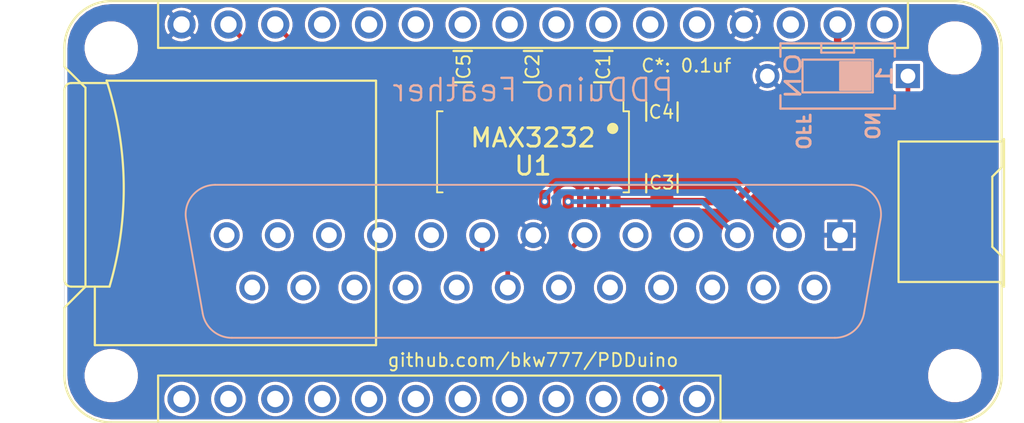
<source format=kicad_pcb>
(kicad_pcb (version 20171130) (host pcbnew 5.1.6-c6e7f7d~87~ubuntu20.04.1)

  (general
    (thickness 1.6)
    (drawings 21)
    (tracks 49)
    (zones 0)
    (modules 10)
    (nets 17)
  )

  (page A4)
  (layers
    (0 F.Cu signal)
    (31 B.Cu signal)
    (32 B.Adhes user hide)
    (33 F.Adhes user hide)
    (34 B.Paste user hide)
    (35 F.Paste user hide)
    (36 B.SilkS user)
    (37 F.SilkS user)
    (38 B.Mask user)
    (39 F.Mask user)
    (40 Dwgs.User user hide)
    (41 Cmts.User user hide)
    (42 Eco1.User user hide)
    (43 Eco2.User user hide)
    (44 Edge.Cuts user)
    (45 Margin user hide)
    (46 B.CrtYd user hide)
    (47 F.CrtYd user hide)
    (48 B.Fab user hide)
    (49 F.Fab user hide)
  )

  (setup
    (last_trace_width 0.254)
    (user_trace_width 0.2032)
    (user_trace_width 0.254)
    (user_trace_width 0.4064)
    (trace_clearance 0.1778)
    (zone_clearance 0.1524)
    (zone_45_only no)
    (trace_min 0.1778)
    (via_size 0.4064)
    (via_drill 0.254)
    (via_min_size 0.4064)
    (via_min_drill 0.254)
    (user_via 0.4064 0.254)
    (uvia_size 0.4064)
    (uvia_drill 0.254)
    (uvias_allowed no)
    (uvia_min_size 0.4064)
    (uvia_min_drill 0.254)
    (edge_width 0.0254)
    (segment_width 0.1778)
    (pcb_text_width 0.2032)
    (pcb_text_size 1.2192 1.2192)
    (mod_edge_width 0.127)
    (mod_text_size 0.7112 0.7112)
    (mod_text_width 0.1016)
    (pad_size 1.4 1.4)
    (pad_drill 0.8)
    (pad_to_mask_clearance 0)
    (aux_axis_origin 0 0)
    (grid_origin 147.32 96.52)
    (visible_elements FFFFFF7F)
    (pcbplotparams
      (layerselection 0x010fc_ffffffff)
      (usegerberextensions false)
      (usegerberattributes false)
      (usegerberadvancedattributes false)
      (creategerberjobfile false)
      (excludeedgelayer true)
      (linewidth 0.100000)
      (plotframeref false)
      (viasonmask false)
      (mode 1)
      (useauxorigin false)
      (hpglpennumber 1)
      (hpglpenspeed 20)
      (hpglpendiameter 15.000000)
      (psnegative false)
      (psa4output false)
      (plotreference true)
      (plotvalue true)
      (plotinvisibletext false)
      (padsonsilk false)
      (subtractmaskfromsilk false)
      (outputformat 1)
      (mirror false)
      (drillshape 1)
      (scaleselection 1)
      (outputdirectory ""))
  )

  (net 0 "")
  (net 1 /DTR)
  (net 2 /DCD)
  (net 3 /DSR)
  (net 4 /RXD)
  (net 5 /TXD)
  (net 6 GND)
  (net 7 "Net-(C1-Pad1)")
  (net 8 "Net-(C1-Pad2)")
  (net 9 "Net-(C2-Pad1)")
  (net 10 "Net-(C2-Pad2)")
  (net 11 "Net-(C4-Pad1)")
  (net 12 /3V3)
  (net 13 "Net-(C5-Pad1)")
  (net 14 /TXD_TTL)
  (net 15 /RXD_TTL)
  (net 16 /En)

  (net_class Default "This is the default net class."
    (clearance 0.1778)
    (trace_width 0.1778)
    (via_dia 0.4064)
    (via_drill 0.254)
    (uvia_dia 0.4064)
    (uvia_drill 0.254)
    (diff_pair_width 0.1778)
    (diff_pair_gap 0.1778)
    (add_net /3V3)
    (add_net /CTS)
    (add_net /DCD)
    (add_net /DSR)
    (add_net /DTR)
    (add_net /En)
    (add_net /RI)
    (add_net /RTS)
    (add_net /RXD)
    (add_net /RXD_TTL)
    (add_net /TXD)
    (add_net /TXD_TTL)
    (add_net GND)
    (add_net "Net-(C1-Pad1)")
    (add_net "Net-(C1-Pad2)")
    (add_net "Net-(C2-Pad1)")
    (add_net "Net-(C2-Pad2)")
    (add_net "Net-(C4-Pad1)")
    (add_net "Net-(C5-Pad1)")
    (add_net "Net-(J1-Pad1)")
    (add_net "Net-(J1-Pad10)")
    (add_net "Net-(J1-Pad11)")
    (add_net "Net-(J1-Pad12)")
    (add_net "Net-(J1-Pad13)")
    (add_net "Net-(J1-Pad17)")
    (add_net "Net-(J1-Pad18)")
    (add_net "Net-(J1-Pad19)")
    (add_net "Net-(J1-Pad20)")
    (add_net "Net-(J1-Pad21)")
    (add_net "Net-(J1-Pad22)")
    (add_net "Net-(J1-Pad23)")
    (add_net "Net-(J1-Pad24)")
    (add_net "Net-(J1-Pad25)")
    (add_net "Net-(J1-Pad26)")
    (add_net "Net-(J1-Pad28)")
    (add_net "Net-(J1-Pad3)")
    (add_net "Net-(J1-Pad5)")
    (add_net "Net-(J1-Pad6)")
    (add_net "Net-(J1-Pad7)")
    (add_net "Net-(J1-Pad8)")
    (add_net "Net-(J1-Pad9)")
    (add_net "Net-(J2-Pad10)")
    (add_net "Net-(J2-Pad11)")
    (add_net "Net-(J2-Pad12)")
    (add_net "Net-(J2-Pad13)")
    (add_net "Net-(J2-Pad14)")
    (add_net "Net-(J2-Pad15)")
    (add_net "Net-(J2-Pad16)")
    (add_net "Net-(J2-Pad17)")
    (add_net "Net-(J2-Pad18)")
    (add_net "Net-(J2-Pad19)")
    (add_net "Net-(J2-Pad21)")
    (add_net "Net-(J2-Pad23)")
    (add_net "Net-(J2-Pad24)")
    (add_net "Net-(J2-Pad25)")
    (add_net "Net-(J2-Pad9)")
    (add_net "Net-(U1-Pad10)")
    (add_net "Net-(U1-Pad7)")
    (add_net "Net-(U1-Pad8)")
    (add_net "Net-(U1-Pad9)")
  )

  (module 0_LOCAL:SW_DS04-254-1L-01BK (layer B.Cu) (tedit 5F3AC045) (tstamp 5F3C2F0E)
    (at 163.83 89.154 180)
    (path /5F447651)
    (fp_text reference S1 (at 0 0) (layer B.SilkS) hide
      (effects (font (size 0.8128 0.8128) (thickness 0.1016)) (justify mirror))
    )
    (fp_text value DS04-254-1L-01BK (at 8.765 -3.025) (layer B.Fab)
      (effects (font (size 1 1) (thickness 0.015)) (justify mirror))
    )
    (fp_text user 1 (at -2.54 0 90) (layer B.SilkS)
      (effects (font (size 0.8128 1.2192) (thickness 0.1524)) (justify mirror))
    )
    (fp_text user ON (at 2.413 0 90) (layer B.SilkS)
      (effects (font (size 0.8128 1.2192) (thickness 0.1524)) (justify mirror))
    )
    (fp_poly (pts (xy -0.127 -0.762) (xy -1.778 -0.762) (xy -1.778 0.762) (xy -0.127 0.762)) (layer B.SilkS) (width 0.1))
    (fp_line (start 1.905 -0.889) (end 1.905 0.889) (layer B.SilkS) (width 0.12))
    (fp_line (start -1.905 -0.889) (end 1.905 -0.889) (layer B.SilkS) (width 0.12))
    (fp_line (start -1.905 0.889) (end -1.905 -0.889) (layer B.SilkS) (width 0.12))
    (fp_line (start 1.905 0.889) (end -1.905 0.889) (layer B.SilkS) (width 0.12))
    (fp_line (start 0.889 1.27) (end 0.889 1.778) (layer B.SilkS) (width 0.12))
    (fp_line (start -0.889 1.27) (end 0.889 1.27) (layer B.SilkS) (width 0.12))
    (fp_line (start -0.889 1.778) (end -0.889 1.27) (layer B.SilkS) (width 0.12))
    (fp_line (start 3.1 1.77) (end -3.1 1.77) (layer B.SilkS) (width 0.127))
    (fp_line (start -3.1 -1.77) (end 3.1 -1.77) (layer B.SilkS) (width 0.127))
    (fp_line (start 3.1 1.77) (end -3.1 1.77) (layer B.Fab) (width 0.127))
    (fp_line (start -3.1 1.77) (end -3.1 -1.77) (layer B.Fab) (width 0.127))
    (fp_line (start -3.1 -1.77) (end 3.1 -1.77) (layer B.Fab) (width 0.127))
    (fp_line (start 3.1 -1.77) (end 3.1 1.77) (layer B.Fab) (width 0.127))
    (fp_line (start 4.71 2.02) (end 4.71 -2.02) (layer B.CrtYd) (width 0.05))
    (fp_line (start 4.71 -2.02) (end -4.71 -2.02) (layer B.CrtYd) (width 0.05))
    (fp_line (start -4.71 -2.02) (end -4.71 2.02) (layer B.CrtYd) (width 0.05))
    (fp_line (start -4.71 2.02) (end 4.71 2.02) (layer B.CrtYd) (width 0.05))
    (fp_circle (center -5.25 0.31) (end -5.15 0.31) (layer Dwgs.User) (width 0.2))
    (fp_circle (center -5.25 0.31) (end -5.15 0.31) (layer B.Fab) (width 0.2))
    (fp_line (start -3.1 1.77) (end -3.1 1.05) (layer B.SilkS) (width 0.127))
    (fp_line (start 3.1 -1.77) (end 3.1 -1.05) (layer B.SilkS) (width 0.127))
    (fp_line (start -3.1 -1.05) (end -3.1 -1.77) (layer B.SilkS) (width 0.127))
    (fp_line (start 3.1 1.05) (end 3.1 1.77) (layer B.SilkS) (width 0.127))
    (pad 1B thru_hole circle (at 3.81 0 180) (size 1.308 1.308) (drill 0.8) (layers *.Cu *.Mask)
      (net 6 GND))
    (pad 1A thru_hole rect (at -3.81 0 180) (size 1.308 1.308) (drill 0.8) (layers *.Cu *.Mask)
      (net 16 /En))
    (model ${KIPRJMOD}/0_LOCAL.3dshapes/SW_DS04-254-1L-01BK.step
      (offset (xyz 8.966199999999999 1.4478 0.127))
      (scale (xyz 1 1 1))
      (rotate (xyz -90 0 180))
    )
  )

  (module 0_LOCAL:NetTie-3_SMD_10_tri (layer F.Cu) (tedit 5F3A7333) (tstamp 5F3A5F61)
    (at 145.95 99.21 180)
    (descr "Net tie, 3 pin, 0.5mm square SMD pads")
    (tags "net tie")
    (path /5F3B96A8)
    (attr virtual)
    (fp_text reference NT1 (at 0 -1.2) (layer F.SilkS) hide
      (effects (font (size 1 1) (thickness 0.15)))
    )
    (fp_text value Net-Tie_3_Tee (at 0 1.2) (layer F.Fab)
      (effects (font (size 1 1) (thickness 0.15)))
    )
    (fp_line (start 1.5 -0.5) (end -1.5 -0.5) (layer F.CrtYd) (width 0.05))
    (fp_line (start 1.5 0.5) (end 1.5 -0.5) (layer F.CrtYd) (width 0.05))
    (fp_line (start -1.5 0.5) (end 1.5 0.5) (layer F.CrtYd) (width 0.05))
    (fp_line (start -1.5 -0.5) (end -1.5 0.5) (layer F.CrtYd) (width 0.05))
    (fp_poly (pts (xy 0.3302 -0.0762) (xy 0.2286 0.127) (xy -0.2286 0.127) (xy -0.3302 -0.0762)
      (xy -0.1016 -0.4318) (xy 0.1016 -0.4318)) (layer F.Cu) (width 0.000003))
    (pad 1 smd circle (at 0.2286 0 180) (size 0.254 0.254) (layers F.Cu)
      (net 2 /DCD))
    (pad 2 smd circle (at 0 -0.3556 180) (size 0.254 0.254) (layers F.Cu)
      (net 1 /DTR))
    (pad 3 smd circle (at -0.2286 0 180) (size 0.254 0.254) (layers F.Cu)
      (net 3 /DSR))
  )

  (module 0_LOCAL:DSUB-25_Male_Vertical_P2.77x2.84mm (layer B.Cu) (tedit 5F3A65A1) (tstamp 5F3C0687)
    (at 163.957 97.79 180)
    (descr "25-pin D-Sub connector, straight/vertical, THT-mount, male, pitch 2.77x2.84mm, distance of mounting holes 47.1mm, see https://disti-assets.s3.amazonaws.com/tonar/files/datasheets/16730.pdf")
    (tags "25-pin D-Sub connector straight vertical THT male pitch 2.77x2.84mm mounting holes distance 47.1mm")
    (path /5F04B532)
    (fp_text reference J2 (at 1.4605 -1.2827 180) (layer B.SilkS) hide
      (effects (font (size 1 1) (thickness 0.15)) (justify mirror))
    )
    (fp_text value DB25_Male (at 16.62 -8.73 180) (layer B.Fab)
      (effects (font (size 1 1) (thickness 0.15)) (justify mirror))
    )
    (fp_text user %R (at 16.62 -1.42 180) (layer B.Fab)
      (effects (font (size 1 1) (thickness 0.15)) (justify mirror))
    )
    (fp_arc (start 32.963927 -3.97) (end 32.963927 -5.57) (angle 80) (layer B.SilkS) (width 0.1))
    (fp_arc (start 0.276073 -3.97) (end 0.276073 -5.57) (angle -80) (layer B.SilkS) (width 0.1))
    (fp_arc (start 33.863194 1.13) (end 33.863194 2.73) (angle -100) (layer B.SilkS) (width 0.1))
    (fp_arc (start -0.623194 1.13) (end -0.623194 2.73) (angle 100) (layer B.SilkS) (width 0.1))
    (fp_arc (start 42.17 -6.67) (end 43.17 -6.67) (angle -90) (layer B.Fab) (width 0.1))
    (fp_arc (start -8.93 -6.67) (end -9.93 -6.67) (angle 90) (layer B.Fab) (width 0.1))
    (fp_arc (start 42.17 3.83) (end 42.17 4.83) (angle -90) (layer B.Fab) (width 0.1))
    (fp_arc (start -8.93 3.83) (end -9.93 3.83) (angle -90) (layer B.Fab) (width 0.1))
    (fp_line (start -8.93 4.83) (end 42.17 4.83) (layer B.Fab) (width 0.1))
    (fp_line (start 43.17 3.83) (end 43.17 -6.67) (layer B.Fab) (width 0.1))
    (fp_line (start 42.17 -7.67) (end -8.93 -7.67) (layer B.Fab) (width 0.1))
    (fp_line (start -9.93 -6.67) (end -9.93 3.83) (layer B.Fab) (width 0.1))
    (fp_line (start -0.623194 2.73) (end 33.863194 2.73) (layer B.SilkS) (width 0.1))
    (fp_line (start 0.276073 -5.57) (end 32.963927 -5.57) (layer B.SilkS) (width 0.1))
    (fp_line (start 35.438887 0.852163) (end 34.539619 -4.247837) (layer B.SilkS) (width 0.1))
    (fp_line (start -2.198887 0.852163) (end -1.299619 -4.247837) (layer B.SilkS) (width 0.1))
    (pad 25 thru_hole circle (at 31.855 -2.84 180) (size 1.4 1.4) (drill 0.85) (layers *.Cu *.Mask))
    (pad 24 thru_hole circle (at 29.085 -2.84 180) (size 1.4 1.4) (drill 0.85) (layers *.Cu *.Mask))
    (pad 23 thru_hole circle (at 26.315 -2.84 180) (size 1.4 1.4) (drill 0.85) (layers *.Cu *.Mask))
    (pad 22 thru_hole circle (at 23.545 -2.84 180) (size 1.4 1.4) (drill 0.85) (layers *.Cu *.Mask))
    (pad 21 thru_hole circle (at 20.775 -2.84 180) (size 1.4 1.4) (drill 0.85) (layers *.Cu *.Mask))
    (pad 20 thru_hole circle (at 18.005 -2.84 180) (size 1.4 1.4) (drill 0.85) (layers *.Cu *.Mask)
      (net 1 /DTR))
    (pad 19 thru_hole circle (at 15.235 -2.84 180) (size 1.4 1.4) (drill 0.85) (layers *.Cu *.Mask))
    (pad 18 thru_hole circle (at 12.465 -2.84 180) (size 1.4 1.4) (drill 0.85) (layers *.Cu *.Mask))
    (pad 17 thru_hole circle (at 9.695 -2.84 180) (size 1.4 1.4) (drill 0.85) (layers *.Cu *.Mask))
    (pad 16 thru_hole circle (at 6.925 -2.84 180) (size 1.4 1.4) (drill 0.85) (layers *.Cu *.Mask))
    (pad 15 thru_hole circle (at 4.155 -2.84 180) (size 1.4 1.4) (drill 0.85) (layers *.Cu *.Mask))
    (pad 14 thru_hole circle (at 1.385 -2.84 180) (size 1.4 1.4) (drill 0.85) (layers *.Cu *.Mask))
    (pad 13 thru_hole circle (at 33.24 0 180) (size 1.4 1.4) (drill 0.85) (layers *.Cu *.Mask))
    (pad 12 thru_hole circle (at 30.47 0 180) (size 1.4 1.4) (drill 0.85) (layers *.Cu *.Mask))
    (pad 11 thru_hole circle (at 27.7 0 180) (size 1.4 1.4) (drill 0.85) (layers *.Cu *.Mask))
    (pad 10 thru_hole circle (at 24.93 0 180) (size 1.4 1.4) (drill 0.85) (layers *.Cu *.Mask))
    (pad 9 thru_hole circle (at 22.16 0 180) (size 1.4 1.4) (drill 0.85) (layers *.Cu *.Mask))
    (pad 8 thru_hole circle (at 19.39 0 180) (size 1.4 1.4) (drill 0.85) (layers *.Cu *.Mask)
      (net 2 /DCD))
    (pad 7 thru_hole circle (at 16.62 0 180) (size 1.4 1.4) (drill 0.85) (layers *.Cu *.Mask)
      (net 6 GND))
    (pad 6 thru_hole circle (at 13.85 0 180) (size 1.4 1.4) (drill 0.85) (layers *.Cu *.Mask)
      (net 3 /DSR))
    (pad 5 thru_hole circle (at 11.08 0 180) (size 1.4 1.4) (drill 0.85) (layers *.Cu *.Mask))
    (pad 4 thru_hole circle (at 8.31 0 180) (size 1.4 1.4) (drill 0.85) (layers *.Cu *.Mask))
    (pad 3 thru_hole circle (at 5.54 0 180) (size 1.4 1.4) (drill 0.85) (layers *.Cu *.Mask)
      (net 4 /RXD))
    (pad 2 thru_hole circle (at 2.77 0 180) (size 1.4 1.4) (drill 0.85) (layers *.Cu *.Mask)
      (net 5 /TXD))
    (pad 1 thru_hole rect (at 0 0 180) (size 1.4 1.4) (drill 0.85) (layers *.Cu *.Mask)
      (net 6 GND))
    (model ${KIPRJMOD}/0_LOCAL.3dshapes/connector_a-ds_25_pp_z_cut.stp
      (offset (xyz 16.625 -1.42 6.3))
      (scale (xyz 1 1 1))
      (rotate (xyz 0 0 0))
    )
  )

  (module 0_LOCAL:Adafruit_Feather_Adalogger (layer F.Cu) (tedit 5F3A5860) (tstamp 5F3A83F9)
    (at 147.32 96.52 180)
    (path /5F3C661A)
    (fp_text reference J1 (at -5.842 0) (layer F.SilkS) hide
      (effects (font (size 4 4) (thickness 0.12)))
    )
    (fp_text value Adafruit_Feather_Adalogger (at 0 -2) (layer F.Fab)
      (effects (font (size 4 4) (thickness 0.01)))
    )
    (fp_arc (start 28.448 6.604) (end 28.448 6.985) (angle -90) (layer Dwgs.User) (width 0.12))
    (fp_arc (start 28.448 -3.683) (end 28.829 -3.683) (angle -90) (layer Dwgs.User) (width 0.12))
    (fp_arc (start 25.019 6.604) (end 25.019 6.985) (angle -90) (layer F.SilkS) (width 0.12))
    (fp_arc (start 25.019 -3.683) (end 25.4 -3.683) (angle -90) (layer F.SilkS) (width 0.12))
    (fp_arc (start 40.987783 1.27) (end 22.953784 -4.063999) (angle -34.59545392) (layer F.SilkS) (width 0.12))
    (fp_arc (start 22.86 8.89) (end 22.86 11.43) (angle -90) (layer F.SilkS) (width 0.12))
    (fp_arc (start 22.86 -8.89) (end 25.4 -8.89) (angle -90) (layer F.SilkS) (width 0.12))
    (fp_arc (start -22.86 -8.89) (end -22.86 -11.43) (angle -90) (layer F.SilkS) (width 0.12))
    (fp_arc (start -22.86 8.89) (end -25.4 8.89) (angle -90) (layer F.SilkS) (width 0.12))
    (fp_circle (center -22.86 8.89) (end -21.59 8.89) (layer Dwgs.User) (width 0.12))
    (fp_circle (center -22.86 -8.89) (end -21.59 -8.89) (layer Dwgs.User) (width 0.12))
    (fp_circle (center 22.86 8.89) (end 24.13 8.89) (layer Dwgs.User) (width 0.12))
    (fp_circle (center 22.86 -8.89) (end 24.13 -8.89) (layer Dwgs.User) (width 0.12))
    (fp_line (start -25.4 -2.413) (end -25.4 -8.89) (layer F.SilkS) (width 0.12))
    (fp_line (start -22.86 -11.43) (end 22.86 -11.43) (layer F.SilkS) (width 0.12))
    (fp_line (start 25.4 -8.89) (end 25.4 -5.207) (layer F.SilkS) (width 0.12))
    (fp_line (start 22.86 11.43) (end -22.86 11.43) (layer F.SilkS) (width 0.12))
    (fp_line (start -25.4 -2.413) (end -24.892 -1.905) (layer F.SilkS) (width 0.12))
    (fp_line (start -24.892 -1.905) (end -24.892 1.905) (layer F.SilkS) (width 0.12))
    (fp_line (start -24.892 1.905) (end -25.4 2.413) (layer F.SilkS) (width 0.12))
    (fp_line (start 25.4 -5.207) (end 24.257 -4.064) (layer F.SilkS) (width 0.12))
    (fp_line (start 24.257 -4.064) (end 24.257 6.731) (layer F.SilkS) (width 0.12))
    (fp_line (start 24.257 6.731) (end 25.4 7.874) (layer F.SilkS) (width 0.12))
    (fp_line (start -25.4 8.89) (end -25.4 2.413) (layer F.SilkS) (width 0.12))
    (fp_line (start 25.4 7.874) (end 25.4 8.89) (layer F.SilkS) (width 0.12))
    (fp_line (start 25.019 6.985) (end 23.114 6.985) (layer F.SilkS) (width 0.12))
    (fp_line (start 23.114 7.112) (end 8.509 7.112) (layer F.SilkS) (width 0.12))
    (fp_line (start 8.509 7.112) (end 8.509 -7.239) (layer F.SilkS) (width 0.12))
    (fp_line (start 8.509 -7.239) (end 23.749 -7.239) (layer F.SilkS) (width 0.12))
    (fp_line (start 23.749 -7.239) (end 23.749 -4.064) (layer F.SilkS) (width 0.12))
    (fp_line (start 23.749 -4.064) (end 22.953784 -4.063999) (layer F.SilkS) (width 0.12))
    (fp_line (start -25.273 -3.81) (end -19.812 -3.81) (layer F.SilkS) (width 0.12))
    (fp_line (start -19.812 -3.81) (end -19.812 3.81) (layer F.SilkS) (width 0.12))
    (fp_line (start -19.812 3.81) (end -25.4 3.81) (layer F.SilkS) (width 0.12))
    (fp_line (start -25.4 3.81) (end -25.527 3.937) (layer F.SilkS) (width 0.12))
    (fp_line (start -25.527 3.937) (end -25.527 -4.064) (layer F.SilkS) (width 0.12))
    (fp_line (start -25.527 -4.064) (end -25.273 -3.81) (layer F.SilkS) (width 0.12))
    (fp_line (start 25.4 6.604) (end 25.4 -3.683) (layer F.SilkS) (width 0.12))
    (fp_line (start 25.019 -4.064) (end 23.749 -4.064) (layer F.SilkS) (width 0.12))
    (fp_line (start 28.829 6.604) (end 28.829 -3.683) (layer Dwgs.User) (width 0.12))
    (fp_line (start 28.448 -4.064) (end 27.94 -4.064) (layer Dwgs.User) (width 0.12))
    (fp_line (start 28.448 6.985) (end 27.94 6.985) (layer Dwgs.User) (width 0.12))
    (pad "" np_thru_hole circle (at 22.86 -8.89 180) (size 2.54 2.54) (drill 2.54) (layers *.Cu *.Mask))
    (pad "" np_thru_hole circle (at 22.86 8.89 180) (size 2.54 2.54) (drill 2.54) (layers *.Cu *.Mask))
    (pad "" np_thru_hole circle (at -22.86 8.89 180) (size 2.54 2.54) (drill 2.54) (layers *.Cu *.Mask))
    (pad "" np_thru_hole circle (at -22.86 -8.89 180) (size 2.54 2.54) (drill 2.54) (layers *.Cu *.Mask))
    (pad 16 thru_hole circle (at 19.05 10.16 180) (size 1.524 1.524) (drill 0.889) (layers *.Cu *.Mask)
      (net 6 GND))
    (pad 15 thru_hole circle (at 16.51 10.16 180) (size 1.524 1.524) (drill 0.889) (layers *.Cu *.Mask)
      (net 14 /TXD_TTL))
    (pad 14 thru_hole circle (at 13.97 10.16 180) (size 1.524 1.524) (drill 0.889) (layers *.Cu *.Mask)
      (net 15 /RXD_TTL))
    (pad 13 thru_hole circle (at 11.43 10.16 180) (size 1.524 1.524) (drill 0.889) (layers *.Cu *.Mask))
    (pad 12 thru_hole circle (at 8.89 10.16 180) (size 1.524 1.524) (drill 0.889) (layers *.Cu *.Mask))
    (pad 11 thru_hole circle (at 6.35 10.16 180) (size 1.524 1.524) (drill 0.889) (layers *.Cu *.Mask))
    (pad 10 thru_hole circle (at 3.81 10.16 180) (size 1.524 1.524) (drill 0.889) (layers *.Cu *.Mask))
    (pad 9 thru_hole circle (at 1.27 10.16 180) (size 1.524 1.524) (drill 0.889) (layers *.Cu *.Mask))
    (pad 8 thru_hole circle (at -1.27 10.16 180) (size 1.524 1.524) (drill 0.889) (layers *.Cu *.Mask))
    (pad 7 thru_hole circle (at -3.81 10.16 180) (size 1.524 1.524) (drill 0.889) (layers *.Cu *.Mask))
    (pad 6 thru_hole circle (at -6.35 10.16 180) (size 1.524 1.524) (drill 0.889) (layers *.Cu *.Mask))
    (pad 5 thru_hole circle (at -8.89 10.16 180) (size 1.524 1.524) (drill 0.889) (layers *.Cu *.Mask))
    (pad 4 thru_hole circle (at -11.43 10.16 180) (size 1.524 1.524) (drill 0.889) (layers *.Cu *.Mask)
      (net 6 GND))
    (pad 3 thru_hole circle (at -13.97 10.16 180) (size 1.524 1.524) (drill 0.889) (layers *.Cu *.Mask))
    (pad 2 thru_hole circle (at -16.51 10.16 180) (size 1.524 1.524) (drill 0.889) (layers *.Cu *.Mask)
      (net 12 /3V3))
    (pad 1 thru_hole circle (at -19.05 10.16 180) (size 1.524 1.524) (drill 0.889) (layers *.Cu *.Mask))
    (pad 17 thru_hole circle (at 19.05 -10.16 180) (size 1.524 1.524) (drill 0.889) (layers *.Cu *.Mask))
    (pad 18 thru_hole circle (at 16.51 -10.16 180) (size 1.524 1.524) (drill 0.889) (layers *.Cu *.Mask))
    (pad 19 thru_hole circle (at 13.97 -10.16 180) (size 1.524 1.524) (drill 0.889) (layers *.Cu *.Mask))
    (pad 20 thru_hole circle (at 11.43 -10.16 180) (size 1.524 1.524) (drill 0.889) (layers *.Cu *.Mask))
    (pad 21 thru_hole circle (at 8.89 -10.16 180) (size 1.524 1.524) (drill 0.889) (layers *.Cu *.Mask))
    (pad 22 thru_hole circle (at 6.35 -10.16 180) (size 1.524 1.524) (drill 0.889) (layers *.Cu *.Mask))
    (pad 23 thru_hole circle (at 3.81 -10.16 180) (size 1.524 1.524) (drill 0.889) (layers *.Cu *.Mask))
    (pad 24 thru_hole circle (at 1.27 -10.16 180) (size 1.524 1.524) (drill 0.889) (layers *.Cu *.Mask))
    (pad 25 thru_hole circle (at -1.27 -10.16 180) (size 1.524 1.524) (drill 0.889) (layers *.Cu *.Mask))
    (pad 26 thru_hole circle (at -3.81 -10.16 180) (size 1.524 1.524) (drill 0.889) (layers *.Cu *.Mask))
    (pad 27 thru_hole circle (at -6.35 -10.16 180) (size 1.524 1.524) (drill 0.889) (layers *.Cu *.Mask)
      (net 16 /En))
    (pad 28 thru_hole circle (at -8.89 -10.16 180) (size 1.524 1.524) (drill 0.889) (layers *.Cu *.Mask))
    (model ${KIPRJMOD}/0_LOCAL.3dshapes/PinSocket_1x12_P2.54mm_Vertical.wrl
      (offset (xyz -8.890000000000001 10.16 -0))
      (scale (xyz 1 1 1))
      (rotate (xyz 0 0 -90))
    )
    (model ${KIPRJMOD}/0_LOCAL.3dshapes/PinSocket_1x16_P2.54mm_Vertical.wrl
      (offset (xyz -19.05 -10.16 -0))
      (scale (xyz 1 1 1))
      (rotate (xyz 0 0 -90))
    )
  )

  (module 0_LOCAL:SOIC-16_W3.90mm (layer F.Cu) (tedit 5F3A577D) (tstamp 5F3AC3B8)
    (at 147.32 93.2688 180)
    (path /5F42ADF7)
    (attr smd)
    (fp_text reference U1 (at 0 -0.762) (layer F.SilkS)
      (effects (font (size 1 1) (thickness 0.15)))
    )
    (fp_text value MAX3232 (at 0 0.762) (layer F.SilkS)
      (effects (font (size 1 1) (thickness 0.15)))
    )
    (fp_text user REF** (at 0 0) (layer F.Fab)
      (effects (font (size 1 1) (thickness 0.15)))
    )
    (fp_line (start -4.95 -1.95) (end -4.95 1.95) (layer F.Fab) (width 0.1))
    (fp_line (start 4.95 -1.95) (end 4.95 1.95) (layer F.Fab) (width 0.1))
    (fp_line (start -4.95 -1.95) (end 4.95 -1.95) (layer F.Fab) (width 0.1))
    (fp_line (start 4.95 1.95) (end -4.95 1.95) (layer F.Fab) (width 0.1))
    (fp_line (start -4.9 -2.2) (end -5.2 -2.2) (layer F.SilkS) (width 0.1))
    (fp_line (start -4.9 2.2) (end -4.9 2.8) (layer F.SilkS) (width 0.1))
    (fp_line (start -5.2 2.2) (end -4.9 2.2) (layer F.SilkS) (width 0.1))
    (fp_line (start -5.2 -2.2) (end -5.2 2.2) (layer F.SilkS) (width 0.1))
    (fp_line (start 5.2 2.2) (end 5.2 -2.2) (layer F.SilkS) (width 0.1))
    (fp_line (start 4.9 2.2) (end 5.2 2.2) (layer F.SilkS) (width 0.1))
    (fp_line (start 5.2 -2.2) (end 4.9 -2.2) (layer F.SilkS) (width 0.1))
    (fp_line (start -5.2 3.73) (end -5.2 -3.73) (layer F.CrtYd) (width 0.05))
    (fp_line (start 5.2 3.73) (end 5.2 -3.73) (layer F.CrtYd) (width 0.05))
    (fp_line (start -5.2 -3.73) (end 5.2 -3.73) (layer F.CrtYd) (width 0.05))
    (fp_line (start -5.2 3.73) (end 5.2 3.73) (layer F.CrtYd) (width 0.05))
    (fp_circle (center -4.318 1.27) (end -4.1656 1.27) (layer F.SilkS) (width 0.3048))
    (pad 16 smd roundrect (at -4.445 -2.7 180) (size 0.6 1.27) (layers F.Cu F.Paste F.Mask) (roundrect_rratio 0.25)
      (net 12 /3V3))
    (pad 15 smd roundrect (at -3.175 -2.7 180) (size 0.6 1.27) (layers F.Cu F.Paste F.Mask) (roundrect_rratio 0.25)
      (net 6 GND))
    (pad 14 smd roundrect (at -1.905 -2.7 180) (size 0.6 1.27) (layers F.Cu F.Paste F.Mask) (roundrect_rratio 0.25)
      (net 4 /RXD))
    (pad 13 smd roundrect (at -0.635 -2.7 180) (size 0.6 1.27) (layers F.Cu F.Paste F.Mask) (roundrect_rratio 0.25)
      (net 5 /TXD))
    (pad 12 smd roundrect (at 0.635 -2.7 180) (size 0.6 1.27) (layers F.Cu F.Paste F.Mask) (roundrect_rratio 0.25)
      (net 15 /RXD_TTL))
    (pad 11 smd roundrect (at 1.905 -2.7 180) (size 0.6 1.27) (layers F.Cu F.Paste F.Mask) (roundrect_rratio 0.25)
      (net 14 /TXD_TTL))
    (pad 10 smd roundrect (at 3.175 -2.7 180) (size 0.6 1.27) (layers F.Cu F.Paste F.Mask) (roundrect_rratio 0.25))
    (pad 9 smd roundrect (at 4.445 -2.7 180) (size 0.6 1.27) (layers F.Cu F.Paste F.Mask) (roundrect_rratio 0.25))
    (pad 8 smd roundrect (at 4.445 2.7 180) (size 0.6 1.27) (layers F.Cu F.Paste F.Mask) (roundrect_rratio 0.25))
    (pad 7 smd roundrect (at 3.175 2.7 180) (size 0.6 1.27) (layers F.Cu F.Paste F.Mask) (roundrect_rratio 0.25))
    (pad 6 smd roundrect (at 1.905 2.7 180) (size 0.6 1.27) (layers F.Cu F.Paste F.Mask) (roundrect_rratio 0.25)
      (net 13 "Net-(C5-Pad1)"))
    (pad 5 smd roundrect (at 0.635 2.7 180) (size 0.6 1.27) (layers F.Cu F.Paste F.Mask) (roundrect_rratio 0.25)
      (net 10 "Net-(C2-Pad2)"))
    (pad 4 smd roundrect (at -0.635 2.7 180) (size 0.6 1.27) (layers F.Cu F.Paste F.Mask) (roundrect_rratio 0.25)
      (net 9 "Net-(C2-Pad1)"))
    (pad 3 smd roundrect (at -1.905 2.7 180) (size 0.6 1.27) (layers F.Cu F.Paste F.Mask) (roundrect_rratio 0.25)
      (net 8 "Net-(C1-Pad2)"))
    (pad 2 smd roundrect (at -3.175 2.7 180) (size 0.6 1.27) (layers F.Cu F.Paste F.Mask) (roundrect_rratio 0.25)
      (net 11 "Net-(C4-Pad1)"))
    (pad 1 smd roundrect (at -4.445 2.7 180) (size 0.6 1.27) (layers F.Cu F.Paste F.Mask) (roundrect_rratio 0.25)
      (net 7 "Net-(C1-Pad1)"))
    (model ${KIPRJMOD}/0_LOCAL.3dshapes/SOIC-16_3.9x9.9mm_P1.27mm.wrl
      (at (xyz 0 0 0))
      (scale (xyz 1 1 1))
      (rotate (xyz 0 0 -90))
    )
  )

  (module 0_LOCAL:C_0805 (layer F.Cu) (tedit 5F3A5058) (tstamp 5F3A1BEC)
    (at 147.32 88.646 180)
    (descr "Capacitor SMD 0805, reflow soldering, AVX (see smccp.pdf)")
    (tags "capacitor 0805")
    (path /5F473FC0)
    (attr smd)
    (fp_text reference C2 (at 0.0254 0 90) (layer F.SilkS)
      (effects (font (size 0.7112 0.7112) (thickness 0.1016)))
    )
    (fp_text value 0.1uf (at 0 1.75) (layer F.Fab)
      (effects (font (size 1 1) (thickness 0.15)))
    )
    (fp_text user %R (at 0 -1.5) (layer F.Fab)
      (effects (font (size 1 1) (thickness 0.15)))
    )
    (fp_line (start -1 0.62) (end -1 -0.62) (layer F.Fab) (width 0.1))
    (fp_line (start 1 0.62) (end -1 0.62) (layer F.Fab) (width 0.1))
    (fp_line (start 1 -0.62) (end 1 0.62) (layer F.Fab) (width 0.1))
    (fp_line (start -1 -0.62) (end 1 -0.62) (layer F.Fab) (width 0.1))
    (fp_line (start 0.5 -0.85) (end -0.5 -0.85) (layer F.SilkS) (width 0.12))
    (fp_line (start -0.5 0.85) (end 0.5 0.85) (layer F.SilkS) (width 0.12))
    (fp_line (start -1.75 -0.88) (end 1.75 -0.88) (layer F.CrtYd) (width 0.05))
    (fp_line (start -1.75 -0.88) (end -1.75 0.87) (layer F.CrtYd) (width 0.05))
    (fp_line (start 1.75 0.87) (end 1.75 -0.88) (layer F.CrtYd) (width 0.05))
    (fp_line (start 1.75 0.87) (end -1.75 0.87) (layer F.CrtYd) (width 0.05))
    (pad 1 smd roundrect (at -1 0 180) (size 1 1.25) (layers F.Cu F.Paste F.Mask) (roundrect_rratio 0.25)
      (net 9 "Net-(C2-Pad1)"))
    (pad 2 smd roundrect (at 1 0 180) (size 1 1.25) (layers F.Cu F.Paste F.Mask) (roundrect_rratio 0.25)
      (net 10 "Net-(C2-Pad2)"))
    (model Capacitors_SMD.3dshapes/C_0805.wrl
      (at (xyz 0 0 0))
      (scale (xyz 1 1 1))
      (rotate (xyz 0 0 0))
    )
    (model ${KIPRJMOD}/0_LOCAL.3dshapes/C_0805_2012Metric.wrl
      (at (xyz 0 0 0))
      (scale (xyz 1 1 1))
      (rotate (xyz 0 0 0))
    )
  )

  (module 0_LOCAL:C_0805 (layer F.Cu) (tedit 5F3A5058) (tstamp 5F3A1BDB)
    (at 151.13 88.646 180)
    (descr "Capacitor SMD 0805, reflow soldering, AVX (see smccp.pdf)")
    (tags "capacitor 0805")
    (path /5F479CC5)
    (attr smd)
    (fp_text reference C1 (at 0 -0.0254 90) (layer F.SilkS)
      (effects (font (size 0.7112 0.7112) (thickness 0.1016)))
    )
    (fp_text value 0.1uf (at 0 1.75) (layer F.Fab)
      (effects (font (size 1 1) (thickness 0.15)))
    )
    (fp_text user %R (at 0 -1.5) (layer F.Fab)
      (effects (font (size 1 1) (thickness 0.15)))
    )
    (fp_line (start -1 0.62) (end -1 -0.62) (layer F.Fab) (width 0.1))
    (fp_line (start 1 0.62) (end -1 0.62) (layer F.Fab) (width 0.1))
    (fp_line (start 1 -0.62) (end 1 0.62) (layer F.Fab) (width 0.1))
    (fp_line (start -1 -0.62) (end 1 -0.62) (layer F.Fab) (width 0.1))
    (fp_line (start 0.5 -0.85) (end -0.5 -0.85) (layer F.SilkS) (width 0.12))
    (fp_line (start -0.5 0.85) (end 0.5 0.85) (layer F.SilkS) (width 0.12))
    (fp_line (start -1.75 -0.88) (end 1.75 -0.88) (layer F.CrtYd) (width 0.05))
    (fp_line (start -1.75 -0.88) (end -1.75 0.87) (layer F.CrtYd) (width 0.05))
    (fp_line (start 1.75 0.87) (end 1.75 -0.88) (layer F.CrtYd) (width 0.05))
    (fp_line (start 1.75 0.87) (end -1.75 0.87) (layer F.CrtYd) (width 0.05))
    (pad 1 smd roundrect (at -1 0 180) (size 1 1.25) (layers F.Cu F.Paste F.Mask) (roundrect_rratio 0.25)
      (net 7 "Net-(C1-Pad1)"))
    (pad 2 smd roundrect (at 1 0 180) (size 1 1.25) (layers F.Cu F.Paste F.Mask) (roundrect_rratio 0.25)
      (net 8 "Net-(C1-Pad2)"))
    (model Capacitors_SMD.3dshapes/C_0805.wrl
      (at (xyz 0 0 0))
      (scale (xyz 1 1 1))
      (rotate (xyz 0 0 0))
    )
    (model ${KIPRJMOD}/0_LOCAL.3dshapes/C_0805_2012Metric.wrl
      (at (xyz 0 0 0))
      (scale (xyz 1 1 1))
      (rotate (xyz 0 0 0))
    )
  )

  (module 0_LOCAL:C_0805 (layer F.Cu) (tedit 5F3A5058) (tstamp 5F3BAACF)
    (at 154.305 91.0844 90)
    (descr "Capacitor SMD 0805, reflow soldering, AVX (see smccp.pdf)")
    (tags "capacitor 0805")
    (path /5F48099A)
    (attr smd)
    (fp_text reference C4 (at -0.0254 -0.0254) (layer F.SilkS)
      (effects (font (size 0.7112 0.7112) (thickness 0.1016)))
    )
    (fp_text value 0.1uf (at 0 1.75 90) (layer F.Fab)
      (effects (font (size 1 1) (thickness 0.15)))
    )
    (fp_text user %R (at 0 -1.5 90) (layer F.Fab)
      (effects (font (size 1 1) (thickness 0.15)))
    )
    (fp_line (start -1 0.62) (end -1 -0.62) (layer F.Fab) (width 0.1))
    (fp_line (start 1 0.62) (end -1 0.62) (layer F.Fab) (width 0.1))
    (fp_line (start 1 -0.62) (end 1 0.62) (layer F.Fab) (width 0.1))
    (fp_line (start -1 -0.62) (end 1 -0.62) (layer F.Fab) (width 0.1))
    (fp_line (start 0.5 -0.85) (end -0.5 -0.85) (layer F.SilkS) (width 0.12))
    (fp_line (start -0.5 0.85) (end 0.5 0.85) (layer F.SilkS) (width 0.12))
    (fp_line (start -1.75 -0.88) (end 1.75 -0.88) (layer F.CrtYd) (width 0.05))
    (fp_line (start -1.75 -0.88) (end -1.75 0.87) (layer F.CrtYd) (width 0.05))
    (fp_line (start 1.75 0.87) (end 1.75 -0.88) (layer F.CrtYd) (width 0.05))
    (fp_line (start 1.75 0.87) (end -1.75 0.87) (layer F.CrtYd) (width 0.05))
    (pad 1 smd roundrect (at -1 0 90) (size 1 1.25) (layers F.Cu F.Paste F.Mask) (roundrect_rratio 0.25)
      (net 11 "Net-(C4-Pad1)"))
    (pad 2 smd roundrect (at 1 0 90) (size 1 1.25) (layers F.Cu F.Paste F.Mask) (roundrect_rratio 0.25)
      (net 6 GND))
    (model Capacitors_SMD.3dshapes/C_0805.wrl
      (at (xyz 0 0 0))
      (scale (xyz 1 1 1))
      (rotate (xyz 0 0 0))
    )
    (model ${KIPRJMOD}/0_LOCAL.3dshapes/C_0805_2012Metric.wrl
      (at (xyz 0 0 0))
      (scale (xyz 1 1 1))
      (rotate (xyz 0 0 0))
    )
  )

  (module 0_LOCAL:C_0805 (layer F.Cu) (tedit 5F3A5058) (tstamp 5F3AE85A)
    (at 143.51 88.646 180)
    (descr "Capacitor SMD 0805, reflow soldering, AVX (see smccp.pdf)")
    (tags "capacitor 0805")
    (path /5F486F92)
    (attr smd)
    (fp_text reference C5 (at -0.0508 0 90) (layer F.SilkS)
      (effects (font (size 0.7112 0.7112) (thickness 0.1016)))
    )
    (fp_text value 0.1uf (at 0 1.75) (layer F.Fab)
      (effects (font (size 1 1) (thickness 0.15)))
    )
    (fp_text user %R (at 0 -1.5) (layer F.Fab)
      (effects (font (size 1 1) (thickness 0.15)))
    )
    (fp_line (start -1 0.62) (end -1 -0.62) (layer F.Fab) (width 0.1))
    (fp_line (start 1 0.62) (end -1 0.62) (layer F.Fab) (width 0.1))
    (fp_line (start 1 -0.62) (end 1 0.62) (layer F.Fab) (width 0.1))
    (fp_line (start -1 -0.62) (end 1 -0.62) (layer F.Fab) (width 0.1))
    (fp_line (start 0.5 -0.85) (end -0.5 -0.85) (layer F.SilkS) (width 0.12))
    (fp_line (start -0.5 0.85) (end 0.5 0.85) (layer F.SilkS) (width 0.12))
    (fp_line (start -1.75 -0.88) (end 1.75 -0.88) (layer F.CrtYd) (width 0.05))
    (fp_line (start -1.75 -0.88) (end -1.75 0.87) (layer F.CrtYd) (width 0.05))
    (fp_line (start 1.75 0.87) (end 1.75 -0.88) (layer F.CrtYd) (width 0.05))
    (fp_line (start 1.75 0.87) (end -1.75 0.87) (layer F.CrtYd) (width 0.05))
    (pad 1 smd roundrect (at -1 0 180) (size 1 1.25) (layers F.Cu F.Paste F.Mask) (roundrect_rratio 0.25)
      (net 13 "Net-(C5-Pad1)"))
    (pad 2 smd roundrect (at 1 0 180) (size 1 1.25) (layers F.Cu F.Paste F.Mask) (roundrect_rratio 0.25)
      (net 6 GND))
    (model Capacitors_SMD.3dshapes/C_0805.wrl
      (at (xyz 0 0 0))
      (scale (xyz 1 1 1))
      (rotate (xyz 0 0 0))
    )
    (model ${KIPRJMOD}/0_LOCAL.3dshapes/C_0805_2012Metric.wrl
      (at (xyz 0 0 0))
      (scale (xyz 1 1 1))
      (rotate (xyz 0 0 0))
    )
  )

  (module 0_LOCAL:C_0805 (layer F.Cu) (tedit 5F3A5058) (tstamp 5F3AED19)
    (at 154.305 94.9706 90)
    (descr "Capacitor SMD 0805, reflow soldering, AVX (see smccp.pdf)")
    (tags "capacitor 0805")
    (path /5F488F0F)
    (attr smd)
    (fp_text reference C3 (at 0.0254 0) (layer F.SilkS)
      (effects (font (size 0.7112 0.7112) (thickness 0.1016)))
    )
    (fp_text value 0.1uf (at 0 1.75 90) (layer F.Fab)
      (effects (font (size 1 1) (thickness 0.15)))
    )
    (fp_text user %R (at 0 -1.5 90) (layer F.Fab)
      (effects (font (size 1 1) (thickness 0.15)))
    )
    (fp_line (start -1 0.62) (end -1 -0.62) (layer F.Fab) (width 0.1))
    (fp_line (start 1 0.62) (end -1 0.62) (layer F.Fab) (width 0.1))
    (fp_line (start 1 -0.62) (end 1 0.62) (layer F.Fab) (width 0.1))
    (fp_line (start -1 -0.62) (end 1 -0.62) (layer F.Fab) (width 0.1))
    (fp_line (start 0.5 -0.85) (end -0.5 -0.85) (layer F.SilkS) (width 0.12))
    (fp_line (start -0.5 0.85) (end 0.5 0.85) (layer F.SilkS) (width 0.12))
    (fp_line (start -1.75 -0.88) (end 1.75 -0.88) (layer F.CrtYd) (width 0.05))
    (fp_line (start -1.75 -0.88) (end -1.75 0.87) (layer F.CrtYd) (width 0.05))
    (fp_line (start 1.75 0.87) (end 1.75 -0.88) (layer F.CrtYd) (width 0.05))
    (fp_line (start 1.75 0.87) (end -1.75 0.87) (layer F.CrtYd) (width 0.05))
    (pad 1 smd roundrect (at -1 0 90) (size 1 1.25) (layers F.Cu F.Paste F.Mask) (roundrect_rratio 0.25)
      (net 12 /3V3))
    (pad 2 smd roundrect (at 1 0 90) (size 1 1.25) (layers F.Cu F.Paste F.Mask) (roundrect_rratio 0.25)
      (net 6 GND))
    (model Capacitors_SMD.3dshapes/C_0805.wrl
      (at (xyz 0 0 0))
      (scale (xyz 1 1 1))
      (rotate (xyz 0 0 0))
    )
    (model ${KIPRJMOD}/0_LOCAL.3dshapes/C_0805_2012Metric.wrl
      (at (xyz 0 0 0))
      (scale (xyz 1 1 1))
      (rotate (xyz 0 0 0))
    )
  )

  (gr_text ON (at 165.6842 91.8464 -90) (layer B.SilkS) (tstamp 5F3BF094)
    (effects (font (size 0.7112 0.7112) (thickness 0.1524)) (justify mirror))
  )
  (gr_text OFF (at 161.9504 92.1512 -90) (layer B.SilkS)
    (effects (font (size 0.7112 0.7112) (thickness 0.1524)) (justify mirror))
  )
  (gr_text "PDDuino Feather" (at 147.32 89.916) (layer B.SilkS)
    (effects (font (size 1.2192 1.2192) (thickness 0.127)) (justify mirror))
  )
  (gr_line (start 170.18 87.63) (end 124.46 105.41) (layer Dwgs.User) (width 0.127))
  (gr_line (start 124.46 87.63) (end 170.18 105.41) (layer Dwgs.User) (width 0.127))
  (gr_text github.com/bkw777/PDDuino (at 147.32 104.57) (layer F.SilkS)
    (effects (font (size 0.7112 0.7112) (thickness 0.1016)))
  )
  (gr_text "C*: 0.1uf" (at 155.6258 88.5952) (layer F.SilkS)
    (effects (font (size 0.7112 0.7112) (thickness 0.1016)))
  )
  (gr_line (start 157.48 105.41) (end 157.48 107.95) (layer F.SilkS) (width 0.12))
  (gr_line (start 127 105.41) (end 157.48 105.41) (layer F.SilkS) (width 0.12))
  (gr_line (start 127 107.95) (end 127 105.41) (layer F.SilkS) (width 0.12))
  (gr_line (start 167.64 87.63) (end 167.64 85.09) (layer F.SilkS) (width 0.12))
  (gr_line (start 127 87.63) (end 167.64 87.63) (layer F.SilkS) (width 0.12))
  (gr_line (start 127 85.09) (end 127 87.63) (layer F.SilkS) (width 0.12))
  (gr_line (start 121.92 87.63) (end 121.92 105.41) (layer Edge.Cuts) (width 0.0254) (tstamp 5F3AA7F8))
  (gr_line (start 170.18 85.09) (end 124.46 85.09) (layer Edge.Cuts) (width 0.0254) (tstamp 5F3AA7F7))
  (gr_line (start 172.72 105.41) (end 172.72 87.63) (layer Edge.Cuts) (width 0.0254) (tstamp 5F3AA7F6))
  (gr_line (start 124.46 107.95) (end 170.18 107.95) (layer Edge.Cuts) (width 0.0254) (tstamp 5F3AA7F5))
  (gr_arc (start 124.46 105.41) (end 121.92 105.41) (angle -90) (layer Edge.Cuts) (width 0.0254))
  (gr_arc (start 124.46 87.63) (end 124.46 85.09) (angle -90) (layer Edge.Cuts) (width 0.0254))
  (gr_arc (start 170.18 87.63) (end 172.72 87.63) (angle -90) (layer Edge.Cuts) (width 0.0254))
  (gr_arc (start 170.18 105.41) (end 170.18 107.95) (angle -90) (layer Edge.Cuts) (width 0.0254))

  (segment (start 145.825 100.8416) (end 145.8214 100.838) (width 0.1778) (layer B.Cu) (net 1))
  (segment (start 145.95 100.628) (end 145.952 100.63) (width 0.254) (layer F.Cu) (net 1))
  (segment (start 145.95 99.5656) (end 145.95 100.628) (width 0.254) (layer F.Cu) (net 1))
  (segment (start 144.567 98.717) (end 144.567 97.79) (width 0.254) (layer F.Cu) (net 2))
  (segment (start 145.06 99.21) (end 144.567 98.717) (width 0.254) (layer F.Cu) (net 2))
  (segment (start 145.7214 99.21) (end 145.06 99.21) (width 0.254) (layer F.Cu) (net 2))
  (segment (start 148.687 99.21) (end 150.107 97.79) (width 0.254) (layer F.Cu) (net 3))
  (segment (start 146.1786 99.21) (end 148.687 99.21) (width 0.254) (layer F.Cu) (net 3))
  (via (at 149.225 95.9688) (size 0.4064) (drill 0.254) (layers F.Cu B.Cu) (net 4))
  (segment (start 156.4688 95.9688) (end 158.29 97.79) (width 0.254) (layer B.Cu) (net 4))
  (segment (start 149.225 95.9688) (end 156.4688 95.9688) (width 0.254) (layer B.Cu) (net 4))
  (via (at 147.955 95.9688) (size 0.4064) (drill 0.254) (layers F.Cu B.Cu) (net 5))
  (segment (start 158.266 94.996) (end 161.06 97.79) (width 0.254) (layer B.Cu) (net 5))
  (segment (start 148.59 94.996) (end 158.266 94.996) (width 0.254) (layer B.Cu) (net 5))
  (segment (start 147.955 95.631) (end 148.59 94.996) (width 0.254) (layer B.Cu) (net 5))
  (segment (start 147.955 95.9688) (end 147.955 95.631) (width 0.254) (layer B.Cu) (net 5))
  (segment (start 151.765 89.011) (end 152.13 88.646) (width 0.4064) (layer F.Cu) (net 7))
  (segment (start 151.765 90.5688) (end 151.765 89.011) (width 0.4064) (layer F.Cu) (net 7))
  (segment (start 150.13 88.9475) (end 150.13 88.646) (width 0.4064) (layer F.Cu) (net 8))
  (segment (start 149.225 89.8525) (end 150.13 88.9475) (width 0.4064) (layer F.Cu) (net 8))
  (segment (start 149.225 90.5688) (end 149.225 89.8525) (width 0.4064) (layer F.Cu) (net 8))
  (segment (start 147.955 89.011) (end 148.32 88.646) (width 0.4064) (layer F.Cu) (net 9))
  (segment (start 147.955 90.5688) (end 147.955 89.011) (width 0.4064) (layer F.Cu) (net 9))
  (segment (start 146.685 89.011) (end 146.32 88.646) (width 0.4064) (layer F.Cu) (net 10))
  (segment (start 146.685 90.5688) (end 146.685 89.011) (width 0.4064) (layer F.Cu) (net 10))
  (segment (start 150.495 91.567) (end 150.495 90.5688) (width 0.4064) (layer F.Cu) (net 11))
  (segment (start 151.0124 92.0844) (end 150.495 91.567) (width 0.4064) (layer F.Cu) (net 11))
  (segment (start 154.305 92.0844) (end 151.0124 92.0844) (width 0.4064) (layer F.Cu) (net 11))
  (segment (start 151.7668 95.9706) (end 151.765 95.9688) (width 0.4064) (layer F.Cu) (net 12))
  (segment (start 154.305 95.9706) (end 151.7668 95.9706) (width 0.4064) (layer F.Cu) (net 12))
  (segment (start 163.83 90.424) (end 163.83 86.36) (width 0.4064) (layer F.Cu) (net 12))
  (segment (start 158.2852 95.9688) (end 163.83 90.424) (width 0.4064) (layer F.Cu) (net 12))
  (segment (start 154.3068 95.9688) (end 158.2852 95.9688) (width 0.4064) (layer F.Cu) (net 12))
  (segment (start 154.305 95.9706) (end 154.3068 95.9688) (width 0.4064) (layer F.Cu) (net 12))
  (segment (start 144.51 88.9094) (end 144.51 88.646) (width 0.4064) (layer F.Cu) (net 13))
  (segment (start 145.415 89.8144) (end 144.51 88.9094) (width 0.4064) (layer F.Cu) (net 13))
  (segment (start 145.415 90.5688) (end 145.415 89.8144) (width 0.4064) (layer F.Cu) (net 13))
  (segment (start 138.43 93.98) (end 130.81 86.36) (width 0.254) (layer F.Cu) (net 14))
  (segment (start 144.399 93.98) (end 138.43 93.98) (width 0.254) (layer F.Cu) (net 14))
  (segment (start 145.415 94.996) (end 144.399 93.98) (width 0.254) (layer F.Cu) (net 14))
  (segment (start 145.415 95.9688) (end 145.415 94.996) (width 0.254) (layer F.Cu) (net 14))
  (segment (start 139.7 92.71) (end 133.35 86.36) (width 0.254) (layer F.Cu) (net 15))
  (segment (start 144.653 92.71) (end 139.7 92.71) (width 0.254) (layer F.Cu) (net 15))
  (segment (start 146.685 94.742) (end 144.653 92.71) (width 0.254) (layer F.Cu) (net 15))
  (segment (start 146.685 95.9688) (end 146.685 94.742) (width 0.254) (layer F.Cu) (net 15))
  (segment (start 167.64 99.822) (end 167.64 89.154) (width 0.254) (layer F.Cu) (net 16))
  (segment (start 163.322 104.14) (end 167.64 99.822) (width 0.254) (layer F.Cu) (net 16))
  (segment (start 156.21 104.14) (end 163.322 104.14) (width 0.254) (layer F.Cu) (net 16))
  (segment (start 153.67 106.68) (end 156.21 104.14) (width 0.254) (layer F.Cu) (net 16))

  (zone (net 6) (net_name GND) (layer F.Cu) (tstamp 0) (hatch edge 0.508)
    (connect_pads (clearance 0.1524))
    (min_thickness 0.1524)
    (fill yes (arc_segments 32) (thermal_gap 0.1524) (thermal_bridge_width 0.254) (smoothing fillet) (radius 0.0762))
    (polygon
      (pts
        (xy 121.92 85.09) (xy 172.72 85.09) (xy 172.72 107.95) (xy 121.92 107.95)
      )
    )
    (filled_polygon
      (pts
        (xy 170.626261 85.376213) (xy 171.055527 85.505816) (xy 171.451441 85.716327) (xy 171.798926 85.999729) (xy 172.084749 86.345231)
        (xy 172.298019 86.739664) (xy 172.430616 87.168018) (xy 172.478682 87.625329) (xy 172.478701 87.630844) (xy 172.4787 105.398202)
        (xy 172.433787 105.85626) (xy 172.304184 106.285527) (xy 172.093674 106.681439) (xy 171.810269 107.028928) (xy 171.464769 107.314749)
        (xy 171.070336 107.528019) (xy 170.641983 107.660616) (xy 170.184671 107.708682) (xy 170.179442 107.7087) (xy 124.471798 107.7087)
        (xy 124.01374 107.663787) (xy 123.584473 107.534184) (xy 123.188561 107.323674) (xy 122.841072 107.040269) (xy 122.555251 106.694769)
        (xy 122.341981 106.300336) (xy 122.209384 105.871983) (xy 122.161318 105.414671) (xy 122.1613 105.409442) (xy 122.1613 105.259899)
        (xy 122.936 105.259899) (xy 122.936 105.560101) (xy 122.994566 105.854534) (xy 123.109449 106.131885) (xy 123.276232 106.381493)
        (xy 123.488507 106.593768) (xy 123.738115 106.760551) (xy 124.015466 106.875434) (xy 124.309899 106.934) (xy 124.610101 106.934)
        (xy 124.904534 106.875434) (xy 125.181885 106.760551) (xy 125.431493 106.593768) (xy 125.445328 106.579933) (xy 127.254 106.579933)
        (xy 127.254 106.780067) (xy 127.293044 106.976356) (xy 127.369632 107.161256) (xy 127.480821 107.327662) (xy 127.622338 107.469179)
        (xy 127.788744 107.580368) (xy 127.973644 107.656956) (xy 128.169933 107.696) (xy 128.370067 107.696) (xy 128.566356 107.656956)
        (xy 128.751256 107.580368) (xy 128.917662 107.469179) (xy 129.059179 107.327662) (xy 129.170368 107.161256) (xy 129.246956 106.976356)
        (xy 129.286 106.780067) (xy 129.286 106.579933) (xy 129.794 106.579933) (xy 129.794 106.780067) (xy 129.833044 106.976356)
        (xy 129.909632 107.161256) (xy 130.020821 107.327662) (xy 130.162338 107.469179) (xy 130.328744 107.580368) (xy 130.513644 107.656956)
        (xy 130.709933 107.696) (xy 130.910067 107.696) (xy 131.106356 107.656956) (xy 131.291256 107.580368) (xy 131.457662 107.469179)
        (xy 131.599179 107.327662) (xy 131.710368 107.161256) (xy 131.786956 106.976356) (xy 131.826 106.780067) (xy 131.826 106.579933)
        (xy 132.334 106.579933) (xy 132.334 106.780067) (xy 132.373044 106.976356) (xy 132.449632 107.161256) (xy 132.560821 107.327662)
        (xy 132.702338 107.469179) (xy 132.868744 107.580368) (xy 133.053644 107.656956) (xy 133.249933 107.696) (xy 133.450067 107.696)
        (xy 133.646356 107.656956) (xy 133.831256 107.580368) (xy 133.997662 107.469179) (xy 134.139179 107.327662) (xy 134.250368 107.161256)
        (xy 134.326956 106.976356) (xy 134.366 106.780067) (xy 134.366 106.579933) (xy 134.874 106.579933) (xy 134.874 106.780067)
        (xy 134.913044 106.976356) (xy 134.989632 107.161256) (xy 135.100821 107.327662) (xy 135.242338 107.469179) (xy 135.408744 107.580368)
        (xy 135.593644 107.656956) (xy 135.789933 107.696) (xy 135.990067 107.696) (xy 136.186356 107.656956) (xy 136.371256 107.580368)
        (xy 136.537662 107.469179) (xy 136.679179 107.327662) (xy 136.790368 107.161256) (xy 136.866956 106.976356) (xy 136.906 106.780067)
        (xy 136.906 106.579933) (xy 137.414 106.579933) (xy 137.414 106.780067) (xy 137.453044 106.976356) (xy 137.529632 107.161256)
        (xy 137.640821 107.327662) (xy 137.782338 107.469179) (xy 137.948744 107.580368) (xy 138.133644 107.656956) (xy 138.329933 107.696)
        (xy 138.530067 107.696) (xy 138.726356 107.656956) (xy 138.911256 107.580368) (xy 139.077662 107.469179) (xy 139.219179 107.327662)
        (xy 139.330368 107.161256) (xy 139.406956 106.976356) (xy 139.446 106.780067) (xy 139.446 106.579933) (xy 139.954 106.579933)
        (xy 139.954 106.780067) (xy 139.993044 106.976356) (xy 140.069632 107.161256) (xy 140.180821 107.327662) (xy 140.322338 107.469179)
        (xy 140.488744 107.580368) (xy 140.673644 107.656956) (xy 140.869933 107.696) (xy 141.070067 107.696) (xy 141.266356 107.656956)
        (xy 141.451256 107.580368) (xy 141.617662 107.469179) (xy 141.759179 107.327662) (xy 141.870368 107.161256) (xy 141.946956 106.976356)
        (xy 141.986 106.780067) (xy 141.986 106.579933) (xy 142.494 106.579933) (xy 142.494 106.780067) (xy 142.533044 106.976356)
        (xy 142.609632 107.161256) (xy 142.720821 107.327662) (xy 142.862338 107.469179) (xy 143.028744 107.580368) (xy 143.213644 107.656956)
        (xy 143.409933 107.696) (xy 143.610067 107.696) (xy 143.806356 107.656956) (xy 143.991256 107.580368) (xy 144.157662 107.469179)
        (xy 144.299179 107.327662) (xy 144.410368 107.161256) (xy 144.486956 106.976356) (xy 144.526 106.780067) (xy 144.526 106.579933)
        (xy 145.034 106.579933) (xy 145.034 106.780067) (xy 145.073044 106.976356) (xy 145.149632 107.161256) (xy 145.260821 107.327662)
        (xy 145.402338 107.469179) (xy 145.568744 107.580368) (xy 145.753644 107.656956) (xy 145.949933 107.696) (xy 146.150067 107.696)
        (xy 146.346356 107.656956) (xy 146.531256 107.580368) (xy 146.697662 107.469179) (xy 146.839179 107.327662) (xy 146.950368 107.161256)
        (xy 147.026956 106.976356) (xy 147.066 106.780067) (xy 147.066 106.579933) (xy 147.574 106.579933) (xy 147.574 106.780067)
        (xy 147.613044 106.976356) (xy 147.689632 107.161256) (xy 147.800821 107.327662) (xy 147.942338 107.469179) (xy 148.108744 107.580368)
        (xy 148.293644 107.656956) (xy 148.489933 107.696) (xy 148.690067 107.696) (xy 148.886356 107.656956) (xy 149.071256 107.580368)
        (xy 149.237662 107.469179) (xy 149.379179 107.327662) (xy 149.490368 107.161256) (xy 149.566956 106.976356) (xy 149.606 106.780067)
        (xy 149.606 106.579933) (xy 150.114 106.579933) (xy 150.114 106.780067) (xy 150.153044 106.976356) (xy 150.229632 107.161256)
        (xy 150.340821 107.327662) (xy 150.482338 107.469179) (xy 150.648744 107.580368) (xy 150.833644 107.656956) (xy 151.029933 107.696)
        (xy 151.230067 107.696) (xy 151.426356 107.656956) (xy 151.611256 107.580368) (xy 151.777662 107.469179) (xy 151.919179 107.327662)
        (xy 152.030368 107.161256) (xy 152.106956 106.976356) (xy 152.146 106.780067) (xy 152.146 106.579933) (xy 152.654 106.579933)
        (xy 152.654 106.780067) (xy 152.693044 106.976356) (xy 152.769632 107.161256) (xy 152.880821 107.327662) (xy 153.022338 107.469179)
        (xy 153.188744 107.580368) (xy 153.373644 107.656956) (xy 153.569933 107.696) (xy 153.770067 107.696) (xy 153.966356 107.656956)
        (xy 154.151256 107.580368) (xy 154.317662 107.469179) (xy 154.459179 107.327662) (xy 154.570368 107.161256) (xy 154.646956 106.976356)
        (xy 154.686 106.780067) (xy 154.686 106.579933) (xy 155.194 106.579933) (xy 155.194 106.780067) (xy 155.233044 106.976356)
        (xy 155.309632 107.161256) (xy 155.420821 107.327662) (xy 155.562338 107.469179) (xy 155.728744 107.580368) (xy 155.913644 107.656956)
        (xy 156.109933 107.696) (xy 156.310067 107.696) (xy 156.506356 107.656956) (xy 156.691256 107.580368) (xy 156.857662 107.469179)
        (xy 156.999179 107.327662) (xy 157.110368 107.161256) (xy 157.186956 106.976356) (xy 157.226 106.780067) (xy 157.226 106.579933)
        (xy 157.186956 106.383644) (xy 157.110368 106.198744) (xy 156.999179 106.032338) (xy 156.857662 105.890821) (xy 156.691256 105.779632)
        (xy 156.506356 105.703044) (xy 156.310067 105.664) (xy 156.109933 105.664) (xy 155.913644 105.703044) (xy 155.728744 105.779632)
        (xy 155.562338 105.890821) (xy 155.420821 106.032338) (xy 155.309632 106.198744) (xy 155.233044 106.383644) (xy 155.194 106.579933)
        (xy 154.686 106.579933) (xy 154.646956 106.383644) (xy 154.605428 106.283386) (xy 155.628915 105.259899) (xy 168.656 105.259899)
        (xy 168.656 105.560101) (xy 168.714566 105.854534) (xy 168.829449 106.131885) (xy 168.996232 106.381493) (xy 169.208507 106.593768)
        (xy 169.458115 106.760551) (xy 169.735466 106.875434) (xy 170.029899 106.934) (xy 170.330101 106.934) (xy 170.624534 106.875434)
        (xy 170.901885 106.760551) (xy 171.151493 106.593768) (xy 171.363768 106.381493) (xy 171.530551 106.131885) (xy 171.645434 105.854534)
        (xy 171.704 105.560101) (xy 171.704 105.259899) (xy 171.645434 104.965466) (xy 171.530551 104.688115) (xy 171.363768 104.438507)
        (xy 171.151493 104.226232) (xy 170.901885 104.059449) (xy 170.624534 103.944566) (xy 170.330101 103.886) (xy 170.029899 103.886)
        (xy 169.735466 103.944566) (xy 169.458115 104.059449) (xy 169.208507 104.226232) (xy 168.996232 104.438507) (xy 168.829449 104.688115)
        (xy 168.714566 104.965466) (xy 168.656 105.259899) (xy 155.628915 105.259899) (xy 156.367815 104.521) (xy 163.30329 104.521)
        (xy 163.322 104.522843) (xy 163.34071 104.521) (xy 163.340713 104.521) (xy 163.396689 104.515487) (xy 163.468508 104.493701)
        (xy 163.534696 104.458322) (xy 163.592711 104.410711) (xy 163.604646 104.396168) (xy 167.896175 100.10464) (xy 167.910711 100.092711)
        (xy 167.93425 100.064028) (xy 167.958322 100.034697) (xy 167.993701 99.968508) (xy 167.993701 99.968507) (xy 168.015487 99.896689)
        (xy 168.021 99.840713) (xy 168.021 99.840711) (xy 168.022843 99.822001) (xy 168.021 99.803291) (xy 168.021 90.063228)
        (xy 168.294 90.063228) (xy 168.343793 90.058324) (xy 168.391672 90.0438) (xy 168.435797 90.020214) (xy 168.474473 89.988473)
        (xy 168.506214 89.949797) (xy 168.5298 89.905672) (xy 168.544324 89.857793) (xy 168.549228 89.808) (xy 168.549228 88.5)
        (xy 168.544324 88.450207) (xy 168.5298 88.402328) (xy 168.506214 88.358203) (xy 168.474473 88.319527) (xy 168.435797 88.287786)
        (xy 168.391672 88.2642) (xy 168.343793 88.249676) (xy 168.294 88.244772) (xy 166.986 88.244772) (xy 166.936207 88.249676)
        (xy 166.888328 88.2642) (xy 166.844203 88.287786) (xy 166.805527 88.319527) (xy 166.773786 88.358203) (xy 166.7502 88.402328)
        (xy 166.735676 88.450207) (xy 166.730772 88.5) (xy 166.730772 89.808) (xy 166.735676 89.857793) (xy 166.7502 89.905672)
        (xy 166.773786 89.949797) (xy 166.805527 89.988473) (xy 166.844203 90.020214) (xy 166.888328 90.0438) (xy 166.936207 90.058324)
        (xy 166.986 90.063228) (xy 167.259001 90.063228) (xy 167.259 99.664185) (xy 163.164186 103.759) (xy 156.228702 103.759)
        (xy 156.209999 103.757158) (xy 156.191296 103.759) (xy 156.191287 103.759) (xy 156.135311 103.764513) (xy 156.063492 103.786299)
        (xy 156.020359 103.809355) (xy 155.997303 103.821678) (xy 155.967972 103.84575) (xy 155.939289 103.869289) (xy 155.92736 103.883825)
        (xy 154.066614 105.744572) (xy 153.966356 105.703044) (xy 153.770067 105.664) (xy 153.569933 105.664) (xy 153.373644 105.703044)
        (xy 153.188744 105.779632) (xy 153.022338 105.890821) (xy 152.880821 106.032338) (xy 152.769632 106.198744) (xy 152.693044 106.383644)
        (xy 152.654 106.579933) (xy 152.146 106.579933) (xy 152.106956 106.383644) (xy 152.030368 106.198744) (xy 151.919179 106.032338)
        (xy 151.777662 105.890821) (xy 151.611256 105.779632) (xy 151.426356 105.703044) (xy 151.230067 105.664) (xy 151.029933 105.664)
        (xy 150.833644 105.703044) (xy 150.648744 105.779632) (xy 150.482338 105.890821) (xy 150.340821 106.032338) (xy 150.229632 106.198744)
        (xy 150.153044 106.383644) (xy 150.114 106.579933) (xy 149.606 106.579933) (xy 149.566956 106.383644) (xy 149.490368 106.198744)
        (xy 149.379179 106.032338) (xy 149.237662 105.890821) (xy 149.071256 105.779632) (xy 148.886356 105.703044) (xy 148.690067 105.664)
        (xy 148.489933 105.664) (xy 148.293644 105.703044) (xy 148.108744 105.779632) (xy 147.942338 105.890821) (xy 147.800821 106.032338)
        (xy 147.689632 106.198744) (xy 147.613044 106.383644) (xy 147.574 106.579933) (xy 147.066 106.579933) (xy 147.026956 106.383644)
        (xy 146.950368 106.198744) (xy 146.839179 106.032338) (xy 146.697662 105.890821) (xy 146.531256 105.779632) (xy 146.346356 105.703044)
        (xy 146.150067 105.664) (xy 145.949933 105.664) (xy 145.753644 105.703044) (xy 145.568744 105.779632) (xy 145.402338 105.890821)
        (xy 145.260821 106.032338) (xy 145.149632 106.198744) (xy 145.073044 106.383644) (xy 145.034 106.579933) (xy 144.526 106.579933)
        (xy 144.486956 106.383644) (xy 144.410368 106.198744) (xy 144.299179 106.032338) (xy 144.157662 105.890821) (xy 143.991256 105.779632)
        (xy 143.806356 105.703044) (xy 143.610067 105.664) (xy 143.409933 105.664) (xy 143.213644 105.703044) (xy 143.028744 105.779632)
        (xy 142.862338 105.890821) (xy 142.720821 106.032338) (xy 142.609632 106.198744) (xy 142.533044 106.383644) (xy 142.494 106.579933)
        (xy 141.986 106.579933) (xy 141.946956 106.383644) (xy 141.870368 106.198744) (xy 141.759179 106.032338) (xy 141.617662 105.890821)
        (xy 141.451256 105.779632) (xy 141.266356 105.703044) (xy 141.070067 105.664) (xy 140.869933 105.664) (xy 140.673644 105.703044)
        (xy 140.488744 105.779632) (xy 140.322338 105.890821) (xy 140.180821 106.032338) (xy 140.069632 106.198744) (xy 139.993044 106.383644)
        (xy 139.954 106.579933) (xy 139.446 106.579933) (xy 139.406956 106.383644) (xy 139.330368 106.198744) (xy 139.219179 106.032338)
        (xy 139.077662 105.890821) (xy 138.911256 105.779632) (xy 138.726356 105.703044) (xy 138.530067 105.664) (xy 138.329933 105.664)
        (xy 138.133644 105.703044) (xy 137.948744 105.779632) (xy 137.782338 105.890821) (xy 137.640821 106.032338) (xy 137.529632 106.198744)
        (xy 137.453044 106.383644) (xy 137.414 106.579933) (xy 136.906 106.579933) (xy 136.866956 106.383644) (xy 136.790368 106.198744)
        (xy 136.679179 106.032338) (xy 136.537662 105.890821) (xy 136.371256 105.779632) (xy 136.186356 105.703044) (xy 135.990067 105.664)
        (xy 135.789933 105.664) (xy 135.593644 105.703044) (xy 135.408744 105.779632) (xy 135.242338 105.890821) (xy 135.100821 106.032338)
        (xy 134.989632 106.198744) (xy 134.913044 106.383644) (xy 134.874 106.579933) (xy 134.366 106.579933) (xy 134.326956 106.383644)
        (xy 134.250368 106.198744) (xy 134.139179 106.032338) (xy 133.997662 105.890821) (xy 133.831256 105.779632) (xy 133.646356 105.703044)
        (xy 133.450067 105.664) (xy 133.249933 105.664) (xy 133.053644 105.703044) (xy 132.868744 105.779632) (xy 132.702338 105.890821)
        (xy 132.560821 106.032338) (xy 132.449632 106.198744) (xy 132.373044 106.383644) (xy 132.334 106.579933) (xy 131.826 106.579933)
        (xy 131.786956 106.383644) (xy 131.710368 106.198744) (xy 131.599179 106.032338) (xy 131.457662 105.890821) (xy 131.291256 105.779632)
        (xy 131.106356 105.703044) (xy 130.910067 105.664) (xy 130.709933 105.664) (xy 130.513644 105.703044) (xy 130.328744 105.779632)
        (xy 130.162338 105.890821) (xy 130.020821 106.032338) (xy 129.909632 106.198744) (xy 129.833044 106.383644) (xy 129.794 106.579933)
        (xy 129.286 106.579933) (xy 129.246956 106.383644) (xy 129.170368 106.198744) (xy 129.059179 106.032338) (xy 128.917662 105.890821)
        (xy 128.751256 105.779632) (xy 128.566356 105.703044) (xy 128.370067 105.664) (xy 128.169933 105.664) (xy 127.973644 105.703044)
        (xy 127.788744 105.779632) (xy 127.622338 105.890821) (xy 127.480821 106.032338) (xy 127.369632 106.198744) (xy 127.293044 106.383644)
        (xy 127.254 106.579933) (xy 125.445328 106.579933) (xy 125.643768 106.381493) (xy 125.810551 106.131885) (xy 125.925434 105.854534)
        (xy 125.984 105.560101) (xy 125.984 105.259899) (xy 125.925434 104.965466) (xy 125.810551 104.688115) (xy 125.643768 104.438507)
        (xy 125.431493 104.226232) (xy 125.181885 104.059449) (xy 124.904534 103.944566) (xy 124.610101 103.886) (xy 124.309899 103.886)
        (xy 124.015466 103.944566) (xy 123.738115 104.059449) (xy 123.488507 104.226232) (xy 123.276232 104.438507) (xy 123.109449 104.688115)
        (xy 122.994566 104.965466) (xy 122.936 105.259899) (xy 122.1613 105.259899) (xy 122.1613 100.536039) (xy 131.148 100.536039)
        (xy 131.148 100.723961) (xy 131.184662 100.908272) (xy 131.256576 101.081888) (xy 131.36098 101.23814) (xy 131.49386 101.37102)
        (xy 131.650112 101.475424) (xy 131.823728 101.547338) (xy 132.008039 101.584) (xy 132.195961 101.584) (xy 132.380272 101.547338)
        (xy 132.553888 101.475424) (xy 132.71014 101.37102) (xy 132.84302 101.23814) (xy 132.947424 101.081888) (xy 133.019338 100.908272)
        (xy 133.056 100.723961) (xy 133.056 100.536039) (xy 133.918 100.536039) (xy 133.918 100.723961) (xy 133.954662 100.908272)
        (xy 134.026576 101.081888) (xy 134.13098 101.23814) (xy 134.26386 101.37102) (xy 134.420112 101.475424) (xy 134.593728 101.547338)
        (xy 134.778039 101.584) (xy 134.965961 101.584) (xy 135.150272 101.547338) (xy 135.323888 101.475424) (xy 135.48014 101.37102)
        (xy 135.61302 101.23814) (xy 135.717424 101.081888) (xy 135.789338 100.908272) (xy 135.826 100.723961) (xy 135.826 100.536039)
        (xy 136.688 100.536039) (xy 136.688 100.723961) (xy 136.724662 100.908272) (xy 136.796576 101.081888) (xy 136.90098 101.23814)
        (xy 137.03386 101.37102) (xy 137.190112 101.475424) (xy 137.363728 101.547338) (xy 137.548039 101.584) (xy 137.735961 101.584)
        (xy 137.920272 101.547338) (xy 138.093888 101.475424) (xy 138.25014 101.37102) (xy 138.38302 101.23814) (xy 138.487424 101.081888)
        (xy 138.559338 100.908272) (xy 138.596 100.723961) (xy 138.596 100.536039) (xy 139.458 100.536039) (xy 139.458 100.723961)
        (xy 139.494662 100.908272) (xy 139.566576 101.081888) (xy 139.67098 101.23814) (xy 139.80386 101.37102) (xy 139.960112 101.475424)
        (xy 140.133728 101.547338) (xy 140.318039 101.584) (xy 140.505961 101.584) (xy 140.690272 101.547338) (xy 140.863888 101.475424)
        (xy 141.02014 101.37102) (xy 141.15302 101.23814) (xy 141.257424 101.081888) (xy 141.329338 100.908272) (xy 141.366 100.723961)
        (xy 141.366 100.536039) (xy 142.228 100.536039) (xy 142.228 100.723961) (xy 142.264662 100.908272) (xy 142.336576 101.081888)
        (xy 142.44098 101.23814) (xy 142.57386 101.37102) (xy 142.730112 101.475424) (xy 142.903728 101.547338) (xy 143.088039 101.584)
        (xy 143.275961 101.584) (xy 143.460272 101.547338) (xy 143.633888 101.475424) (xy 143.79014 101.37102) (xy 143.92302 101.23814)
        (xy 144.027424 101.081888) (xy 144.099338 100.908272) (xy 144.136 100.723961) (xy 144.136 100.536039) (xy 144.099338 100.351728)
        (xy 144.027424 100.178112) (xy 143.92302 100.02186) (xy 143.79014 99.88898) (xy 143.633888 99.784576) (xy 143.460272 99.712662)
        (xy 143.275961 99.676) (xy 143.088039 99.676) (xy 142.903728 99.712662) (xy 142.730112 99.784576) (xy 142.57386 99.88898)
        (xy 142.44098 100.02186) (xy 142.336576 100.178112) (xy 142.264662 100.351728) (xy 142.228 100.536039) (xy 141.366 100.536039)
        (xy 141.329338 100.351728) (xy 141.257424 100.178112) (xy 141.15302 100.02186) (xy 141.02014 99.88898) (xy 140.863888 99.784576)
        (xy 140.690272 99.712662) (xy 140.505961 99.676) (xy 140.318039 99.676) (xy 140.133728 99.712662) (xy 139.960112 99.784576)
        (xy 139.80386 99.88898) (xy 139.67098 100.02186) (xy 139.566576 100.178112) (xy 139.494662 100.351728) (xy 139.458 100.536039)
        (xy 138.596 100.536039) (xy 138.559338 100.351728) (xy 138.487424 100.178112) (xy 138.38302 100.02186) (xy 138.25014 99.88898)
        (xy 138.093888 99.784576) (xy 137.920272 99.712662) (xy 137.735961 99.676) (xy 137.548039 99.676) (xy 137.363728 99.712662)
        (xy 137.190112 99.784576) (xy 137.03386 99.88898) (xy 136.90098 100.02186) (xy 136.796576 100.178112) (xy 136.724662 100.351728)
        (xy 136.688 100.536039) (xy 135.826 100.536039) (xy 135.789338 100.351728) (xy 135.717424 100.178112) (xy 135.61302 100.02186)
        (xy 135.48014 99.88898) (xy 135.323888 99.784576) (xy 135.150272 99.712662) (xy 134.965961 99.676) (xy 134.778039 99.676)
        (xy 134.593728 99.712662) (xy 134.420112 99.784576) (xy 134.26386 99.88898) (xy 134.13098 100.02186) (xy 134.026576 100.178112)
        (xy 133.954662 100.351728) (xy 133.918 100.536039) (xy 133.056 100.536039) (xy 133.019338 100.351728) (xy 132.947424 100.178112)
        (xy 132.84302 100.02186) (xy 132.71014 99.88898) (xy 132.553888 99.784576) (xy 132.380272 99.712662) (xy 132.195961 99.676)
        (xy 132.008039 99.676) (xy 131.823728 99.712662) (xy 131.650112 99.784576) (xy 131.49386 99.88898) (xy 131.36098 100.02186)
        (xy 131.256576 100.178112) (xy 131.184662 100.351728) (xy 131.148 100.536039) (xy 122.1613 100.536039) (xy 122.1613 97.696039)
        (xy 129.763 97.696039) (xy 129.763 97.883961) (xy 129.799662 98.068272) (xy 129.871576 98.241888) (xy 129.97598 98.39814)
        (xy 130.10886 98.53102) (xy 130.265112 98.635424) (xy 130.438728 98.707338) (xy 130.623039 98.744) (xy 130.810961 98.744)
        (xy 130.995272 98.707338) (xy 131.168888 98.635424) (xy 131.32514 98.53102) (xy 131.45802 98.39814) (xy 131.562424 98.241888)
        (xy 131.634338 98.068272) (xy 131.671 97.883961) (xy 131.671 97.696039) (xy 132.533 97.696039) (xy 132.533 97.883961)
        (xy 132.569662 98.068272) (xy 132.641576 98.241888) (xy 132.74598 98.39814) (xy 132.87886 98.53102) (xy 133.035112 98.635424)
        (xy 133.208728 98.707338) (xy 133.393039 98.744) (xy 133.580961 98.744) (xy 133.765272 98.707338) (xy 133.938888 98.635424)
        (xy 134.09514 98.53102) (xy 134.22802 98.39814) (xy 134.332424 98.241888) (xy 134.404338 98.068272) (xy 134.441 97.883961)
        (xy 134.441 97.696039) (xy 135.303 97.696039) (xy 135.303 97.883961) (xy 135.339662 98.068272) (xy 135.411576 98.241888)
        (xy 135.51598 98.39814) (xy 135.64886 98.53102) (xy 135.805112 98.635424) (xy 135.978728 98.707338) (xy 136.163039 98.744)
        (xy 136.350961 98.744) (xy 136.535272 98.707338) (xy 136.708888 98.635424) (xy 136.86514 98.53102) (xy 136.99802 98.39814)
        (xy 137.102424 98.241888) (xy 137.174338 98.068272) (xy 137.211 97.883961) (xy 137.211 97.696039) (xy 138.073 97.696039)
        (xy 138.073 97.883961) (xy 138.109662 98.068272) (xy 138.181576 98.241888) (xy 138.28598 98.39814) (xy 138.41886 98.53102)
        (xy 138.575112 98.635424) (xy 138.748728 98.707338) (xy 138.933039 98.744) (xy 139.120961 98.744) (xy 139.305272 98.707338)
        (xy 139.478888 98.635424) (xy 139.63514 98.53102) (xy 139.76802 98.39814) (xy 139.872424 98.241888) (xy 139.944338 98.068272)
        (xy 139.981 97.883961) (xy 139.981 97.696039) (xy 140.843 97.696039) (xy 140.843 97.883961) (xy 140.879662 98.068272)
        (xy 140.951576 98.241888) (xy 141.05598 98.39814) (xy 141.18886 98.53102) (xy 141.345112 98.635424) (xy 141.518728 98.707338)
        (xy 141.703039 98.744) (xy 141.890961 98.744) (xy 142.075272 98.707338) (xy 142.248888 98.635424) (xy 142.40514 98.53102)
        (xy 142.53802 98.39814) (xy 142.642424 98.241888) (xy 142.714338 98.068272) (xy 142.751 97.883961) (xy 142.751 97.696039)
        (xy 143.613 97.696039) (xy 143.613 97.883961) (xy 143.649662 98.068272) (xy 143.721576 98.241888) (xy 143.82598 98.39814)
        (xy 143.95886 98.53102) (xy 144.115112 98.635424) (xy 144.186 98.664787) (xy 144.186 98.69829) (xy 144.184157 98.717)
        (xy 144.186 98.73571) (xy 144.186 98.735712) (xy 144.191513 98.791688) (xy 144.212514 98.86092) (xy 144.213299 98.863507)
        (xy 144.248678 98.929696) (xy 144.256551 98.939289) (xy 144.296289 98.987711) (xy 144.310831 98.999646) (xy 144.777359 99.466174)
        (xy 144.789289 99.480711) (xy 144.816105 99.502718) (xy 144.847303 99.528322) (xy 144.853412 99.531587) (xy 144.913492 99.563701)
        (xy 144.985311 99.585487) (xy 145.041287 99.591) (xy 145.041296 99.591) (xy 145.059999 99.592842) (xy 145.078702 99.591)
        (xy 145.513784 99.591) (xy 145.569 99.676891) (xy 145.569 99.756042) (xy 145.500112 99.784576) (xy 145.34386 99.88898)
        (xy 145.21098 100.02186) (xy 145.106576 100.178112) (xy 145.034662 100.351728) (xy 144.998 100.536039) (xy 144.998 100.723961)
        (xy 145.034662 100.908272) (xy 145.106576 101.081888) (xy 145.21098 101.23814) (xy 145.34386 101.37102) (xy 145.500112 101.475424)
        (xy 145.673728 101.547338) (xy 145.858039 101.584) (xy 146.045961 101.584) (xy 146.230272 101.547338) (xy 146.403888 101.475424)
        (xy 146.56014 101.37102) (xy 146.69302 101.23814) (xy 146.797424 101.081888) (xy 146.869338 100.908272) (xy 146.906 100.723961)
        (xy 146.906 100.536039) (xy 147.768 100.536039) (xy 147.768 100.723961) (xy 147.804662 100.908272) (xy 147.876576 101.081888)
        (xy 147.98098 101.23814) (xy 148.11386 101.37102) (xy 148.270112 101.475424) (xy 148.443728 101.547338) (xy 148.628039 101.584)
        (xy 148.815961 101.584) (xy 149.000272 101.547338) (xy 149.173888 101.475424) (xy 149.33014 101.37102) (xy 149.46302 101.23814)
        (xy 149.567424 101.081888) (xy 149.639338 100.908272) (xy 149.676 100.723961) (xy 149.676 100.536039) (xy 150.538 100.536039)
        (xy 150.538 100.723961) (xy 150.574662 100.908272) (xy 150.646576 101.081888) (xy 150.75098 101.23814) (xy 150.88386 101.37102)
        (xy 151.040112 101.475424) (xy 151.213728 101.547338) (xy 151.398039 101.584) (xy 151.585961 101.584) (xy 151.770272 101.547338)
        (xy 151.943888 101.475424) (xy 152.10014 101.37102) (xy 152.23302 101.23814) (xy 152.337424 101.081888) (xy 152.409338 100.908272)
        (xy 152.446 100.723961) (xy 152.446 100.536039) (xy 153.308 100.536039) (xy 153.308 100.723961) (xy 153.344662 100.908272)
        (xy 153.416576 101.081888) (xy 153.52098 101.23814) (xy 153.65386 101.37102) (xy 153.810112 101.475424) (xy 153.983728 101.547338)
        (xy 154.168039 101.584) (xy 154.355961 101.584) (xy 154.540272 101.547338) (xy 154.713888 101.475424) (xy 154.87014 101.37102)
        (xy 155.00302 101.23814) (xy 155.107424 101.081888) (xy 155.179338 100.908272) (xy 155.216 100.723961) (xy 155.216 100.536039)
        (xy 156.078 100.536039) (xy 156.078 100.723961) (xy 156.114662 100.908272) (xy 156.186576 101.081888) (xy 156.29098 101.23814)
        (xy 156.42386 101.37102) (xy 156.580112 101.475424) (xy 156.753728 101.547338) (xy 156.938039 101.584) (xy 157.125961 101.584)
        (xy 157.310272 101.547338) (xy 157.483888 101.475424) (xy 157.64014 101.37102) (xy 157.77302 101.23814) (xy 157.877424 101.081888)
        (xy 157.949338 100.908272) (xy 157.986 100.723961) (xy 157.986 100.536039) (xy 158.848 100.536039) (xy 158.848 100.723961)
        (xy 158.884662 100.908272) (xy 158.956576 101.081888) (xy 159.06098 101.23814) (xy 159.19386 101.37102) (xy 159.350112 101.475424)
        (xy 159.523728 101.547338) (xy 159.708039 101.584) (xy 159.895961 101.584) (xy 160.080272 101.547338) (xy 160.253888 101.475424)
        (xy 160.41014 101.37102) (xy 160.54302 101.23814) (xy 160.647424 101.081888) (xy 160.719338 100.908272) (xy 160.756 100.723961)
        (xy 160.756 100.536039) (xy 161.618 100.536039) (xy 161.618 100.723961) (xy 161.654662 100.908272) (xy 161.726576 101.081888)
        (xy 161.83098 101.23814) (xy 161.96386 101.37102) (xy 162.120112 101.475424) (xy 162.293728 101.547338) (xy 162.478039 101.584)
        (xy 162.665961 101.584) (xy 162.850272 101.547338) (xy 163.023888 101.475424) (xy 163.18014 101.37102) (xy 163.31302 101.23814)
        (xy 163.417424 101.081888) (xy 163.489338 100.908272) (xy 163.526 100.723961) (xy 163.526 100.536039) (xy 163.489338 100.351728)
        (xy 163.417424 100.178112) (xy 163.31302 100.02186) (xy 163.18014 99.88898) (xy 163.023888 99.784576) (xy 162.850272 99.712662)
        (xy 162.665961 99.676) (xy 162.478039 99.676) (xy 162.293728 99.712662) (xy 162.120112 99.784576) (xy 161.96386 99.88898)
        (xy 161.83098 100.02186) (xy 161.726576 100.178112) (xy 161.654662 100.351728) (xy 161.618 100.536039) (xy 160.756 100.536039)
        (xy 160.719338 100.351728) (xy 160.647424 100.178112) (xy 160.54302 100.02186) (xy 160.41014 99.88898) (xy 160.253888 99.784576)
        (xy 160.080272 99.712662) (xy 159.895961 99.676) (xy 159.708039 99.676) (xy 159.523728 99.712662) (xy 159.350112 99.784576)
        (xy 159.19386 99.88898) (xy 159.06098 100.02186) (xy 158.956576 100.178112) (xy 158.884662 100.351728) (xy 158.848 100.536039)
        (xy 157.986 100.536039) (xy 157.949338 100.351728) (xy 157.877424 100.178112) (xy 157.77302 100.02186) (xy 157.64014 99.88898)
        (xy 157.483888 99.784576) (xy 157.310272 99.712662) (xy 157.125961 99.676) (xy 156.938039 99.676) (xy 156.753728 99.712662)
        (xy 156.580112 99.784576) (xy 156.42386 99.88898) (xy 156.29098 100.02186) (xy 156.186576 100.178112) (xy 156.114662 100.351728)
        (xy 156.078 100.536039) (xy 155.216 100.536039) (xy 155.179338 100.351728) (xy 155.107424 100.178112) (xy 155.00302 100.02186)
        (xy 154.87014 99.88898) (xy 154.713888 99.784576) (xy 154.540272 99.712662) (xy 154.355961 99.676) (xy 154.168039 99.676)
        (xy 153.983728 99.712662) (xy 153.810112 99.784576) (xy 153.65386 99.88898) (xy 153.52098 100.02186) (xy 153.416576 100.178112)
        (xy 153.344662 100.351728) (xy 153.308 100.536039) (xy 152.446 100.536039) (xy 152.409338 100.351728) (xy 152.337424 100.178112)
        (xy 152.23302 100.02186) (xy 152.10014 99.88898) (xy 151.943888 99.784576) (xy 151.770272 99.712662) (xy 151.585961 99.676)
        (xy 151.398039 99.676) (xy 151.213728 99.712662) (xy 151.040112 99.784576) (xy 150.88386 99.88898) (xy 150.75098 100.02186)
        (xy 150.646576 100.178112) (xy 150.574662 100.351728) (xy 150.538 100.536039) (xy 149.676 100.536039) (xy 149.639338 100.351728)
        (xy 149.567424 100.178112) (xy 149.46302 100.02186) (xy 149.33014 99.88898) (xy 149.173888 99.784576) (xy 149.000272 99.712662)
        (xy 148.815961 99.676) (xy 148.628039 99.676) (xy 148.443728 99.712662) (xy 148.270112 99.784576) (xy 148.11386 99.88898)
        (xy 147.98098 100.02186) (xy 147.876576 100.178112) (xy 147.804662 100.351728) (xy 147.768 100.536039) (xy 146.906 100.536039)
        (xy 146.869338 100.351728) (xy 146.797424 100.178112) (xy 146.69302 100.02186) (xy 146.56014 99.88898) (xy 146.403888 99.784576)
        (xy 146.331 99.754385) (xy 146.331 99.676891) (xy 146.386216 99.591) (xy 148.66829 99.591) (xy 148.687 99.592843)
        (xy 148.70571 99.591) (xy 148.705713 99.591) (xy 148.761689 99.585487) (xy 148.833508 99.563701) (xy 148.899696 99.528322)
        (xy 148.957711 99.480711) (xy 148.969646 99.466168) (xy 149.757839 98.677975) (xy 149.828728 98.707338) (xy 150.013039 98.744)
        (xy 150.200961 98.744) (xy 150.385272 98.707338) (xy 150.558888 98.635424) (xy 150.71514 98.53102) (xy 150.84802 98.39814)
        (xy 150.952424 98.241888) (xy 151.024338 98.068272) (xy 151.061 97.883961) (xy 151.061 97.696039) (xy 151.923 97.696039)
        (xy 151.923 97.883961) (xy 151.959662 98.068272) (xy 152.031576 98.241888) (xy 152.13598 98.39814) (xy 152.26886 98.53102)
        (xy 152.425112 98.635424) (xy 152.598728 98.707338) (xy 152.783039 98.744) (xy 152.970961 98.744) (xy 153.155272 98.707338)
        (xy 153.328888 98.635424) (xy 153.48514 98.53102) (xy 153.61802 98.39814) (xy 153.722424 98.241888) (xy 153.794338 98.068272)
        (xy 153.831 97.883961) (xy 153.831 97.696039) (xy 154.693 97.696039) (xy 154.693 97.883961) (xy 154.729662 98.068272)
        (xy 154.801576 98.241888) (xy 154.90598 98.39814) (xy 155.03886 98.53102) (xy 155.195112 98.635424) (xy 155.368728 98.707338)
        (xy 155.553039 98.744) (xy 155.740961 98.744) (xy 155.925272 98.707338) (xy 156.098888 98.635424) (xy 156.25514 98.53102)
        (xy 156.38802 98.39814) (xy 156.492424 98.241888) (xy 156.564338 98.068272) (xy 156.601 97.883961) (xy 156.601 97.696039)
        (xy 157.463 97.696039) (xy 157.463 97.883961) (xy 157.499662 98.068272) (xy 157.571576 98.241888) (xy 157.67598 98.39814)
        (xy 157.80886 98.53102) (xy 157.965112 98.635424) (xy 158.138728 98.707338) (xy 158.323039 98.744) (xy 158.510961 98.744)
        (xy 158.695272 98.707338) (xy 158.868888 98.635424) (xy 159.02514 98.53102) (xy 159.15802 98.39814) (xy 159.262424 98.241888)
        (xy 159.334338 98.068272) (xy 159.371 97.883961) (xy 159.371 97.696039) (xy 160.233 97.696039) (xy 160.233 97.883961)
        (xy 160.269662 98.068272) (xy 160.341576 98.241888) (xy 160.44598 98.39814) (xy 160.57886 98.53102) (xy 160.735112 98.635424)
        (xy 160.908728 98.707338) (xy 161.093039 98.744) (xy 161.280961 98.744) (xy 161.465272 98.707338) (xy 161.638888 98.635424)
        (xy 161.79514 98.53102) (xy 161.83616 98.49) (xy 163.027294 98.49) (xy 163.031708 98.534813) (xy 163.044779 98.577905)
        (xy 163.066006 98.617618) (xy 163.094573 98.652427) (xy 163.129382 98.680994) (xy 163.169095 98.702221) (xy 163.212187 98.715292)
        (xy 163.257 98.719706) (xy 163.84905 98.7186) (xy 163.9062 98.66145) (xy 163.9062 97.8408) (xy 164.0078 97.8408)
        (xy 164.0078 98.66145) (xy 164.06495 98.7186) (xy 164.657 98.719706) (xy 164.701813 98.715292) (xy 164.744905 98.702221)
        (xy 164.784618 98.680994) (xy 164.819427 98.652427) (xy 164.847994 98.617618) (xy 164.869221 98.577905) (xy 164.882292 98.534813)
        (xy 164.886706 98.49) (xy 164.8856 97.89795) (xy 164.82845 97.8408) (xy 164.0078 97.8408) (xy 163.9062 97.8408)
        (xy 163.08555 97.8408) (xy 163.0284 97.89795) (xy 163.027294 98.49) (xy 161.83616 98.49) (xy 161.92802 98.39814)
        (xy 162.032424 98.241888) (xy 162.104338 98.068272) (xy 162.141 97.883961) (xy 162.141 97.696039) (xy 162.104338 97.511728)
        (xy 162.032424 97.338112) (xy 161.92802 97.18186) (xy 161.83616 97.09) (xy 163.027294 97.09) (xy 163.0284 97.68205)
        (xy 163.08555 97.7392) (xy 163.9062 97.7392) (xy 163.9062 96.91855) (xy 164.0078 96.91855) (xy 164.0078 97.7392)
        (xy 164.82845 97.7392) (xy 164.8856 97.68205) (xy 164.886706 97.09) (xy 164.882292 97.045187) (xy 164.869221 97.002095)
        (xy 164.847994 96.962382) (xy 164.819427 96.927573) (xy 164.784618 96.899006) (xy 164.744905 96.877779) (xy 164.701813 96.864708)
        (xy 164.657 96.860294) (xy 164.06495 96.8614) (xy 164.0078 96.91855) (xy 163.9062 96.91855) (xy 163.84905 96.8614)
        (xy 163.257 96.860294) (xy 163.212187 96.864708) (xy 163.169095 96.877779) (xy 163.129382 96.899006) (xy 163.094573 96.927573)
        (xy 163.066006 96.962382) (xy 163.044779 97.002095) (xy 163.031708 97.045187) (xy 163.027294 97.09) (xy 161.83616 97.09)
        (xy 161.79514 97.04898) (xy 161.638888 96.944576) (xy 161.465272 96.872662) (xy 161.280961 96.836) (xy 161.093039 96.836)
        (xy 160.908728 96.872662) (xy 160.735112 96.944576) (xy 160.57886 97.04898) (xy 160.44598 97.18186) (xy 160.341576 97.338112)
        (xy 160.269662 97.511728) (xy 160.233 97.696039) (xy 159.371 97.696039) (xy 159.334338 97.511728) (xy 159.262424 97.338112)
        (xy 159.15802 97.18186) (xy 159.02514 97.04898) (xy 158.868888 96.944576) (xy 158.695272 96.872662) (xy 158.510961 96.836)
        (xy 158.323039 96.836) (xy 158.138728 96.872662) (xy 157.965112 96.944576) (xy 157.80886 97.04898) (xy 157.67598 97.18186)
        (xy 157.571576 97.338112) (xy 157.499662 97.511728) (xy 157.463 97.696039) (xy 156.601 97.696039) (xy 156.564338 97.511728)
        (xy 156.492424 97.338112) (xy 156.38802 97.18186) (xy 156.25514 97.04898) (xy 156.098888 96.944576) (xy 155.925272 96.872662)
        (xy 155.740961 96.836) (xy 155.553039 96.836) (xy 155.368728 96.872662) (xy 155.195112 96.944576) (xy 155.03886 97.04898)
        (xy 154.90598 97.18186) (xy 154.801576 97.338112) (xy 154.729662 97.511728) (xy 154.693 97.696039) (xy 153.831 97.696039)
        (xy 153.794338 97.511728) (xy 153.722424 97.338112) (xy 153.61802 97.18186) (xy 153.48514 97.04898) (xy 153.328888 96.944576)
        (xy 153.155272 96.872662) (xy 152.970961 96.836) (xy 152.783039 96.836) (xy 152.598728 96.872662) (xy 152.425112 96.944576)
        (xy 152.26886 97.04898) (xy 152.13598 97.18186) (xy 152.031576 97.338112) (xy 151.959662 97.511728) (xy 151.923 97.696039)
        (xy 151.061 97.696039) (xy 151.024338 97.511728) (xy 150.952424 97.338112) (xy 150.84802 97.18186) (xy 150.71514 97.04898)
        (xy 150.558888 96.944576) (xy 150.385272 96.872662) (xy 150.200961 96.836) (xy 150.013039 96.836) (xy 149.828728 96.872662)
        (xy 149.655112 96.944576) (xy 149.49886 97.04898) (xy 149.36598 97.18186) (xy 149.261576 97.338112) (xy 149.189662 97.511728)
        (xy 149.153 97.696039) (xy 149.153 97.883961) (xy 149.189662 98.068272) (xy 149.219025 98.139161) (xy 148.529186 98.829)
        (xy 146.178742 98.829) (xy 146.1786 98.828999) (xy 145.7214 98.828999) (xy 145.72139 98.829) (xy 145.217815 98.829)
        (xy 145.022095 98.633281) (xy 145.17514 98.53102) (xy 145.261896 98.444264) (xy 146.754578 98.444264) (xy 146.830453 98.573628)
        (xy 146.993065 98.657392) (xy 147.168893 98.707824) (xy 147.351182 98.722984) (xy 147.532926 98.70229) (xy 147.70714 98.646538)
        (xy 147.843547 98.573628) (xy 147.919422 98.444264) (xy 147.337 97.861842) (xy 146.754578 98.444264) (xy 145.261896 98.444264)
        (xy 145.30802 98.39814) (xy 145.412424 98.241888) (xy 145.484338 98.068272) (xy 145.521 97.883961) (xy 145.521 97.804182)
        (xy 146.404016 97.804182) (xy 146.42471 97.985926) (xy 146.480462 98.16014) (xy 146.553372 98.296547) (xy 146.682736 98.372422)
        (xy 147.265158 97.79) (xy 147.408842 97.79) (xy 147.991264 98.372422) (xy 148.120628 98.296547) (xy 148.204392 98.133935)
        (xy 148.254824 97.958107) (xy 148.269984 97.775818) (xy 148.24929 97.594074) (xy 148.193538 97.41986) (xy 148.120628 97.283453)
        (xy 147.991264 97.207578) (xy 147.408842 97.79) (xy 147.265158 97.79) (xy 146.682736 97.207578) (xy 146.553372 97.283453)
        (xy 146.469608 97.446065) (xy 146.419176 97.621893) (xy 146.404016 97.804182) (xy 145.521 97.804182) (xy 145.521 97.696039)
        (xy 145.484338 97.511728) (xy 145.412424 97.338112) (xy 145.30802 97.18186) (xy 145.261896 97.135736) (xy 146.754578 97.135736)
        (xy 147.337 97.718158) (xy 147.919422 97.135736) (xy 147.843547 97.006372) (xy 147.680935 96.922608) (xy 147.505107 96.872176)
        (xy 147.322818 96.857016) (xy 147.141074 96.87771) (xy 146.96686 96.933462) (xy 146.830453 97.006372) (xy 146.754578 97.135736)
        (xy 145.261896 97.135736) (xy 145.17514 97.04898) (xy 145.018888 96.944576) (xy 144.845272 96.872662) (xy 144.660961 96.836)
        (xy 144.473039 96.836) (xy 144.288728 96.872662) (xy 144.115112 96.944576) (xy 143.95886 97.04898) (xy 143.82598 97.18186)
        (xy 143.721576 97.338112) (xy 143.649662 97.511728) (xy 143.613 97.696039) (xy 142.751 97.696039) (xy 142.714338 97.511728)
        (xy 142.642424 97.338112) (xy 142.53802 97.18186) (xy 142.40514 97.04898) (xy 142.248888 96.944576) (xy 142.075272 96.872662)
        (xy 141.890961 96.836) (xy 141.703039 96.836) (xy 141.518728 96.872662) (xy 141.345112 96.944576) (xy 141.18886 97.04898)
        (xy 141.05598 97.18186) (xy 140.951576 97.338112) (xy 140.879662 97.511728) (xy 140.843 97.696039) (xy 139.981 97.696039)
        (xy 139.944338 97.511728) (xy 139.872424 97.338112) (xy 139.76802 97.18186) (xy 139.63514 97.04898) (xy 139.478888 96.944576)
        (xy 139.305272 96.872662) (xy 139.120961 96.836) (xy 138.933039 96.836) (xy 138.748728 96.872662) (xy 138.575112 96.944576)
        (xy 138.41886 97.04898) (xy 138.28598 97.18186) (xy 138.181576 97.338112) (xy 138.109662 97.511728) (xy 138.073 97.696039)
        (xy 137.211 97.696039) (xy 137.174338 97.511728) (xy 137.102424 97.338112) (xy 136.99802 97.18186) (xy 136.86514 97.04898)
        (xy 136.708888 96.944576) (xy 136.535272 96.872662) (xy 136.350961 96.836) (xy 136.163039 96.836) (xy 135.978728 96.872662)
        (xy 135.805112 96.944576) (xy 135.64886 97.04898) (xy 135.51598 97.18186) (xy 135.411576 97.338112) (xy 135.339662 97.511728)
        (xy 135.303 97.696039) (xy 134.441 97.696039) (xy 134.404338 97.511728) (xy 134.332424 97.338112) (xy 134.22802 97.18186)
        (xy 134.09514 97.04898) (xy 133.938888 96.944576) (xy 133.765272 96.872662) (xy 133.580961 96.836) (xy 133.393039 96.836)
        (xy 133.208728 96.872662) (xy 133.035112 96.944576) (xy 132.87886 97.04898) (xy 132.74598 97.18186) (xy 132.641576 97.338112)
        (xy 132.569662 97.511728) (xy 132.533 97.696039) (xy 131.671 97.696039) (xy 131.634338 97.511728) (xy 131.562424 97.338112)
        (xy 131.45802 97.18186) (xy 131.32514 97.04898) (xy 131.168888 96.944576) (xy 130.995272 96.872662) (xy 130.810961 96.836)
        (xy 130.623039 96.836) (xy 130.438728 96.872662) (xy 130.265112 96.944576) (xy 130.10886 97.04898) (xy 129.97598 97.18186)
        (xy 129.871576 97.338112) (xy 129.799662 97.511728) (xy 129.763 97.696039) (xy 122.1613 97.696039) (xy 122.1613 95.4838)
        (xy 142.319772 95.4838) (xy 142.319772 96.4538) (xy 142.327558 96.532856) (xy 142.350618 96.608874) (xy 142.388065 96.678933)
        (xy 142.438461 96.740339) (xy 142.499867 96.790735) (xy 142.569926 96.828182) (xy 142.645944 96.851242) (xy 142.725 96.859028)
        (xy 143.025 96.859028) (xy 143.104056 96.851242) (xy 143.180074 96.828182) (xy 143.250133 96.790735) (xy 143.311539 96.740339)
        (xy 143.361935 96.678933) (xy 143.399382 96.608874) (xy 143.422442 96.532856) (xy 143.430228 96.4538) (xy 143.430228 95.4838)
        (xy 143.589772 95.4838) (xy 143.589772 96.4538) (xy 143.597558 96.532856) (xy 143.620618 96.608874) (xy 143.658065 96.678933)
        (xy 143.708461 96.740339) (xy 143.769867 96.790735) (xy 143.839926 96.828182) (xy 143.915944 96.851242) (xy 143.995 96.859028)
        (xy 144.295 96.859028) (xy 144.374056 96.851242) (xy 144.450074 96.828182) (xy 144.520133 96.790735) (xy 144.581539 96.740339)
        (xy 144.631935 96.678933) (xy 144.669382 96.608874) (xy 144.692442 96.532856) (xy 144.700228 96.4538) (xy 144.700228 95.4838)
        (xy 144.692442 95.404744) (xy 144.669382 95.328726) (xy 144.631935 95.258667) (xy 144.581539 95.197261) (xy 144.520133 95.146865)
        (xy 144.450074 95.109418) (xy 144.374056 95.086358) (xy 144.295 95.078572) (xy 143.995 95.078572) (xy 143.915944 95.086358)
        (xy 143.839926 95.109418) (xy 143.769867 95.146865) (xy 143.708461 95.197261) (xy 143.658065 95.258667) (xy 143.620618 95.328726)
        (xy 143.597558 95.404744) (xy 143.589772 95.4838) (xy 143.430228 95.4838) (xy 143.422442 95.404744) (xy 143.399382 95.328726)
        (xy 143.361935 95.258667) (xy 143.311539 95.197261) (xy 143.250133 95.146865) (xy 143.180074 95.109418) (xy 143.104056 95.086358)
        (xy 143.025 95.078572) (xy 142.725 95.078572) (xy 142.645944 95.086358) (xy 142.569926 95.109418) (xy 142.499867 95.146865)
        (xy 142.438461 95.197261) (xy 142.388065 95.258667) (xy 142.350618 95.328726) (xy 142.327558 95.404744) (xy 142.319772 95.4838)
        (xy 122.1613 95.4838) (xy 122.1613 87.641798) (xy 122.177174 87.479899) (xy 122.936 87.479899) (xy 122.936 87.780101)
        (xy 122.994566 88.074534) (xy 123.109449 88.351885) (xy 123.276232 88.601493) (xy 123.488507 88.813768) (xy 123.738115 88.980551)
        (xy 124.015466 89.095434) (xy 124.309899 89.154) (xy 124.610101 89.154) (xy 124.904534 89.095434) (xy 125.181885 88.980551)
        (xy 125.431493 88.813768) (xy 125.643768 88.601493) (xy 125.810551 88.351885) (xy 125.925434 88.074534) (xy 125.984 87.780101)
        (xy 125.984 87.479899) (xy 125.925434 87.185466) (xy 125.872796 87.058386) (xy 127.643456 87.058386) (xy 127.726783 87.1941)
        (xy 127.899946 87.284049) (xy 128.087329 87.338487) (xy 128.281732 87.355324) (xy 128.475685 87.333909) (xy 128.661732 87.275069)
        (xy 128.813217 87.1941) (xy 128.896544 87.058386) (xy 128.27 86.431842) (xy 127.643456 87.058386) (xy 125.872796 87.058386)
        (xy 125.810551 86.908115) (xy 125.643768 86.658507) (xy 125.431493 86.446232) (xy 125.319997 86.371732) (xy 127.274676 86.371732)
        (xy 127.296091 86.565685) (xy 127.354931 86.751732) (xy 127.4359 86.903217) (xy 127.571614 86.986544) (xy 128.198158 86.36)
        (xy 128.341842 86.36) (xy 128.968386 86.986544) (xy 129.1041 86.903217) (xy 129.194049 86.730054) (xy 129.248487 86.542671)
        (xy 129.265324 86.348268) (xy 129.255571 86.259933) (xy 129.794 86.259933) (xy 129.794 86.460067) (xy 129.833044 86.656356)
        (xy 129.909632 86.841256) (xy 130.020821 87.007662) (xy 130.162338 87.149179) (xy 130.328744 87.260368) (xy 130.513644 87.336956)
        (xy 130.709933 87.376) (xy 130.910067 87.376) (xy 131.106356 87.336956) (xy 131.206614 87.295428) (xy 138.147359 94.236174)
        (xy 138.159289 94.250711) (xy 138.173824 94.262639) (xy 138.217303 94.298322) (xy 138.240359 94.310645) (xy 138.283492 94.333701)
        (xy 138.355311 94.355487) (xy 138.411287 94.361) (xy 138.411296 94.361) (xy 138.429999 94.362842) (xy 138.448702 94.361)
        (xy 144.241186 94.361) (xy 145.032827 95.152642) (xy 144.978461 95.197261) (xy 144.928065 95.258667) (xy 144.890618 95.328726)
        (xy 144.867558 95.404744) (xy 144.859772 95.4838) (xy 144.859772 96.4538) (xy 144.867558 96.532856) (xy 144.890618 96.608874)
        (xy 144.928065 96.678933) (xy 144.978461 96.740339) (xy 145.039867 96.790735) (xy 145.109926 96.828182) (xy 145.185944 96.851242)
        (xy 145.265 96.859028) (xy 145.565 96.859028) (xy 145.644056 96.851242) (xy 145.720074 96.828182) (xy 145.790133 96.790735)
        (xy 145.851539 96.740339) (xy 145.901935 96.678933) (xy 145.939382 96.608874) (xy 145.962442 96.532856) (xy 145.970228 96.4538)
        (xy 145.970228 95.4838) (xy 145.962442 95.404744) (xy 145.939382 95.328726) (xy 145.901935 95.258667) (xy 145.851539 95.197261)
        (xy 145.796 95.15168) (xy 145.796 95.01471) (xy 145.797843 94.996) (xy 145.796 94.977287) (xy 145.790487 94.921311)
        (xy 145.768701 94.849492) (xy 145.751167 94.816688) (xy 145.733322 94.783303) (xy 145.697639 94.739824) (xy 145.685711 94.725289)
        (xy 145.671174 94.713359) (xy 144.681646 93.723832) (xy 144.669711 93.709289) (xy 144.611696 93.661678) (xy 144.545508 93.626299)
        (xy 144.473689 93.604513) (xy 144.417713 93.599) (xy 144.41771 93.599) (xy 144.399 93.597157) (xy 144.38029 93.599)
        (xy 138.587815 93.599) (xy 131.745428 86.756614) (xy 131.786956 86.656356) (xy 131.826 86.460067) (xy 131.826 86.259933)
        (xy 132.334 86.259933) (xy 132.334 86.460067) (xy 132.373044 86.656356) (xy 132.449632 86.841256) (xy 132.560821 87.007662)
        (xy 132.702338 87.149179) (xy 132.868744 87.260368) (xy 133.053644 87.336956) (xy 133.249933 87.376) (xy 133.450067 87.376)
        (xy 133.646356 87.336956) (xy 133.746614 87.295428) (xy 139.417359 92.966174) (xy 139.429289 92.980711) (xy 139.443824 92.992639)
        (xy 139.487303 93.028322) (xy 139.553492 93.063701) (xy 139.625311 93.085487) (xy 139.681287 93.091) (xy 139.681289 93.091)
        (xy 139.699999 93.092843) (xy 139.718709 93.091) (xy 144.495186 93.091) (xy 146.304001 94.899816) (xy 146.304001 95.15168)
        (xy 146.248461 95.197261) (xy 146.198065 95.258667) (xy 146.160618 95.328726) (xy 146.137558 95.404744) (xy 146.129772 95.4838)
        (xy 146.129772 96.4538) (xy 146.137558 96.532856) (xy 146.160618 96.608874) (xy 146.198065 96.678933) (xy 146.248461 96.740339)
        (xy 146.309867 96.790735) (xy 146.379926 96.828182) (xy 146.455944 96.851242) (xy 146.535 96.859028) (xy 146.835 96.859028)
        (xy 146.914056 96.851242) (xy 146.990074 96.828182) (xy 147.060133 96.790735) (xy 147.121539 96.740339) (xy 147.171935 96.678933)
        (xy 147.209382 96.608874) (xy 147.232442 96.532856) (xy 147.240228 96.4538) (xy 147.240228 95.4838) (xy 147.399772 95.4838)
        (xy 147.399772 96.4538) (xy 147.407558 96.532856) (xy 147.430618 96.608874) (xy 147.468065 96.678933) (xy 147.518461 96.740339)
        (xy 147.579867 96.790735) (xy 147.649926 96.828182) (xy 147.725944 96.851242) (xy 147.805 96.859028) (xy 148.105 96.859028)
        (xy 148.184056 96.851242) (xy 148.260074 96.828182) (xy 148.330133 96.790735) (xy 148.391539 96.740339) (xy 148.441935 96.678933)
        (xy 148.479382 96.608874) (xy 148.502442 96.532856) (xy 148.510228 96.4538) (xy 148.510228 95.4838) (xy 148.669772 95.4838)
        (xy 148.669772 96.4538) (xy 148.677558 96.532856) (xy 148.700618 96.608874) (xy 148.738065 96.678933) (xy 148.788461 96.740339)
        (xy 148.849867 96.790735) (xy 148.919926 96.828182) (xy 148.995944 96.851242) (xy 149.075 96.859028) (xy 149.375 96.859028)
        (xy 149.454056 96.851242) (xy 149.530074 96.828182) (xy 149.600133 96.790735) (xy 149.661539 96.740339) (xy 149.711935 96.678933)
        (xy 149.749382 96.608874) (xy 149.750921 96.6038) (xy 149.965294 96.6038) (xy 149.969708 96.648613) (xy 149.982779 96.691705)
        (xy 150.004006 96.731418) (xy 150.032573 96.766227) (xy 150.067382 96.794794) (xy 150.107095 96.816021) (xy 150.150187 96.829092)
        (xy 150.195 96.833506) (xy 150.38705 96.8324) (xy 150.4442 96.77525) (xy 150.4442 96.0196) (xy 150.5458 96.0196)
        (xy 150.5458 96.77525) (xy 150.60295 96.8324) (xy 150.795 96.833506) (xy 150.839813 96.829092) (xy 150.882905 96.816021)
        (xy 150.922618 96.794794) (xy 150.957427 96.766227) (xy 150.985994 96.731418) (xy 151.007221 96.691705) (xy 151.020292 96.648613)
        (xy 151.024706 96.6038) (xy 151.0236 96.07675) (xy 150.96645 96.0196) (xy 150.5458 96.0196) (xy 150.4442 96.0196)
        (xy 150.02355 96.0196) (xy 149.9664 96.07675) (xy 149.965294 96.6038) (xy 149.750921 96.6038) (xy 149.772442 96.532856)
        (xy 149.780228 96.4538) (xy 149.780228 95.4838) (xy 149.772442 95.404744) (xy 149.750922 95.3338) (xy 149.965294 95.3338)
        (xy 149.9664 95.86085) (xy 150.02355 95.918) (xy 150.4442 95.918) (xy 150.4442 95.16235) (xy 150.5458 95.16235)
        (xy 150.5458 95.918) (xy 150.96645 95.918) (xy 151.0236 95.86085) (xy 151.024391 95.4838) (xy 151.209772 95.4838)
        (xy 151.209772 96.4538) (xy 151.217558 96.532856) (xy 151.240618 96.608874) (xy 151.278065 96.678933) (xy 151.328461 96.740339)
        (xy 151.389867 96.790735) (xy 151.459926 96.828182) (xy 151.535944 96.851242) (xy 151.615 96.859028) (xy 151.915 96.859028)
        (xy 151.994056 96.851242) (xy 152.070074 96.828182) (xy 152.140133 96.790735) (xy 152.201539 96.740339) (xy 152.251935 96.678933)
        (xy 152.289382 96.608874) (xy 152.312442 96.532856) (xy 152.320228 96.4538) (xy 152.320228 96.4278) (xy 153.470637 96.4278)
        (xy 153.509918 96.50129) (xy 153.57275 96.57785) (xy 153.64931 96.640682) (xy 153.736658 96.68737) (xy 153.831435 96.71612)
        (xy 153.93 96.725828) (xy 154.68 96.725828) (xy 154.778565 96.71612) (xy 154.873342 96.68737) (xy 154.96069 96.640682)
        (xy 155.03725 96.57785) (xy 155.100082 96.50129) (xy 155.140325 96.426) (xy 158.26275 96.426) (xy 158.2852 96.428211)
        (xy 158.30765 96.426) (xy 158.30766 96.426) (xy 158.374827 96.419385) (xy 158.461009 96.393241) (xy 158.540436 96.350787)
        (xy 158.610053 96.293653) (xy 158.624374 96.276203) (xy 164.137409 90.763169) (xy 164.154853 90.748853) (xy 164.185083 90.712018)
        (xy 164.211987 90.679237) (xy 164.25444 90.59981) (xy 164.254441 90.599809) (xy 164.280585 90.513627) (xy 164.2872 90.44646)
        (xy 164.2872 90.446451) (xy 164.289411 90.424001) (xy 164.2872 90.401551) (xy 164.2872 87.479899) (xy 168.656 87.479899)
        (xy 168.656 87.780101) (xy 168.714566 88.074534) (xy 168.829449 88.351885) (xy 168.996232 88.601493) (xy 169.208507 88.813768)
        (xy 169.458115 88.980551) (xy 169.735466 89.095434) (xy 170.029899 89.154) (xy 170.330101 89.154) (xy 170.624534 89.095434)
        (xy 170.901885 88.980551) (xy 171.151493 88.813768) (xy 171.363768 88.601493) (xy 171.530551 88.351885) (xy 171.645434 88.074534)
        (xy 171.704 87.780101) (xy 171.704 87.479899) (xy 171.645434 87.185466) (xy 171.530551 86.908115) (xy 171.363768 86.658507)
        (xy 171.151493 86.446232) (xy 170.901885 86.279449) (xy 170.624534 86.164566) (xy 170.330101 86.106) (xy 170.029899 86.106)
        (xy 169.735466 86.164566) (xy 169.458115 86.279449) (xy 169.208507 86.446232) (xy 168.996232 86.658507) (xy 168.829449 86.908115)
        (xy 168.714566 87.185466) (xy 168.656 87.479899) (xy 164.2872 87.479899) (xy 164.2872 87.270332) (xy 164.311256 87.260368)
        (xy 164.477662 87.149179) (xy 164.619179 87.007662) (xy 164.730368 86.841256) (xy 164.806956 86.656356) (xy 164.846 86.460067)
        (xy 164.846 86.259933) (xy 165.354 86.259933) (xy 165.354 86.460067) (xy 165.393044 86.656356) (xy 165.469632 86.841256)
        (xy 165.580821 87.007662) (xy 165.722338 87.149179) (xy 165.888744 87.260368) (xy 166.073644 87.336956) (xy 166.269933 87.376)
        (xy 166.470067 87.376) (xy 166.666356 87.336956) (xy 166.851256 87.260368) (xy 167.017662 87.149179) (xy 167.159179 87.007662)
        (xy 167.270368 86.841256) (xy 167.346956 86.656356) (xy 167.386 86.460067) (xy 167.386 86.259933) (xy 167.346956 86.063644)
        (xy 167.270368 85.878744) (xy 167.159179 85.712338) (xy 167.017662 85.570821) (xy 166.851256 85.459632) (xy 166.666356 85.383044)
        (xy 166.470067 85.344) (xy 166.269933 85.344) (xy 166.073644 85.383044) (xy 165.888744 85.459632) (xy 165.722338 85.570821)
        (xy 165.580821 85.712338) (xy 165.469632 85.878744) (xy 165.393044 86.063644) (xy 165.354 86.259933) (xy 164.846 86.259933)
        (xy 164.806956 86.063644) (xy 164.730368 85.878744) (xy 164.619179 85.712338) (xy 164.477662 85.570821) (xy 164.311256 85.459632)
        (xy 164.126356 85.383044) (xy 163.930067 85.344) (xy 163.729933 85.344) (xy 163.533644 85.383044) (xy 163.348744 85.459632)
        (xy 163.182338 85.570821) (xy 163.040821 85.712338) (xy 162.929632 85.878744) (xy 162.853044 86.063644) (xy 162.814 86.259933)
        (xy 162.814 86.460067) (xy 162.853044 86.656356) (xy 162.929632 86.841256) (xy 163.040821 87.007662) (xy 163.182338 87.149179)
        (xy 163.348744 87.260368) (xy 163.372801 87.270333) (xy 163.3728 90.234622) (xy 158.095823 95.5116) (xy 155.138401 95.5116)
        (xy 155.100082 95.43991) (xy 155.03725 95.36335) (xy 154.96069 95.300518) (xy 154.873342 95.25383) (xy 154.778565 95.22508)
        (xy 154.68 95.215372) (xy 153.93 95.215372) (xy 153.831435 95.22508) (xy 153.736658 95.25383) (xy 153.64931 95.300518)
        (xy 153.57275 95.36335) (xy 153.509918 95.43991) (xy 153.470637 95.5134) (xy 152.320228 95.5134) (xy 152.320228 95.4838)
        (xy 152.312442 95.404744) (xy 152.289382 95.328726) (xy 152.251935 95.258667) (xy 152.201539 95.197261) (xy 152.140133 95.146865)
        (xy 152.070074 95.109418) (xy 151.994056 95.086358) (xy 151.915 95.078572) (xy 151.615 95.078572) (xy 151.535944 95.086358)
        (xy 151.459926 95.109418) (xy 151.389867 95.146865) (xy 151.328461 95.197261) (xy 151.278065 95.258667) (xy 151.240618 95.328726)
        (xy 151.217558 95.404744) (xy 151.209772 95.4838) (xy 151.024391 95.4838) (xy 151.024706 95.3338) (xy 151.020292 95.288987)
        (xy 151.007221 95.245895) (xy 150.985994 95.206182) (xy 150.957427 95.171373) (xy 150.922618 95.142806) (xy 150.882905 95.121579)
        (xy 150.839813 95.108508) (xy 150.795 95.104094) (xy 150.60295 95.1052) (xy 150.5458 95.16235) (xy 150.4442 95.16235)
        (xy 150.38705 95.1052) (xy 150.195 95.104094) (xy 150.150187 95.108508) (xy 150.107095 95.121579) (xy 150.067382 95.142806)
        (xy 150.032573 95.171373) (xy 150.004006 95.206182) (xy 149.982779 95.245895) (xy 149.969708 95.288987) (xy 149.965294 95.3338)
        (xy 149.750922 95.3338) (xy 149.749382 95.328726) (xy 149.711935 95.258667) (xy 149.661539 95.197261) (xy 149.600133 95.146865)
        (xy 149.530074 95.109418) (xy 149.454056 95.086358) (xy 149.375 95.078572) (xy 149.075 95.078572) (xy 148.995944 95.086358)
        (xy 148.919926 95.109418) (xy 148.849867 95.146865) (xy 148.788461 95.197261) (xy 148.738065 95.258667) (xy 148.700618 95.328726)
        (xy 148.677558 95.404744) (xy 148.669772 95.4838) (xy 148.510228 95.4838) (xy 148.502442 95.404744) (xy 148.479382 95.328726)
        (xy 148.441935 95.258667) (xy 148.391539 95.197261) (xy 148.330133 95.146865) (xy 148.260074 95.109418) (xy 148.184056 95.086358)
        (xy 148.105 95.078572) (xy 147.805 95.078572) (xy 147.725944 95.086358) (xy 147.649926 95.109418) (xy 147.579867 95.146865)
        (xy 147.518461 95.197261) (xy 147.468065 95.258667) (xy 147.430618 95.328726) (xy 147.407558 95.404744) (xy 147.399772 95.4838)
        (xy 147.240228 95.4838) (xy 147.232442 95.404744) (xy 147.209382 95.328726) (xy 147.171935 95.258667) (xy 147.121539 95.197261)
        (xy 147.066 95.15168) (xy 147.066 94.76071) (xy 147.067843 94.742) (xy 147.066 94.723287) (xy 147.060487 94.667311)
        (xy 147.038701 94.595492) (xy 147.018931 94.558505) (xy 147.003322 94.529303) (xy 146.967639 94.485824) (xy 146.955711 94.471289)
        (xy 146.954872 94.4706) (xy 153.450294 94.4706) (xy 153.454708 94.515413) (xy 153.467779 94.558505) (xy 153.489006 94.598218)
        (xy 153.517573 94.633027) (xy 153.552382 94.661594) (xy 153.592095 94.682821) (xy 153.635187 94.695892) (xy 153.68 94.700306)
        (xy 154.19705 94.6992) (xy 154.2542 94.64205) (xy 154.2542 94.0214) (xy 154.3558 94.0214) (xy 154.3558 94.64205)
        (xy 154.41295 94.6992) (xy 154.93 94.700306) (xy 154.974813 94.695892) (xy 155.017905 94.682821) (xy 155.057618 94.661594)
        (xy 155.092427 94.633027) (xy 155.120994 94.598218) (xy 155.142221 94.558505) (xy 155.155292 94.515413) (xy 155.159706 94.4706)
        (xy 155.1586 94.07855) (xy 155.10145 94.0214) (xy 154.3558 94.0214) (xy 154.2542 94.0214) (xy 153.50855 94.0214)
        (xy 153.4514 94.07855) (xy 153.450294 94.4706) (xy 146.954872 94.4706) (xy 146.941174 94.459359) (xy 145.952415 93.4706)
        (xy 153.450294 93.4706) (xy 153.4514 93.86265) (xy 153.50855 93.9198) (xy 154.2542 93.9198) (xy 154.2542 93.29915)
        (xy 154.3558 93.29915) (xy 154.3558 93.9198) (xy 155.10145 93.9198) (xy 155.1586 93.86265) (xy 155.159706 93.4706)
        (xy 155.155292 93.425787) (xy 155.142221 93.382695) (xy 155.120994 93.342982) (xy 155.092427 93.308173) (xy 155.057618 93.279606)
        (xy 155.017905 93.258379) (xy 154.974813 93.245308) (xy 154.93 93.240894) (xy 154.41295 93.242) (xy 154.3558 93.29915)
        (xy 154.2542 93.29915) (xy 154.19705 93.242) (xy 153.68 93.240894) (xy 153.635187 93.245308) (xy 153.592095 93.258379)
        (xy 153.552382 93.279606) (xy 153.517573 93.308173) (xy 153.489006 93.342982) (xy 153.467779 93.382695) (xy 153.454708 93.425787)
        (xy 153.450294 93.4706) (xy 145.952415 93.4706) (xy 144.935646 92.453832) (xy 144.923711 92.439289) (xy 144.865696 92.391678)
        (xy 144.799508 92.356299) (xy 144.727689 92.334513) (xy 144.671713 92.329) (xy 144.67171 92.329) (xy 144.653 92.327157)
        (xy 144.63429 92.329) (xy 139.857815 92.329) (xy 137.612615 90.0838) (xy 142.319772 90.0838) (xy 142.319772 91.0538)
        (xy 142.327558 91.132856) (xy 142.350618 91.208874) (xy 142.388065 91.278933) (xy 142.438461 91.340339) (xy 142.499867 91.390735)
        (xy 142.569926 91.428182) (xy 142.645944 91.451242) (xy 142.725 91.459028) (xy 143.025 91.459028) (xy 143.104056 91.451242)
        (xy 143.180074 91.428182) (xy 143.250133 91.390735) (xy 143.311539 91.340339) (xy 143.361935 91.278933) (xy 143.399382 91.208874)
        (xy 143.422442 91.132856) (xy 143.430228 91.0538) (xy 143.430228 90.0838) (xy 143.589772 90.0838) (xy 143.589772 91.0538)
        (xy 143.597558 91.132856) (xy 143.620618 91.208874) (xy 143.658065 91.278933) (xy 143.708461 91.340339) (xy 143.769867 91.390735)
        (xy 143.839926 91.428182) (xy 143.915944 91.451242) (xy 143.995 91.459028) (xy 144.295 91.459028) (xy 144.374056 91.451242)
        (xy 144.450074 91.428182) (xy 144.520133 91.390735) (xy 144.581539 91.340339) (xy 144.631935 91.278933) (xy 144.669382 91.208874)
        (xy 144.692442 91.132856) (xy 144.700228 91.0538) (xy 144.700228 90.0838) (xy 144.692442 90.004744) (xy 144.669382 89.928726)
        (xy 144.631935 89.858667) (xy 144.581539 89.797261) (xy 144.520133 89.746865) (xy 144.450074 89.709418) (xy 144.374056 89.686358)
        (xy 144.295 89.678572) (xy 143.995 89.678572) (xy 143.915944 89.686358) (xy 143.839926 89.709418) (xy 143.769867 89.746865)
        (xy 143.708461 89.797261) (xy 143.658065 89.858667) (xy 143.620618 89.928726) (xy 143.597558 90.004744) (xy 143.589772 90.0838)
        (xy 143.430228 90.0838) (xy 143.422442 90.004744) (xy 143.399382 89.928726) (xy 143.361935 89.858667) (xy 143.311539 89.797261)
        (xy 143.250133 89.746865) (xy 143.180074 89.709418) (xy 143.104056 89.686358) (xy 143.025 89.678572) (xy 142.725 89.678572)
        (xy 142.645944 89.686358) (xy 142.569926 89.709418) (xy 142.499867 89.746865) (xy 142.438461 89.797261) (xy 142.388065 89.858667)
        (xy 142.350618 89.928726) (xy 142.327558 90.004744) (xy 142.319772 90.0838) (xy 137.612615 90.0838) (xy 136.799815 89.271)
        (xy 141.780294 89.271) (xy 141.784708 89.315813) (xy 141.797779 89.358905) (xy 141.819006 89.398618) (xy 141.847573 89.433427)
        (xy 141.882382 89.461994) (xy 141.922095 89.483221) (xy 141.965187 89.496292) (xy 142.01 89.500706) (xy 142.40205 89.4996)
        (xy 142.4592 89.44245) (xy 142.4592 88.6968) (xy 142.5608 88.6968) (xy 142.5608 89.44245) (xy 142.61795 89.4996)
        (xy 143.01 89.500706) (xy 143.054813 89.496292) (xy 143.097905 89.483221) (xy 143.137618 89.461994) (xy 143.172427 89.433427)
        (xy 143.200994 89.398618) (xy 143.222221 89.358905) (xy 143.235292 89.315813) (xy 143.239706 89.271) (xy 143.2386 88.75395)
        (xy 143.18145 88.6968) (xy 142.5608 88.6968) (xy 142.4592 88.6968) (xy 141.83855 88.6968) (xy 141.7814 88.75395)
        (xy 141.780294 89.271) (xy 136.799815 89.271) (xy 135.549815 88.021) (xy 141.780294 88.021) (xy 141.7814 88.53805)
        (xy 141.83855 88.5952) (xy 142.4592 88.5952) (xy 142.4592 87.84955) (xy 142.5608 87.84955) (xy 142.5608 88.5952)
        (xy 143.18145 88.5952) (xy 143.2386 88.53805) (xy 143.239171 88.271) (xy 143.754772 88.271) (xy 143.754772 89.021)
        (xy 143.76448 89.119565) (xy 143.79323 89.214342) (xy 143.839918 89.30169) (xy 143.90275 89.37825) (xy 143.97931 89.441082)
        (xy 144.066658 89.48777) (xy 144.161435 89.51652) (xy 144.26 89.526228) (xy 144.480251 89.526228) (xy 144.888786 89.934764)
        (xy 144.867558 90.004744) (xy 144.859772 90.0838) (xy 144.859772 91.0538) (xy 144.867558 91.132856) (xy 144.890618 91.208874)
        (xy 144.928065 91.278933) (xy 144.978461 91.340339) (xy 145.039867 91.390735) (xy 145.109926 91.428182) (xy 145.185944 91.451242)
        (xy 145.265 91.459028) (xy 145.565 91.459028) (xy 145.644056 91.451242) (xy 145.720074 91.428182) (xy 145.790133 91.390735)
        (xy 145.851539 91.340339) (xy 145.901935 91.278933) (xy 145.939382 91.208874) (xy 145.962442 91.132856) (xy 145.970228 91.0538)
        (xy 145.970228 90.0838) (xy 145.962442 90.004744) (xy 145.939382 89.928726) (xy 145.901935 89.858667) (xy 145.873467 89.82398)
        (xy 145.874411 89.814399) (xy 145.8722 89.791949) (xy 145.8722 89.79194) (xy 145.865585 89.724773) (xy 145.839441 89.638591)
        (xy 145.810476 89.5844) (xy 145.796987 89.559163) (xy 145.75417 89.506992) (xy 145.739853 89.489547) (xy 145.722408 89.47523)
        (xy 145.265228 89.018051) (xy 145.265228 88.271) (xy 145.564772 88.271) (xy 145.564772 89.021) (xy 145.57448 89.119565)
        (xy 145.60323 89.214342) (xy 145.649918 89.30169) (xy 145.71275 89.37825) (xy 145.78931 89.441082) (xy 145.876658 89.48777)
        (xy 145.971435 89.51652) (xy 146.07 89.526228) (xy 146.227801 89.526228) (xy 146.2278 89.822435) (xy 146.198065 89.858667)
        (xy 146.160618 89.928726) (xy 146.137558 90.004744) (xy 146.129772 90.0838) (xy 146.129772 91.0538) (xy 146.137558 91.132856)
        (xy 146.160618 91.208874) (xy 146.198065 91.278933) (xy 146.248461 91.340339) (xy 146.309867 91.390735) (xy 146.379926 91.428182)
        (xy 146.455944 91.451242) (xy 146.535 91.459028) (xy 146.835 91.459028) (xy 146.914056 91.451242) (xy 146.990074 91.428182)
        (xy 147.060133 91.390735) (xy 147.121539 91.340339) (xy 147.171935 91.278933) (xy 147.209382 91.208874) (xy 147.232442 91.132856)
        (xy 147.240228 91.0538) (xy 147.240228 90.0838) (xy 147.399772 90.0838) (xy 147.399772 91.0538) (xy 147.407558 91.132856)
        (xy 147.430618 91.208874) (xy 147.468065 91.278933) (xy 147.518461 91.340339) (xy 147.579867 91.390735) (xy 147.649926 91.428182)
        (xy 147.725944 91.451242) (xy 147.805 91.459028) (xy 148.105 91.459028) (xy 148.184056 91.451242) (xy 148.260074 91.428182)
        (xy 148.330133 91.390735) (xy 148.391539 91.340339) (xy 148.441935 91.278933) (xy 148.479382 91.208874) (xy 148.502442 91.132856)
        (xy 148.510228 91.0538) (xy 148.510228 90.0838) (xy 148.669772 90.0838) (xy 148.669772 91.0538) (xy 148.677558 91.132856)
        (xy 148.700618 91.208874) (xy 148.738065 91.278933) (xy 148.788461 91.340339) (xy 148.849867 91.390735) (xy 148.919926 91.428182)
        (xy 148.995944 91.451242) (xy 149.075 91.459028) (xy 149.375 91.459028) (xy 149.454056 91.451242) (xy 149.530074 91.428182)
        (xy 149.600133 91.390735) (xy 149.661539 91.340339) (xy 149.711935 91.278933) (xy 149.749382 91.208874) (xy 149.772442 91.132856)
        (xy 149.780228 91.0538) (xy 149.780228 90.0838) (xy 149.939772 90.0838) (xy 149.939772 91.0538) (xy 149.947558 91.132856)
        (xy 149.970618 91.208874) (xy 150.008065 91.278933) (xy 150.0378 91.315165) (xy 150.0378 91.54455) (xy 150.035589 91.567)
        (xy 150.0378 91.58945) (xy 150.0378 91.589459) (xy 150.044415 91.656626) (xy 150.070559 91.742808) (xy 150.113013 91.822235)
        (xy 150.170147 91.891853) (xy 150.187597 91.906174) (xy 150.67323 92.391808) (xy 150.687547 92.409253) (xy 150.757164 92.466387)
        (xy 150.836591 92.508841) (xy 150.922773 92.534985) (xy 150.98994 92.5416) (xy 150.989949 92.5416) (xy 151.012399 92.543811)
        (xy 151.034849 92.5416) (xy 153.470637 92.5416) (xy 153.509918 92.61509) (xy 153.57275 92.69165) (xy 153.64931 92.754482)
        (xy 153.736658 92.80117) (xy 153.831435 92.82992) (xy 153.93 92.839628) (xy 154.68 92.839628) (xy 154.778565 92.82992)
        (xy 154.873342 92.80117) (xy 154.96069 92.754482) (xy 155.03725 92.69165) (xy 155.100082 92.61509) (xy 155.14677 92.527742)
        (xy 155.17552 92.432965) (xy 155.185228 92.3344) (xy 155.185228 91.8344) (xy 155.17552 91.735835) (xy 155.14677 91.641058)
        (xy 155.100082 91.55371) (xy 155.03725 91.47715) (xy 154.96069 91.414318) (xy 154.873342 91.36763) (xy 154.778565 91.33888)
        (xy 154.68 91.329172) (xy 153.93 91.329172) (xy 153.831435 91.33888) (xy 153.736658 91.36763) (xy 153.64931 91.414318)
        (xy 153.57275 91.47715) (xy 153.509918 91.55371) (xy 153.470637 91.6272) (xy 151.201778 91.6272) (xy 150.9522 91.377623)
        (xy 150.9522 91.315164) (xy 150.981935 91.278933) (xy 151.019382 91.208874) (xy 151.042442 91.132856) (xy 151.050228 91.0538)
        (xy 151.050228 90.0838) (xy 151.209772 90.0838) (xy 151.209772 91.0538) (xy 151.217558 91.132856) (xy 151.240618 91.208874)
        (xy 151.278065 91.278933) (xy 151.328461 91.340339) (xy 151.389867 91.390735) (xy 151.459926 91.428182) (xy 151.535944 91.451242)
        (xy 151.615 91.459028) (xy 151.915 91.459028) (xy 151.994056 91.451242) (xy 152.070074 91.428182) (xy 152.140133 91.390735)
        (xy 152.201539 91.340339) (xy 152.251935 91.278933) (xy 152.289382 91.208874) (xy 152.312442 91.132856) (xy 152.320228 91.0538)
        (xy 152.320228 90.5844) (xy 153.450294 90.5844) (xy 153.454708 90.629213) (xy 153.467779 90.672305) (xy 153.489006 90.712018)
        (xy 153.517573 90.746827) (xy 153.552382 90.775394) (xy 153.592095 90.796621) (xy 153.635187 90.809692) (xy 153.68 90.814106)
        (xy 154.19705 90.813) (xy 154.2542 90.75585) (xy 154.2542 90.1352) (xy 154.3558 90.1352) (xy 154.3558 90.75585)
        (xy 154.41295 90.813) (xy 154.93 90.814106) (xy 154.974813 90.809692) (xy 155.017905 90.796621) (xy 155.057618 90.775394)
        (xy 155.092427 90.746827) (xy 155.120994 90.712018) (xy 155.142221 90.672305) (xy 155.155292 90.629213) (xy 155.159706 90.5844)
        (xy 155.1586 90.19235) (xy 155.10145 90.1352) (xy 154.3558 90.1352) (xy 154.2542 90.1352) (xy 153.50855 90.1352)
        (xy 153.4514 90.19235) (xy 153.450294 90.5844) (xy 152.320228 90.5844) (xy 152.320228 90.0838) (xy 152.312442 90.004744)
        (xy 152.289382 89.928726) (xy 152.251935 89.858667) (xy 152.2222 89.822436) (xy 152.2222 89.5844) (xy 153.450294 89.5844)
        (xy 153.4514 89.97645) (xy 153.50855 90.0336) (xy 154.2542 90.0336) (xy 154.2542 89.41295) (xy 154.3558 89.41295)
        (xy 154.3558 90.0336) (xy 155.10145 90.0336) (xy 155.1586 89.97645) (xy 155.159166 89.775521) (xy 159.470321 89.775521)
        (xy 159.540664 89.900175) (xy 159.695446 89.979351) (xy 159.8627 90.02681) (xy 160.035999 90.040727) (xy 160.208684 90.020569)
        (xy 160.374117 89.967107) (xy 160.499336 89.900175) (xy 160.569679 89.775521) (xy 160.02 89.225842) (xy 159.470321 89.775521)
        (xy 155.159166 89.775521) (xy 155.159706 89.5844) (xy 155.155292 89.539587) (xy 155.142221 89.496495) (xy 155.120994 89.456782)
        (xy 155.092427 89.421973) (xy 155.057618 89.393406) (xy 155.017905 89.372179) (xy 154.974813 89.359108) (xy 154.93 89.354694)
        (xy 154.41295 89.3558) (xy 154.3558 89.41295) (xy 154.2542 89.41295) (xy 154.19705 89.3558) (xy 153.68 89.354694)
        (xy 153.635187 89.359108) (xy 153.592095 89.372179) (xy 153.552382 89.393406) (xy 153.517573 89.421973) (xy 153.489006 89.456782)
        (xy 153.467779 89.496495) (xy 153.454708 89.539587) (xy 153.450294 89.5844) (xy 152.2222 89.5844) (xy 152.2222 89.526228)
        (xy 152.38 89.526228) (xy 152.478565 89.51652) (xy 152.573342 89.48777) (xy 152.66069 89.441082) (xy 152.73725 89.37825)
        (xy 152.800082 89.30169) (xy 152.84677 89.214342) (xy 152.860221 89.169999) (xy 159.133273 89.169999) (xy 159.153431 89.342684)
        (xy 159.206893 89.508117) (xy 159.273825 89.633336) (xy 159.398479 89.703679) (xy 159.948158 89.154) (xy 160.091842 89.154)
        (xy 160.641521 89.703679) (xy 160.766175 89.633336) (xy 160.845351 89.478554) (xy 160.89281 89.3113) (xy 160.906727 89.138001)
        (xy 160.886569 88.965316) (xy 160.833107 88.799883) (xy 160.766175 88.674664) (xy 160.641521 88.604321) (xy 160.091842 89.154)
        (xy 159.948158 89.154) (xy 159.398479 88.604321) (xy 159.273825 88.674664) (xy 159.194649 88.829446) (xy 159.14719 88.9967)
        (xy 159.133273 89.169999) (xy 152.860221 89.169999) (xy 152.87552 89.119565) (xy 152.885228 89.021) (xy 152.885228 88.532479)
        (xy 159.470321 88.532479) (xy 160.02 89.082158) (xy 160.569679 88.532479) (xy 160.499336 88.407825) (xy 160.344554 88.328649)
        (xy 160.1773 88.28119) (xy 160.004001 88.267273) (xy 159.831316 88.287431) (xy 159.665883 88.340893) (xy 159.540664 88.407825)
        (xy 159.470321 88.532479) (xy 152.885228 88.532479) (xy 152.885228 88.271) (xy 152.87552 88.172435) (xy 152.84677 88.077658)
        (xy 152.800082 87.99031) (xy 152.73725 87.91375) (xy 152.66069 87.850918) (xy 152.573342 87.80423) (xy 152.478565 87.77548)
        (xy 152.38 87.765772) (xy 151.88 87.765772) (xy 151.781435 87.77548) (xy 151.686658 87.80423) (xy 151.59931 87.850918)
        (xy 151.52275 87.91375) (xy 151.459918 87.99031) (xy 151.41323 88.077658) (xy 151.38448 88.172435) (xy 151.374772 88.271)
        (xy 151.374772 88.771183) (xy 151.34056 88.835191) (xy 151.314416 88.921374) (xy 151.305589 89.011) (xy 151.307801 89.03346)
        (xy 151.3078 89.822435) (xy 151.278065 89.858667) (xy 151.240618 89.928726) (xy 151.217558 90.004744) (xy 151.209772 90.0838)
        (xy 151.050228 90.0838) (xy 151.042442 90.004744) (xy 151.019382 89.928726) (xy 150.981935 89.858667) (xy 150.931539 89.797261)
        (xy 150.870133 89.746865) (xy 150.800074 89.709418) (xy 150.724056 89.686358) (xy 150.645 89.678572) (xy 150.345 89.678572)
        (xy 150.265944 89.686358) (xy 150.189926 89.709418) (xy 150.119867 89.746865) (xy 150.058461 89.797261) (xy 150.008065 89.858667)
        (xy 149.970618 89.928726) (xy 149.947558 90.004744) (xy 149.939772 90.0838) (xy 149.780228 90.0838) (xy 149.772442 90.004744)
        (xy 149.760081 89.963996) (xy 150.19785 89.526228) (xy 150.38 89.526228) (xy 150.478565 89.51652) (xy 150.573342 89.48777)
        (xy 150.66069 89.441082) (xy 150.73725 89.37825) (xy 150.800082 89.30169) (xy 150.84677 89.214342) (xy 150.87552 89.119565)
        (xy 150.885228 89.021) (xy 150.885228 88.271) (xy 150.87552 88.172435) (xy 150.84677 88.077658) (xy 150.800082 87.99031)
        (xy 150.73725 87.91375) (xy 150.66069 87.850918) (xy 150.573342 87.80423) (xy 150.478565 87.77548) (xy 150.38 87.765772)
        (xy 149.88 87.765772) (xy 149.781435 87.77548) (xy 149.686658 87.80423) (xy 149.59931 87.850918) (xy 149.52275 87.91375)
        (xy 149.459918 87.99031) (xy 149.41323 88.077658) (xy 149.38448 88.172435) (xy 149.374772 88.271) (xy 149.374772 89.021)
        (xy 149.377924 89.052999) (xy 148.917592 89.51333) (xy 148.900148 89.527647) (xy 148.885831 89.545092) (xy 148.88583 89.545093)
        (xy 148.843013 89.597265) (xy 148.80056 89.676691) (xy 148.774416 89.762874) (xy 148.768652 89.821397) (xy 148.738065 89.858667)
        (xy 148.700618 89.928726) (xy 148.677558 90.004744) (xy 148.669772 90.0838) (xy 148.510228 90.0838) (xy 148.502442 90.004744)
        (xy 148.479382 89.928726) (xy 148.441935 89.858667) (xy 148.4122 89.822436) (xy 148.4122 89.526228) (xy 148.57 89.526228)
        (xy 148.668565 89.51652) (xy 148.763342 89.48777) (xy 148.85069 89.441082) (xy 148.92725 89.37825) (xy 148.990082 89.30169)
        (xy 149.03677 89.214342) (xy 149.06552 89.119565) (xy 149.075228 89.021) (xy 149.075228 88.271) (xy 149.06552 88.172435)
        (xy 149.03677 88.077658) (xy 148.990082 87.99031) (xy 148.92725 87.91375) (xy 148.85069 87.850918) (xy 148.763342 87.80423)
        (xy 148.668565 87.77548) (xy 148.57 87.765772) (xy 148.07 87.765772) (xy 147.971435 87.77548) (xy 147.876658 87.80423)
        (xy 147.78931 87.850918) (xy 147.71275 87.91375) (xy 147.649918 87.99031) (xy 147.60323 88.077658) (xy 147.57448 88.172435)
        (xy 147.564772 88.271) (xy 147.564772 88.771183) (xy 147.53056 88.835191) (xy 147.504416 88.921374) (xy 147.495589 89.011)
        (xy 147.497801 89.03346) (xy 147.4978 89.822435) (xy 147.468065 89.858667) (xy 147.430618 89.928726) (xy 147.407558 90.004744)
        (xy 147.399772 90.0838) (xy 147.240228 90.0838) (xy 147.232442 90.004744) (xy 147.209382 89.928726) (xy 147.171935 89.858667)
        (xy 147.1422 89.822436) (xy 147.1422 89.03345) (xy 147.144411 89.011) (xy 147.1422 88.98855) (xy 147.1422 88.98854)
        (xy 147.135585 88.921373) (xy 147.109441 88.835191) (xy 147.075228 88.771182) (xy 147.075228 88.271) (xy 147.06552 88.172435)
        (xy 147.03677 88.077658) (xy 146.990082 87.99031) (xy 146.92725 87.91375) (xy 146.85069 87.850918) (xy 146.763342 87.80423)
        (xy 146.668565 87.77548) (xy 146.57 87.765772) (xy 146.07 87.765772) (xy 145.971435 87.77548) (xy 145.876658 87.80423)
        (xy 145.78931 87.850918) (xy 145.71275 87.91375) (xy 145.649918 87.99031) (xy 145.60323 88.077658) (xy 145.57448 88.172435)
        (xy 145.564772 88.271) (xy 145.265228 88.271) (xy 145.25552 88.172435) (xy 145.22677 88.077658) (xy 145.180082 87.99031)
        (xy 145.11725 87.91375) (xy 145.04069 87.850918) (xy 144.953342 87.80423) (xy 144.858565 87.77548) (xy 144.76 87.765772)
        (xy 144.26 87.765772) (xy 144.161435 87.77548) (xy 144.066658 87.80423) (xy 143.97931 87.850918) (xy 143.90275 87.91375)
        (xy 143.839918 87.99031) (xy 143.79323 88.077658) (xy 143.76448 88.172435) (xy 143.754772 88.271) (xy 143.239171 88.271)
        (xy 143.239706 88.021) (xy 143.235292 87.976187) (xy 143.222221 87.933095) (xy 143.200994 87.893382) (xy 143.172427 87.858573)
        (xy 143.137618 87.830006) (xy 143.097905 87.808779) (xy 143.054813 87.795708) (xy 143.01 87.791294) (xy 142.61795 87.7924)
        (xy 142.5608 87.84955) (xy 142.4592 87.84955) (xy 142.40205 87.7924) (xy 142.01 87.791294) (xy 141.965187 87.795708)
        (xy 141.922095 87.808779) (xy 141.882382 87.830006) (xy 141.847573 87.858573) (xy 141.819006 87.893382) (xy 141.797779 87.933095)
        (xy 141.784708 87.976187) (xy 141.780294 88.021) (xy 135.549815 88.021) (xy 134.285428 86.756614) (xy 134.326956 86.656356)
        (xy 134.366 86.460067) (xy 134.366 86.259933) (xy 134.874 86.259933) (xy 134.874 86.460067) (xy 134.913044 86.656356)
        (xy 134.989632 86.841256) (xy 135.100821 87.007662) (xy 135.242338 87.149179) (xy 135.408744 87.260368) (xy 135.593644 87.336956)
        (xy 135.789933 87.376) (xy 135.990067 87.376) (xy 136.186356 87.336956) (xy 136.371256 87.260368) (xy 136.537662 87.149179)
        (xy 136.679179 87.007662) (xy 136.790368 86.841256) (xy 136.866956 86.656356) (xy 136.906 86.460067) (xy 136.906 86.259933)
        (xy 137.414 86.259933) (xy 137.414 86.460067) (xy 137.453044 86.656356) (xy 137.529632 86.841256) (xy 137.640821 87.007662)
        (xy 137.782338 87.149179) (xy 137.948744 87.260368) (xy 138.133644 87.336956) (xy 138.329933 87.376) (xy 138.530067 87.376)
        (xy 138.726356 87.336956) (xy 138.911256 87.260368) (xy 139.077662 87.149179) (xy 139.219179 87.007662) (xy 139.330368 86.841256)
        (xy 139.406956 86.656356) (xy 139.446 86.460067) (xy 139.446 86.259933) (xy 139.954 86.259933) (xy 139.954 86.460067)
        (xy 139.993044 86.656356) (xy 140.069632 86.841256) (xy 140.180821 87.007662) (xy 140.322338 87.149179) (xy 140.488744 87.260368)
        (xy 140.673644 87.336956) (xy 140.869933 87.376) (xy 141.070067 87.376) (xy 141.266356 87.336956) (xy 141.451256 87.260368)
        (xy 141.617662 87.149179) (xy 141.759179 87.007662) (xy 141.870368 86.841256) (xy 141.946956 86.656356) (xy 141.986 86.460067)
        (xy 141.986 86.259933) (xy 142.494 86.259933) (xy 142.494 86.460067) (xy 142.533044 86.656356) (xy 142.609632 86.841256)
        (xy 142.720821 87.007662) (xy 142.862338 87.149179) (xy 143.028744 87.260368) (xy 143.213644 87.336956) (xy 143.409933 87.376)
        (xy 143.610067 87.376) (xy 143.806356 87.336956) (xy 143.991256 87.260368) (xy 144.157662 87.149179) (xy 144.299179 87.007662)
        (xy 144.410368 86.841256) (xy 144.486956 86.656356) (xy 144.526 86.460067) (xy 144.526 86.259933) (xy 145.034 86.259933)
        (xy 145.034 86.460067) (xy 145.073044 86.656356) (xy 145.149632 86.841256) (xy 145.260821 87.007662) (xy 145.402338 87.149179)
        (xy 145.568744 87.260368) (xy 145.753644 87.336956) (xy 145.949933 87.376) (xy 146.150067 87.376) (xy 146.346356 87.336956)
        (xy 146.531256 87.260368) (xy 146.697662 87.149179) (xy 146.839179 87.007662) (xy 146.950368 86.841256) (xy 147.026956 86.656356)
        (xy 147.066 86.460067) (xy 147.066 86.259933) (xy 147.574 86.259933) (xy 147.574 86.460067) (xy 147.613044 86.656356)
        (xy 147.689632 86.841256) (xy 147.800821 87.007662) (xy 147.942338 87.149179) (xy 148.108744 87.260368) (xy 148.293644 87.336956)
        (xy 148.489933 87.376) (xy 148.690067 87.376) (xy 148.886356 87.336956) (xy 149.071256 87.260368) (xy 149.237662 87.149179)
        (xy 149.379179 87.007662) (xy 149.490368 86.841256) (xy 149.566956 86.656356) (xy 149.606 86.460067) (xy 149.606 86.259933)
        (xy 150.114 86.259933) (xy 150.114 86.460067) (xy 150.153044 86.656356) (xy 150.229632 86.841256) (xy 150.340821 87.007662)
        (xy 150.482338 87.149179) (xy 150.648744 87.260368) (xy 150.833644 87.336956) (xy 151.029933 87.376) (xy 151.230067 87.376)
        (xy 151.426356 87.336956) (xy 151.611256 87.260368) (xy 151.777662 87.149179) (xy 151.919179 87.007662) (xy 152.030368 86.841256)
        (xy 152.106956 86.656356) (xy 152.146 86.460067) (xy 152.146 86.259933) (xy 152.654 86.259933) (xy 152.654 86.460067)
        (xy 152.693044 86.656356) (xy 152.769632 86.841256) (xy 152.880821 87.007662) (xy 153.022338 87.149179) (xy 153.188744 87.260368)
        (xy 153.373644 87.336956) (xy 153.569933 87.376) (xy 153.770067 87.376) (xy 153.966356 87.336956) (xy 154.151256 87.260368)
        (xy 154.317662 87.149179) (xy 154.459179 87.007662) (xy 154.570368 86.841256) (xy 154.646956 86.656356) (xy 154.686 86.460067)
        (xy 154.686 86.259933) (xy 155.194 86.259933) (xy 155.194 86.460067) (xy 155.233044 86.656356) (xy 155.309632 86.841256)
        (xy 155.420821 87.007662) (xy 155.562338 87.149179) (xy 155.728744 87.260368) (xy 155.913644 87.336956) (xy 156.109933 87.376)
        (xy 156.310067 87.376) (xy 156.506356 87.336956) (xy 156.691256 87.260368) (xy 156.857662 87.149179) (xy 156.948455 87.058386)
        (xy 158.123456 87.058386) (xy 158.206783 87.1941) (xy 158.379946 87.284049) (xy 158.567329 87.338487) (xy 158.761732 87.355324)
        (xy 158.955685 87.333909) (xy 159.141732 87.275069) (xy 159.293217 87.1941) (xy 159.376544 87.058386) (xy 158.75 86.431842)
        (xy 158.123456 87.058386) (xy 156.948455 87.058386) (xy 156.999179 87.007662) (xy 157.110368 86.841256) (xy 157.186956 86.656356)
        (xy 157.226 86.460067) (xy 157.226 86.371732) (xy 157.754676 86.371732) (xy 157.776091 86.565685) (xy 157.834931 86.751732)
        (xy 157.9159 86.903217) (xy 158.051614 86.986544) (xy 158.678158 86.36) (xy 158.821842 86.36) (xy 159.448386 86.986544)
        (xy 159.5841 86.903217) (xy 159.674049 86.730054) (xy 159.728487 86.542671) (xy 159.745324 86.348268) (xy 159.735571 86.259933)
        (xy 160.274 86.259933) (xy 160.274 86.460067) (xy 160.313044 86.656356) (xy 160.389632 86.841256) (xy 160.500821 87.007662)
        (xy 160.642338 87.149179) (xy 160.808744 87.260368) (xy 160.993644 87.336956) (xy 161.189933 87.376) (xy 161.390067 87.376)
        (xy 161.586356 87.336956) (xy 161.771256 87.260368) (xy 161.937662 87.149179) (xy 162.079179 87.007662) (xy 162.190368 86.841256)
        (xy 162.266956 86.656356) (xy 162.306 86.460067) (xy 162.306 86.259933) (xy 162.266956 86.063644) (xy 162.190368 85.878744)
        (xy 162.079179 85.712338) (xy 161.937662 85.570821) (xy 161.771256 85.459632) (xy 161.586356 85.383044) (xy 161.390067 85.344)
        (xy 161.189933 85.344) (xy 160.993644 85.383044) (xy 160.808744 85.459632) (xy 160.642338 85.570821) (xy 160.500821 85.712338)
        (xy 160.389632 85.878744) (xy 160.313044 86.063644) (xy 160.274 86.259933) (xy 159.735571 86.259933) (xy 159.723909 86.154315)
        (xy 159.665069 85.968268) (xy 159.5841 85.816783) (xy 159.448386 85.733456) (xy 158.821842 86.36) (xy 158.678158 86.36)
        (xy 158.051614 85.733456) (xy 157.9159 85.816783) (xy 157.825951 85.989946) (xy 157.771513 86.177329) (xy 157.754676 86.371732)
        (xy 157.226 86.371732) (xy 157.226 86.259933) (xy 157.186956 86.063644) (xy 157.110368 85.878744) (xy 156.999179 85.712338)
        (xy 156.948455 85.661614) (xy 158.123456 85.661614) (xy 158.75 86.288158) (xy 159.376544 85.661614) (xy 159.293217 85.5259)
        (xy 159.120054 85.435951) (xy 158.932671 85.381513) (xy 158.738268 85.364676) (xy 158.544315 85.386091) (xy 158.358268 85.444931)
        (xy 158.206783 85.5259) (xy 158.123456 85.661614) (xy 156.948455 85.661614) (xy 156.857662 85.570821) (xy 156.691256 85.459632)
        (xy 156.506356 85.383044) (xy 156.310067 85.344) (xy 156.109933 85.344) (xy 155.913644 85.383044) (xy 155.728744 85.459632)
        (xy 155.562338 85.570821) (xy 155.420821 85.712338) (xy 155.309632 85.878744) (xy 155.233044 86.063644) (xy 155.194 86.259933)
        (xy 154.686 86.259933) (xy 154.646956 86.063644) (xy 154.570368 85.878744) (xy 154.459179 85.712338) (xy 154.317662 85.570821)
        (xy 154.151256 85.459632) (xy 153.966356 85.383044) (xy 153.770067 85.344) (xy 153.569933 85.344) (xy 153.373644 85.383044)
        (xy 153.188744 85.459632) (xy 153.022338 85.570821) (xy 152.880821 85.712338) (xy 152.769632 85.878744) (xy 152.693044 86.063644)
        (xy 152.654 86.259933) (xy 152.146 86.259933) (xy 152.106956 86.063644) (xy 152.030368 85.878744) (xy 151.919179 85.712338)
        (xy 151.777662 85.570821) (xy 151.611256 85.459632) (xy 151.426356 85.383044) (xy 151.230067 85.344) (xy 151.029933 85.344)
        (xy 150.833644 85.383044) (xy 150.648744 85.459632) (xy 150.482338 85.570821) (xy 150.340821 85.712338) (xy 150.229632 85.878744)
        (xy 150.153044 86.063644) (xy 150.114 86.259933) (xy 149.606 86.259933) (xy 149.566956 86.063644) (xy 149.490368 85.878744)
        (xy 149.379179 85.712338) (xy 149.237662 85.570821) (xy 149.071256 85.459632) (xy 148.886356 85.383044) (xy 148.690067 85.344)
        (xy 148.489933 85.344) (xy 148.293644 85.383044) (xy 148.108744 85.459632) (xy 147.942338 85.570821) (xy 147.800821 85.712338)
        (xy 147.689632 85.878744) (xy 147.613044 86.063644) (xy 147.574 86.259933) (xy 147.066 86.259933) (xy 147.026956 86.063644)
        (xy 146.950368 85.878744) (xy 146.839179 85.712338) (xy 146.697662 85.570821) (xy 146.531256 85.459632) (xy 146.346356 85.383044)
        (xy 146.150067 85.344) (xy 145.949933 85.344) (xy 145.753644 85.383044) (xy 145.568744 85.459632) (xy 145.402338 85.570821)
        (xy 145.260821 85.712338) (xy 145.149632 85.878744) (xy 145.073044 86.063644) (xy 145.034 86.259933) (xy 144.526 86.259933)
        (xy 144.486956 86.063644) (xy 144.410368 85.878744) (xy 144.299179 85.712338) (xy 144.157662 85.570821) (xy 143.991256 85.459632)
        (xy 143.806356 85.383044) (xy 143.610067 85.344) (xy 143.409933 85.344) (xy 143.213644 85.383044) (xy 143.028744 85.459632)
        (xy 142.862338 85.570821) (xy 142.720821 85.712338) (xy 142.609632 85.878744) (xy 142.533044 86.063644) (xy 142.494 86.259933)
        (xy 141.986 86.259933) (xy 141.946956 86.063644) (xy 141.870368 85.878744) (xy 141.759179 85.712338) (xy 141.617662 85.570821)
        (xy 141.451256 85.459632) (xy 141.266356 85.383044) (xy 141.070067 85.344) (xy 140.869933 85.344) (xy 140.673644 85.383044)
        (xy 140.488744 85.459632) (xy 140.322338 85.570821) (xy 140.180821 85.712338) (xy 140.069632 85.878744) (xy 139.993044 86.063644)
        (xy 139.954 86.259933) (xy 139.446 86.259933) (xy 139.406956 86.063644) (xy 139.330368 85.878744) (xy 139.219179 85.712338)
        (xy 139.077662 85.570821) (xy 138.911256 85.459632) (xy 138.726356 85.383044) (xy 138.530067 85.344) (xy 138.329933 85.344)
        (xy 138.133644 85.383044) (xy 137.948744 85.459632) (xy 137.782338 85.570821) (xy 137.640821 85.712338) (xy 137.529632 85.878744)
        (xy 137.453044 86.063644) (xy 137.414 86.259933) (xy 136.906 86.259933) (xy 136.866956 86.063644) (xy 136.790368 85.878744)
        (xy 136.679179 85.712338) (xy 136.537662 85.570821) (xy 136.371256 85.459632) (xy 136.186356 85.383044) (xy 135.990067 85.344)
        (xy 135.789933 85.344) (xy 135.593644 85.383044) (xy 135.408744 85.459632) (xy 135.242338 85.570821) (xy 135.100821 85.712338)
        (xy 134.989632 85.878744) (xy 134.913044 86.063644) (xy 134.874 86.259933) (xy 134.366 86.259933) (xy 134.326956 86.063644)
        (xy 134.250368 85.878744) (xy 134.139179 85.712338) (xy 133.997662 85.570821) (xy 133.831256 85.459632) (xy 133.646356 85.383044)
        (xy 133.450067 85.344) (xy 133.249933 85.344) (xy 133.053644 85.383044) (xy 132.868744 85.459632) (xy 132.702338 85.570821)
        (xy 132.560821 85.712338) (xy 132.449632 85.878744) (xy 132.373044 86.063644) (xy 132.334 86.259933) (xy 131.826 86.259933)
        (xy 131.786956 86.063644) (xy 131.710368 85.878744) (xy 131.599179 85.712338) (xy 131.457662 85.570821) (xy 131.291256 85.459632)
        (xy 131.106356 85.383044) (xy 130.910067 85.344) (xy 130.709933 85.344) (xy 130.513644 85.383044) (xy 130.328744 85.459632)
        (xy 130.162338 85.570821) (xy 130.020821 85.712338) (xy 129.909632 85.878744) (xy 129.833044 86.063644) (xy 129.794 86.259933)
        (xy 129.255571 86.259933) (xy 129.243909 86.154315) (xy 129.185069 85.968268) (xy 129.1041 85.816783) (xy 128.968386 85.733456)
        (xy 128.341842 86.36) (xy 128.198158 86.36) (xy 127.571614 85.733456) (xy 127.4359 85.816783) (xy 127.345951 85.989946)
        (xy 127.291513 86.177329) (xy 127.274676 86.371732) (xy 125.319997 86.371732) (xy 125.181885 86.279449) (xy 124.904534 86.164566)
        (xy 124.610101 86.106) (xy 124.309899 86.106) (xy 124.015466 86.164566) (xy 123.738115 86.279449) (xy 123.488507 86.446232)
        (xy 123.276232 86.658507) (xy 123.109449 86.908115) (xy 122.994566 87.185466) (xy 122.936 87.479899) (xy 122.177174 87.479899)
        (xy 122.206213 87.183739) (xy 122.335816 86.754473) (xy 122.546327 86.358559) (xy 122.829729 86.011074) (xy 123.175231 85.725251)
        (xy 123.292924 85.661614) (xy 127.643456 85.661614) (xy 128.27 86.288158) (xy 128.896544 85.661614) (xy 128.813217 85.5259)
        (xy 128.640054 85.435951) (xy 128.452671 85.381513) (xy 128.258268 85.364676) (xy 128.064315 85.386091) (xy 127.878268 85.444931)
        (xy 127.726783 85.5259) (xy 127.643456 85.661614) (xy 123.292924 85.661614) (xy 123.569664 85.511981) (xy 123.998018 85.379384)
        (xy 124.455329 85.331318) (xy 124.460558 85.3313) (xy 170.168202 85.3313)
      )
    )
  )
  (zone (net 6) (net_name GND) (layer B.Cu) (tstamp 0) (hatch edge 0.508)
    (connect_pads (clearance 0.1524))
    (min_thickness 0.1524)
    (fill yes (arc_segments 32) (thermal_gap 0.1524) (thermal_bridge_width 0.254) (smoothing fillet) (radius 0.0762))
    (polygon
      (pts
        (xy 121.92 85.09) (xy 172.72 85.09) (xy 172.72 107.95) (xy 121.92 107.95)
      )
    )
    (filled_polygon
      (pts
        (xy 170.626261 85.376213) (xy 171.055527 85.505816) (xy 171.451441 85.716327) (xy 171.798926 85.999729) (xy 172.084749 86.345231)
        (xy 172.298019 86.739664) (xy 172.430616 87.168018) (xy 172.478682 87.625329) (xy 172.478701 87.630844) (xy 172.4787 105.398202)
        (xy 172.433787 105.85626) (xy 172.304184 106.285527) (xy 172.093674 106.681439) (xy 171.810269 107.028928) (xy 171.464769 107.314749)
        (xy 171.070336 107.528019) (xy 170.641983 107.660616) (xy 170.184671 107.708682) (xy 170.179442 107.7087) (xy 124.471798 107.7087)
        (xy 124.01374 107.663787) (xy 123.584473 107.534184) (xy 123.188561 107.323674) (xy 122.841072 107.040269) (xy 122.555251 106.694769)
        (xy 122.341981 106.300336) (xy 122.209384 105.871983) (xy 122.161318 105.414671) (xy 122.1613 105.409442) (xy 122.1613 105.259899)
        (xy 122.936 105.259899) (xy 122.936 105.560101) (xy 122.994566 105.854534) (xy 123.109449 106.131885) (xy 123.276232 106.381493)
        (xy 123.488507 106.593768) (xy 123.738115 106.760551) (xy 124.015466 106.875434) (xy 124.309899 106.934) (xy 124.610101 106.934)
        (xy 124.904534 106.875434) (xy 125.181885 106.760551) (xy 125.431493 106.593768) (xy 125.445328 106.579933) (xy 127.254 106.579933)
        (xy 127.254 106.780067) (xy 127.293044 106.976356) (xy 127.369632 107.161256) (xy 127.480821 107.327662) (xy 127.622338 107.469179)
        (xy 127.788744 107.580368) (xy 127.973644 107.656956) (xy 128.169933 107.696) (xy 128.370067 107.696) (xy 128.566356 107.656956)
        (xy 128.751256 107.580368) (xy 128.917662 107.469179) (xy 129.059179 107.327662) (xy 129.170368 107.161256) (xy 129.246956 106.976356)
        (xy 129.286 106.780067) (xy 129.286 106.579933) (xy 129.794 106.579933) (xy 129.794 106.780067) (xy 129.833044 106.976356)
        (xy 129.909632 107.161256) (xy 130.020821 107.327662) (xy 130.162338 107.469179) (xy 130.328744 107.580368) (xy 130.513644 107.656956)
        (xy 130.709933 107.696) (xy 130.910067 107.696) (xy 131.106356 107.656956) (xy 131.291256 107.580368) (xy 131.457662 107.469179)
        (xy 131.599179 107.327662) (xy 131.710368 107.161256) (xy 131.786956 106.976356) (xy 131.826 106.780067) (xy 131.826 106.579933)
        (xy 132.334 106.579933) (xy 132.334 106.780067) (xy 132.373044 106.976356) (xy 132.449632 107.161256) (xy 132.560821 107.327662)
        (xy 132.702338 107.469179) (xy 132.868744 107.580368) (xy 133.053644 107.656956) (xy 133.249933 107.696) (xy 133.450067 107.696)
        (xy 133.646356 107.656956) (xy 133.831256 107.580368) (xy 133.997662 107.469179) (xy 134.139179 107.327662) (xy 134.250368 107.161256)
        (xy 134.326956 106.976356) (xy 134.366 106.780067) (xy 134.366 106.579933) (xy 134.874 106.579933) (xy 134.874 106.780067)
        (xy 134.913044 106.976356) (xy 134.989632 107.161256) (xy 135.100821 107.327662) (xy 135.242338 107.469179) (xy 135.408744 107.580368)
        (xy 135.593644 107.656956) (xy 135.789933 107.696) (xy 135.990067 107.696) (xy 136.186356 107.656956) (xy 136.371256 107.580368)
        (xy 136.537662 107.469179) (xy 136.679179 107.327662) (xy 136.790368 107.161256) (xy 136.866956 106.976356) (xy 136.906 106.780067)
        (xy 136.906 106.579933) (xy 137.414 106.579933) (xy 137.414 106.780067) (xy 137.453044 106.976356) (xy 137.529632 107.161256)
        (xy 137.640821 107.327662) (xy 137.782338 107.469179) (xy 137.948744 107.580368) (xy 138.133644 107.656956) (xy 138.329933 107.696)
        (xy 138.530067 107.696) (xy 138.726356 107.656956) (xy 138.911256 107.580368) (xy 139.077662 107.469179) (xy 139.219179 107.327662)
        (xy 139.330368 107.161256) (xy 139.406956 106.976356) (xy 139.446 106.780067) (xy 139.446 106.579933) (xy 139.954 106.579933)
        (xy 139.954 106.780067) (xy 139.993044 106.976356) (xy 140.069632 107.161256) (xy 140.180821 107.327662) (xy 140.322338 107.469179)
        (xy 140.488744 107.580368) (xy 140.673644 107.656956) (xy 140.869933 107.696) (xy 141.070067 107.696) (xy 141.266356 107.656956)
        (xy 141.451256 107.580368) (xy 141.617662 107.469179) (xy 141.759179 107.327662) (xy 141.870368 107.161256) (xy 141.946956 106.976356)
        (xy 141.986 106.780067) (xy 141.986 106.579933) (xy 142.494 106.579933) (xy 142.494 106.780067) (xy 142.533044 106.976356)
        (xy 142.609632 107.161256) (xy 142.720821 107.327662) (xy 142.862338 107.469179) (xy 143.028744 107.580368) (xy 143.213644 107.656956)
        (xy 143.409933 107.696) (xy 143.610067 107.696) (xy 143.806356 107.656956) (xy 143.991256 107.580368) (xy 144.157662 107.469179)
        (xy 144.299179 107.327662) (xy 144.410368 107.161256) (xy 144.486956 106.976356) (xy 144.526 106.780067) (xy 144.526 106.579933)
        (xy 145.034 106.579933) (xy 145.034 106.780067) (xy 145.073044 106.976356) (xy 145.149632 107.161256) (xy 145.260821 107.327662)
        (xy 145.402338 107.469179) (xy 145.568744 107.580368) (xy 145.753644 107.656956) (xy 145.949933 107.696) (xy 146.150067 107.696)
        (xy 146.346356 107.656956) (xy 146.531256 107.580368) (xy 146.697662 107.469179) (xy 146.839179 107.327662) (xy 146.950368 107.161256)
        (xy 147.026956 106.976356) (xy 147.066 106.780067) (xy 147.066 106.579933) (xy 147.574 106.579933) (xy 147.574 106.780067)
        (xy 147.613044 106.976356) (xy 147.689632 107.161256) (xy 147.800821 107.327662) (xy 147.942338 107.469179) (xy 148.108744 107.580368)
        (xy 148.293644 107.656956) (xy 148.489933 107.696) (xy 148.690067 107.696) (xy 148.886356 107.656956) (xy 149.071256 107.580368)
        (xy 149.237662 107.469179) (xy 149.379179 107.327662) (xy 149.490368 107.161256) (xy 149.566956 106.976356) (xy 149.606 106.780067)
        (xy 149.606 106.579933) (xy 150.114 106.579933) (xy 150.114 106.780067) (xy 150.153044 106.976356) (xy 150.229632 107.161256)
        (xy 150.340821 107.327662) (xy 150.482338 107.469179) (xy 150.648744 107.580368) (xy 150.833644 107.656956) (xy 151.029933 107.696)
        (xy 151.230067 107.696) (xy 151.426356 107.656956) (xy 151.611256 107.580368) (xy 151.777662 107.469179) (xy 151.919179 107.327662)
        (xy 152.030368 107.161256) (xy 152.106956 106.976356) (xy 152.146 106.780067) (xy 152.146 106.579933) (xy 152.654 106.579933)
        (xy 152.654 106.780067) (xy 152.693044 106.976356) (xy 152.769632 107.161256) (xy 152.880821 107.327662) (xy 153.022338 107.469179)
        (xy 153.188744 107.580368) (xy 153.373644 107.656956) (xy 153.569933 107.696) (xy 153.770067 107.696) (xy 153.966356 107.656956)
        (xy 154.151256 107.580368) (xy 154.317662 107.469179) (xy 154.459179 107.327662) (xy 154.570368 107.161256) (xy 154.646956 106.976356)
        (xy 154.686 106.780067) (xy 154.686 106.579933) (xy 155.194 106.579933) (xy 155.194 106.780067) (xy 155.233044 106.976356)
        (xy 155.309632 107.161256) (xy 155.420821 107.327662) (xy 155.562338 107.469179) (xy 155.728744 107.580368) (xy 155.913644 107.656956)
        (xy 156.109933 107.696) (xy 156.310067 107.696) (xy 156.506356 107.656956) (xy 156.691256 107.580368) (xy 156.857662 107.469179)
        (xy 156.999179 107.327662) (xy 157.110368 107.161256) (xy 157.186956 106.976356) (xy 157.226 106.780067) (xy 157.226 106.579933)
        (xy 157.186956 106.383644) (xy 157.110368 106.198744) (xy 156.999179 106.032338) (xy 156.857662 105.890821) (xy 156.691256 105.779632)
        (xy 156.506356 105.703044) (xy 156.310067 105.664) (xy 156.109933 105.664) (xy 155.913644 105.703044) (xy 155.728744 105.779632)
        (xy 155.562338 105.890821) (xy 155.420821 106.032338) (xy 155.309632 106.198744) (xy 155.233044 106.383644) (xy 155.194 106.579933)
        (xy 154.686 106.579933) (xy 154.646956 106.383644) (xy 154.570368 106.198744) (xy 154.459179 106.032338) (xy 154.317662 105.890821)
        (xy 154.151256 105.779632) (xy 153.966356 105.703044) (xy 153.770067 105.664) (xy 153.569933 105.664) (xy 153.373644 105.703044)
        (xy 153.188744 105.779632) (xy 153.022338 105.890821) (xy 152.880821 106.032338) (xy 152.769632 106.198744) (xy 152.693044 106.383644)
        (xy 152.654 106.579933) (xy 152.146 106.579933) (xy 152.106956 106.383644) (xy 152.030368 106.198744) (xy 151.919179 106.032338)
        (xy 151.777662 105.890821) (xy 151.611256 105.779632) (xy 151.426356 105.703044) (xy 151.230067 105.664) (xy 151.029933 105.664)
        (xy 150.833644 105.703044) (xy 150.648744 105.779632) (xy 150.482338 105.890821) (xy 150.340821 106.032338) (xy 150.229632 106.198744)
        (xy 150.153044 106.383644) (xy 150.114 106.579933) (xy 149.606 106.579933) (xy 149.566956 106.383644) (xy 149.490368 106.198744)
        (xy 149.379179 106.032338) (xy 149.237662 105.890821) (xy 149.071256 105.779632) (xy 148.886356 105.703044) (xy 148.690067 105.664)
        (xy 148.489933 105.664) (xy 148.293644 105.703044) (xy 148.108744 105.779632) (xy 147.942338 105.890821) (xy 147.800821 106.032338)
        (xy 147.689632 106.198744) (xy 147.613044 106.383644) (xy 147.574 106.579933) (xy 147.066 106.579933) (xy 147.026956 106.383644)
        (xy 146.950368 106.198744) (xy 146.839179 106.032338) (xy 146.697662 105.890821) (xy 146.531256 105.779632) (xy 146.346356 105.703044)
        (xy 146.150067 105.664) (xy 145.949933 105.664) (xy 145.753644 105.703044) (xy 145.568744 105.779632) (xy 145.402338 105.890821)
        (xy 145.260821 106.032338) (xy 145.149632 106.198744) (xy 145.073044 106.383644) (xy 145.034 106.579933) (xy 144.526 106.579933)
        (xy 144.486956 106.383644) (xy 144.410368 106.198744) (xy 144.299179 106.032338) (xy 144.157662 105.890821) (xy 143.991256 105.779632)
        (xy 143.806356 105.703044) (xy 143.610067 105.664) (xy 143.409933 105.664) (xy 143.213644 105.703044) (xy 143.028744 105.779632)
        (xy 142.862338 105.890821) (xy 142.720821 106.032338) (xy 142.609632 106.198744) (xy 142.533044 106.383644) (xy 142.494 106.579933)
        (xy 141.986 106.579933) (xy 141.946956 106.383644) (xy 141.870368 106.198744) (xy 141.759179 106.032338) (xy 141.617662 105.890821)
        (xy 141.451256 105.779632) (xy 141.266356 105.703044) (xy 141.070067 105.664) (xy 140.869933 105.664) (xy 140.673644 105.703044)
        (xy 140.488744 105.779632) (xy 140.322338 105.890821) (xy 140.180821 106.032338) (xy 140.069632 106.198744) (xy 139.993044 106.383644)
        (xy 139.954 106.579933) (xy 139.446 106.579933) (xy 139.406956 106.383644) (xy 139.330368 106.198744) (xy 139.219179 106.032338)
        (xy 139.077662 105.890821) (xy 138.911256 105.779632) (xy 138.726356 105.703044) (xy 138.530067 105.664) (xy 138.329933 105.664)
        (xy 138.133644 105.703044) (xy 137.948744 105.779632) (xy 137.782338 105.890821) (xy 137.640821 106.032338) (xy 137.529632 106.198744)
        (xy 137.453044 106.383644) (xy 137.414 106.579933) (xy 136.906 106.579933) (xy 136.866956 106.383644) (xy 136.790368 106.198744)
        (xy 136.679179 106.032338) (xy 136.537662 105.890821) (xy 136.371256 105.779632) (xy 136.186356 105.703044) (xy 135.990067 105.664)
        (xy 135.789933 105.664) (xy 135.593644 105.703044) (xy 135.408744 105.779632) (xy 135.242338 105.890821) (xy 135.100821 106.032338)
        (xy 134.989632 106.198744) (xy 134.913044 106.383644) (xy 134.874 106.579933) (xy 134.366 106.579933) (xy 134.326956 106.383644)
        (xy 134.250368 106.198744) (xy 134.139179 106.032338) (xy 133.997662 105.890821) (xy 133.831256 105.779632) (xy 133.646356 105.703044)
        (xy 133.450067 105.664) (xy 133.249933 105.664) (xy 133.053644 105.703044) (xy 132.868744 105.779632) (xy 132.702338 105.890821)
        (xy 132.560821 106.032338) (xy 132.449632 106.198744) (xy 132.373044 106.383644) (xy 132.334 106.579933) (xy 131.826 106.579933)
        (xy 131.786956 106.383644) (xy 131.710368 106.198744) (xy 131.599179 106.032338) (xy 131.457662 105.890821) (xy 131.291256 105.779632)
        (xy 131.106356 105.703044) (xy 130.910067 105.664) (xy 130.709933 105.664) (xy 130.513644 105.703044) (xy 130.328744 105.779632)
        (xy 130.162338 105.890821) (xy 130.020821 106.032338) (xy 129.909632 106.198744) (xy 129.833044 106.383644) (xy 129.794 106.579933)
        (xy 129.286 106.579933) (xy 129.246956 106.383644) (xy 129.170368 106.198744) (xy 129.059179 106.032338) (xy 128.917662 105.890821)
        (xy 128.751256 105.779632) (xy 128.566356 105.703044) (xy 128.370067 105.664) (xy 128.169933 105.664) (xy 127.973644 105.703044)
        (xy 127.788744 105.779632) (xy 127.622338 105.890821) (xy 127.480821 106.032338) (xy 127.369632 106.198744) (xy 127.293044 106.383644)
        (xy 127.254 106.579933) (xy 125.445328 106.579933) (xy 125.643768 106.381493) (xy 125.810551 106.131885) (xy 125.925434 105.854534)
        (xy 125.984 105.560101) (xy 125.984 105.259899) (xy 168.656 105.259899) (xy 168.656 105.560101) (xy 168.714566 105.854534)
        (xy 168.829449 106.131885) (xy 168.996232 106.381493) (xy 169.208507 106.593768) (xy 169.458115 106.760551) (xy 169.735466 106.875434)
        (xy 170.029899 106.934) (xy 170.330101 106.934) (xy 170.624534 106.875434) (xy 170.901885 106.760551) (xy 171.151493 106.593768)
        (xy 171.363768 106.381493) (xy 171.530551 106.131885) (xy 171.645434 105.854534) (xy 171.704 105.560101) (xy 171.704 105.259899)
        (xy 171.645434 104.965466) (xy 171.530551 104.688115) (xy 171.363768 104.438507) (xy 171.151493 104.226232) (xy 170.901885 104.059449)
        (xy 170.624534 103.944566) (xy 170.330101 103.886) (xy 170.029899 103.886) (xy 169.735466 103.944566) (xy 169.458115 104.059449)
        (xy 169.208507 104.226232) (xy 168.996232 104.438507) (xy 168.829449 104.688115) (xy 168.714566 104.965466) (xy 168.656 105.259899)
        (xy 125.984 105.259899) (xy 125.925434 104.965466) (xy 125.810551 104.688115) (xy 125.643768 104.438507) (xy 125.431493 104.226232)
        (xy 125.181885 104.059449) (xy 124.904534 103.944566) (xy 124.610101 103.886) (xy 124.309899 103.886) (xy 124.015466 103.944566)
        (xy 123.738115 104.059449) (xy 123.488507 104.226232) (xy 123.276232 104.438507) (xy 123.109449 104.688115) (xy 122.994566 104.965466)
        (xy 122.936 105.259899) (xy 122.1613 105.259899) (xy 122.1613 100.536039) (xy 131.148 100.536039) (xy 131.148 100.723961)
        (xy 131.184662 100.908272) (xy 131.256576 101.081888) (xy 131.36098 101.23814) (xy 131.49386 101.37102) (xy 131.650112 101.475424)
        (xy 131.823728 101.547338) (xy 132.008039 101.584) (xy 132.195961 101.584) (xy 132.380272 101.547338) (xy 132.553888 101.475424)
        (xy 132.71014 101.37102) (xy 132.84302 101.23814) (xy 132.947424 101.081888) (xy 133.019338 100.908272) (xy 133.056 100.723961)
        (xy 133.056 100.536039) (xy 133.918 100.536039) (xy 133.918 100.723961) (xy 133.954662 100.908272) (xy 134.026576 101.081888)
        (xy 134.13098 101.23814) (xy 134.26386 101.37102) (xy 134.420112 101.475424) (xy 134.593728 101.547338) (xy 134.778039 101.584)
        (xy 134.965961 101.584) (xy 135.150272 101.547338) (xy 135.323888 101.475424) (xy 135.48014 101.37102) (xy 135.61302 101.23814)
        (xy 135.717424 101.081888) (xy 135.789338 100.908272) (xy 135.826 100.723961) (xy 135.826 100.536039) (xy 136.688 100.536039)
        (xy 136.688 100.723961) (xy 136.724662 100.908272) (xy 136.796576 101.081888) (xy 136.90098 101.23814) (xy 137.03386 101.37102)
        (xy 137.190112 101.475424) (xy 137.363728 101.547338) (xy 137.548039 101.584) (xy 137.735961 101.584) (xy 137.920272 101.547338)
        (xy 138.093888 101.475424) (xy 138.25014 101.37102) (xy 138.38302 101.23814) (xy 138.487424 101.081888) (xy 138.559338 100.908272)
        (xy 138.596 100.723961) (xy 138.596 100.536039) (xy 139.458 100.536039) (xy 139.458 100.723961) (xy 139.494662 100.908272)
        (xy 139.566576 101.081888) (xy 139.67098 101.23814) (xy 139.80386 101.37102) (xy 139.960112 101.475424) (xy 140.133728 101.547338)
        (xy 140.318039 101.584) (xy 140.505961 101.584) (xy 140.690272 101.547338) (xy 140.863888 101.475424) (xy 141.02014 101.37102)
        (xy 141.15302 101.23814) (xy 141.257424 101.081888) (xy 141.329338 100.908272) (xy 141.366 100.723961) (xy 141.366 100.536039)
        (xy 142.228 100.536039) (xy 142.228 100.723961) (xy 142.264662 100.908272) (xy 142.336576 101.081888) (xy 142.44098 101.23814)
        (xy 142.57386 101.37102) (xy 142.730112 101.475424) (xy 142.903728 101.547338) (xy 143.088039 101.584) (xy 143.275961 101.584)
        (xy 143.460272 101.547338) (xy 143.633888 101.475424) (xy 143.79014 101.37102) (xy 143.92302 101.23814) (xy 144.027424 101.081888)
        (xy 144.099338 100.908272) (xy 144.136 100.723961) (xy 144.136 100.536039) (xy 144.998 100.536039) (xy 144.998 100.723961)
        (xy 145.034662 100.908272) (xy 145.106576 101.081888) (xy 145.21098 101.23814) (xy 145.34386 101.37102) (xy 145.500112 101.475424)
        (xy 145.673728 101.547338) (xy 145.858039 101.584) (xy 146.045961 101.584) (xy 146.230272 101.547338) (xy 146.403888 101.475424)
        (xy 146.56014 101.37102) (xy 146.69302 101.23814) (xy 146.797424 101.081888) (xy 146.869338 100.908272) (xy 146.906 100.723961)
        (xy 146.906 100.536039) (xy 147.768 100.536039) (xy 147.768 100.723961) (xy 147.804662 100.908272) (xy 147.876576 101.081888)
        (xy 147.98098 101.23814) (xy 148.11386 101.37102) (xy 148.270112 101.475424) (xy 148.443728 101.547338) (xy 148.628039 101.584)
        (xy 148.815961 101.584) (xy 149.000272 101.547338) (xy 149.173888 101.475424) (xy 149.33014 101.37102) (xy 149.46302 101.23814)
        (xy 149.567424 101.081888) (xy 149.639338 100.908272) (xy 149.676 100.723961) (xy 149.676 100.536039) (xy 150.538 100.536039)
        (xy 150.538 100.723961) (xy 150.574662 100.908272) (xy 150.646576 101.081888) (xy 150.75098 101.23814) (xy 150.88386 101.37102)
        (xy 151.040112 101.475424) (xy 151.213728 101.547338) (xy 151.398039 101.584) (xy 151.585961 101.584) (xy 151.770272 101.547338)
        (xy 151.943888 101.475424) (xy 152.10014 101.37102) (xy 152.23302 101.23814) (xy 152.337424 101.081888) (xy 152.409338 100.908272)
        (xy 152.446 100.723961) (xy 152.446 100.536039) (xy 153.308 100.536039) (xy 153.308 100.723961) (xy 153.344662 100.908272)
        (xy 153.416576 101.081888) (xy 153.52098 101.23814) (xy 153.65386 101.37102) (xy 153.810112 101.475424) (xy 153.983728 101.547338)
        (xy 154.168039 101.584) (xy 154.355961 101.584) (xy 154.540272 101.547338) (xy 154.713888 101.475424) (xy 154.87014 101.37102)
        (xy 155.00302 101.23814) (xy 155.107424 101.081888) (xy 155.179338 100.908272) (xy 155.216 100.723961) (xy 155.216 100.536039)
        (xy 156.078 100.536039) (xy 156.078 100.723961) (xy 156.114662 100.908272) (xy 156.186576 101.081888) (xy 156.29098 101.23814)
        (xy 156.42386 101.37102) (xy 156.580112 101.475424) (xy 156.753728 101.547338) (xy 156.938039 101.584) (xy 157.125961 101.584)
        (xy 157.310272 101.547338) (xy 157.483888 101.475424) (xy 157.64014 101.37102) (xy 157.77302 101.23814) (xy 157.877424 101.081888)
        (xy 157.949338 100.908272) (xy 157.986 100.723961) (xy 157.986 100.536039) (xy 158.848 100.536039) (xy 158.848 100.723961)
        (xy 158.884662 100.908272) (xy 158.956576 101.081888) (xy 159.06098 101.23814) (xy 159.19386 101.37102) (xy 159.350112 101.475424)
        (xy 159.523728 101.547338) (xy 159.708039 101.584) (xy 159.895961 101.584) (xy 160.080272 101.547338) (xy 160.253888 101.475424)
        (xy 160.41014 101.37102) (xy 160.54302 101.23814) (xy 160.647424 101.081888) (xy 160.719338 100.908272) (xy 160.756 100.723961)
        (xy 160.756 100.536039) (xy 161.618 100.536039) (xy 161.618 100.723961) (xy 161.654662 100.908272) (xy 161.726576 101.081888)
        (xy 161.83098 101.23814) (xy 161.96386 101.37102) (xy 162.120112 101.475424) (xy 162.293728 101.547338) (xy 162.478039 101.584)
        (xy 162.665961 101.584) (xy 162.850272 101.547338) (xy 163.023888 101.475424) (xy 163.18014 101.37102) (xy 163.31302 101.23814)
        (xy 163.417424 101.081888) (xy 163.489338 100.908272) (xy 163.526 100.723961) (xy 163.526 100.536039) (xy 163.489338 100.351728)
        (xy 163.417424 100.178112) (xy 163.31302 100.02186) (xy 163.18014 99.88898) (xy 163.023888 99.784576) (xy 162.850272 99.712662)
        (xy 162.665961 99.676) (xy 162.478039 99.676) (xy 162.293728 99.712662) (xy 162.120112 99.784576) (xy 161.96386 99.88898)
        (xy 161.83098 100.02186) (xy 161.726576 100.178112) (xy 161.654662 100.351728) (xy 161.618 100.536039) (xy 160.756 100.536039)
        (xy 160.719338 100.351728) (xy 160.647424 100.178112) (xy 160.54302 100.02186) (xy 160.41014 99.88898) (xy 160.253888 99.784576)
        (xy 160.080272 99.712662) (xy 159.895961 99.676) (xy 159.708039 99.676) (xy 159.523728 99.712662) (xy 159.350112 99.784576)
        (xy 159.19386 99.88898) (xy 159.06098 100.02186) (xy 158.956576 100.178112) (xy 158.884662 100.351728) (xy 158.848 100.536039)
        (xy 157.986 100.536039) (xy 157.949338 100.351728) (xy 157.877424 100.178112) (xy 157.77302 100.02186) (xy 157.64014 99.88898)
        (xy 157.483888 99.784576) (xy 157.310272 99.712662) (xy 157.125961 99.676) (xy 156.938039 99.676) (xy 156.753728 99.712662)
        (xy 156.580112 99.784576) (xy 156.42386 99.88898) (xy 156.29098 100.02186) (xy 156.186576 100.178112) (xy 156.114662 100.351728)
        (xy 156.078 100.536039) (xy 155.216 100.536039) (xy 155.179338 100.351728) (xy 155.107424 100.178112) (xy 155.00302 100.02186)
        (xy 154.87014 99.88898) (xy 154.713888 99.784576) (xy 154.540272 99.712662) (xy 154.355961 99.676) (xy 154.168039 99.676)
        (xy 153.983728 99.712662) (xy 153.810112 99.784576) (xy 153.65386 99.88898) (xy 153.52098 100.02186) (xy 153.416576 100.178112)
        (xy 153.344662 100.351728) (xy 153.308 100.536039) (xy 152.446 100.536039) (xy 152.409338 100.351728) (xy 152.337424 100.178112)
        (xy 152.23302 100.02186) (xy 152.10014 99.88898) (xy 151.943888 99.784576) (xy 151.770272 99.712662) (xy 151.585961 99.676)
        (xy 151.398039 99.676) (xy 151.213728 99.712662) (xy 151.040112 99.784576) (xy 150.88386 99.88898) (xy 150.75098 100.02186)
        (xy 150.646576 100.178112) (xy 150.574662 100.351728) (xy 150.538 100.536039) (xy 149.676 100.536039) (xy 149.639338 100.351728)
        (xy 149.567424 100.178112) (xy 149.46302 100.02186) (xy 149.33014 99.88898) (xy 149.173888 99.784576) (xy 149.000272 99.712662)
        (xy 148.815961 99.676) (xy 148.628039 99.676) (xy 148.443728 99.712662) (xy 148.270112 99.784576) (xy 148.11386 99.88898)
        (xy 147.98098 100.02186) (xy 147.876576 100.178112) (xy 147.804662 100.351728) (xy 147.768 100.536039) (xy 146.906 100.536039)
        (xy 146.869338 100.351728) (xy 146.797424 100.178112) (xy 146.69302 100.02186) (xy 146.56014 99.88898) (xy 146.403888 99.784576)
        (xy 146.230272 99.712662) (xy 146.045961 99.676) (xy 145.858039 99.676) (xy 145.673728 99.712662) (xy 145.500112 99.784576)
        (xy 145.34386 99.88898) (xy 145.21098 100.02186) (xy 145.106576 100.178112) (xy 145.034662 100.351728) (xy 144.998 100.536039)
        (xy 144.136 100.536039) (xy 144.099338 100.351728) (xy 144.027424 100.178112) (xy 143.92302 100.02186) (xy 143.79014 99.88898)
        (xy 143.633888 99.784576) (xy 143.460272 99.712662) (xy 143.275961 99.676) (xy 143.088039 99.676) (xy 142.903728 99.712662)
        (xy 142.730112 99.784576) (xy 142.57386 99.88898) (xy 142.44098 100.02186) (xy 142.336576 100.178112) (xy 142.264662 100.351728)
        (xy 142.228 100.536039) (xy 141.366 100.536039) (xy 141.329338 100.351728) (xy 141.257424 100.178112) (xy 141.15302 100.02186)
        (xy 141.02014 99.88898) (xy 140.863888 99.784576) (xy 140.690272 99.712662) (xy 140.505961 99.676) (xy 140.318039 99.676)
        (xy 140.133728 99.712662) (xy 139.960112 99.784576) (xy 139.80386 99.88898) (xy 139.67098 100.02186) (xy 139.566576 100.178112)
        (xy 139.494662 100.351728) (xy 139.458 100.536039) (xy 138.596 100.536039) (xy 138.559338 100.351728) (xy 138.487424 100.178112)
        (xy 138.38302 100.02186) (xy 138.25014 99.88898) (xy 138.093888 99.784576) (xy 137.920272 99.712662) (xy 137.735961 99.676)
        (xy 137.548039 99.676) (xy 137.363728 99.712662) (xy 137.190112 99.784576) (xy 137.03386 99.88898) (xy 136.90098 100.02186)
        (xy 136.796576 100.178112) (xy 136.724662 100.351728) (xy 136.688 100.536039) (xy 135.826 100.536039) (xy 135.789338 100.351728)
        (xy 135.717424 100.178112) (xy 135.61302 100.02186) (xy 135.48014 99.88898) (xy 135.323888 99.784576) (xy 135.150272 99.712662)
        (xy 134.965961 99.676) (xy 134.778039 99.676) (xy 134.593728 99.712662) (xy 134.420112 99.784576) (xy 134.26386 99.88898)
        (xy 134.13098 100.02186) (xy 134.026576 100.178112) (xy 133.954662 100.351728) (xy 133.918 100.536039) (xy 133.056 100.536039)
        (xy 133.019338 100.351728) (xy 132.947424 100.178112) (xy 132.84302 100.02186) (xy 132.71014 99.88898) (xy 132.553888 99.784576)
        (xy 132.380272 99.712662) (xy 132.195961 99.676) (xy 132.008039 99.676) (xy 131.823728 99.712662) (xy 131.650112 99.784576)
        (xy 131.49386 99.88898) (xy 131.36098 100.02186) (xy 131.256576 100.178112) (xy 131.184662 100.351728) (xy 131.148 100.536039)
        (xy 122.1613 100.536039) (xy 122.1613 97.696039) (xy 129.763 97.696039) (xy 129.763 97.883961) (xy 129.799662 98.068272)
        (xy 129.871576 98.241888) (xy 129.97598 98.39814) (xy 130.10886 98.53102) (xy 130.265112 98.635424) (xy 130.438728 98.707338)
        (xy 130.623039 98.744) (xy 130.810961 98.744) (xy 130.995272 98.707338) (xy 131.168888 98.635424) (xy 131.32514 98.53102)
        (xy 131.45802 98.39814) (xy 131.562424 98.241888) (xy 131.634338 98.068272) (xy 131.671 97.883961) (xy 131.671 97.696039)
        (xy 132.533 97.696039) (xy 132.533 97.883961) (xy 132.569662 98.068272) (xy 132.641576 98.241888) (xy 132.74598 98.39814)
        (xy 132.87886 98.53102) (xy 133.035112 98.635424) (xy 133.208728 98.707338) (xy 133.393039 98.744) (xy 133.580961 98.744)
        (xy 133.765272 98.707338) (xy 133.938888 98.635424) (xy 134.09514 98.53102) (xy 134.22802 98.39814) (xy 134.332424 98.241888)
        (xy 134.404338 98.068272) (xy 134.441 97.883961) (xy 134.441 97.696039) (xy 135.303 97.696039) (xy 135.303 97.883961)
        (xy 135.339662 98.068272) (xy 135.411576 98.241888) (xy 135.51598 98.39814) (xy 135.64886 98.53102) (xy 135.805112 98.635424)
        (xy 135.978728 98.707338) (xy 136.163039 98.744) (xy 136.350961 98.744) (xy 136.535272 98.707338) (xy 136.708888 98.635424)
        (xy 136.86514 98.53102) (xy 136.99802 98.39814) (xy 137.102424 98.241888) (xy 137.174338 98.068272) (xy 137.211 97.883961)
        (xy 137.211 97.696039) (xy 138.073 97.696039) (xy 138.073 97.883961) (xy 138.109662 98.068272) (xy 138.181576 98.241888)
        (xy 138.28598 98.39814) (xy 138.41886 98.53102) (xy 138.575112 98.635424) (xy 138.748728 98.707338) (xy 138.933039 98.744)
        (xy 139.120961 98.744) (xy 139.305272 98.707338) (xy 139.478888 98.635424) (xy 139.63514 98.53102) (xy 139.76802 98.39814)
        (xy 139.872424 98.241888) (xy 139.944338 98.068272) (xy 139.981 97.883961) (xy 139.981 97.696039) (xy 140.843 97.696039)
        (xy 140.843 97.883961) (xy 140.879662 98.068272) (xy 140.951576 98.241888) (xy 141.05598 98.39814) (xy 141.18886 98.53102)
        (xy 141.345112 98.635424) (xy 141.518728 98.707338) (xy 141.703039 98.744) (xy 141.890961 98.744) (xy 142.075272 98.707338)
        (xy 142.248888 98.635424) (xy 142.40514 98.53102) (xy 142.53802 98.39814) (xy 142.642424 98.241888) (xy 142.714338 98.068272)
        (xy 142.751 97.883961) (xy 142.751 97.696039) (xy 143.613 97.696039) (xy 143.613 97.883961) (xy 143.649662 98.068272)
        (xy 143.721576 98.241888) (xy 143.82598 98.39814) (xy 143.95886 98.53102) (xy 144.115112 98.635424) (xy 144.288728 98.707338)
        (xy 144.473039 98.744) (xy 144.660961 98.744) (xy 144.845272 98.707338) (xy 145.018888 98.635424) (xy 145.17514 98.53102)
        (xy 145.261896 98.444264) (xy 146.754578 98.444264) (xy 146.830453 98.573628) (xy 146.993065 98.657392) (xy 147.168893 98.707824)
        (xy 147.351182 98.722984) (xy 147.532926 98.70229) (xy 147.70714 98.646538) (xy 147.843547 98.573628) (xy 147.919422 98.444264)
        (xy 147.337 97.861842) (xy 146.754578 98.444264) (xy 145.261896 98.444264) (xy 145.30802 98.39814) (xy 145.412424 98.241888)
        (xy 145.484338 98.068272) (xy 145.521 97.883961) (xy 145.521 97.804182) (xy 146.404016 97.804182) (xy 146.42471 97.985926)
        (xy 146.480462 98.16014) (xy 146.553372 98.296547) (xy 146.682736 98.372422) (xy 147.265158 97.79) (xy 147.408842 97.79)
        (xy 147.991264 98.372422) (xy 148.120628 98.296547) (xy 148.204392 98.133935) (xy 148.254824 97.958107) (xy 148.269984 97.775818)
        (xy 148.260901 97.696039) (xy 149.153 97.696039) (xy 149.153 97.883961) (xy 149.189662 98.068272) (xy 149.261576 98.241888)
        (xy 149.36598 98.39814) (xy 149.49886 98.53102) (xy 149.655112 98.635424) (xy 149.828728 98.707338) (xy 150.013039 98.744)
        (xy 150.200961 98.744) (xy 150.385272 98.707338) (xy 150.558888 98.635424) (xy 150.71514 98.53102) (xy 150.84802 98.39814)
        (xy 150.952424 98.241888) (xy 151.024338 98.068272) (xy 151.061 97.883961) (xy 151.061 97.696039) (xy 151.923 97.696039)
        (xy 151.923 97.883961) (xy 151.959662 98.068272) (xy 152.031576 98.241888) (xy 152.13598 98.39814) (xy 152.26886 98.53102)
        (xy 152.425112 98.635424) (xy 152.598728 98.707338) (xy 152.783039 98.744) (xy 152.970961 98.744) (xy 153.155272 98.707338)
        (xy 153.328888 98.635424) (xy 153.48514 98.53102) (xy 153.61802 98.39814) (xy 153.722424 98.241888) (xy 153.794338 98.068272)
        (xy 153.831 97.883961) (xy 153.831 97.696039) (xy 154.693 97.696039) (xy 154.693 97.883961) (xy 154.729662 98.068272)
        (xy 154.801576 98.241888) (xy 154.90598 98.39814) (xy 155.03886 98.53102) (xy 155.195112 98.635424) (xy 155.368728 98.707338)
        (xy 155.553039 98.744) (xy 155.740961 98.744) (xy 155.925272 98.707338) (xy 156.098888 98.635424) (xy 156.25514 98.53102)
        (xy 156.38802 98.39814) (xy 156.492424 98.241888) (xy 156.564338 98.068272) (xy 156.601 97.883961) (xy 156.601 97.696039)
        (xy 156.564338 97.511728) (xy 156.492424 97.338112) (xy 156.38802 97.18186) (xy 156.25514 97.04898) (xy 156.098888 96.944576)
        (xy 155.925272 96.872662) (xy 155.740961 96.836) (xy 155.553039 96.836) (xy 155.368728 96.872662) (xy 155.195112 96.944576)
        (xy 155.03886 97.04898) (xy 154.90598 97.18186) (xy 154.801576 97.338112) (xy 154.729662 97.511728) (xy 154.693 97.696039)
        (xy 153.831 97.696039) (xy 153.794338 97.511728) (xy 153.722424 97.338112) (xy 153.61802 97.18186) (xy 153.48514 97.04898)
        (xy 153.328888 96.944576) (xy 153.155272 96.872662) (xy 152.970961 96.836) (xy 152.783039 96.836) (xy 152.598728 96.872662)
        (xy 152.425112 96.944576) (xy 152.26886 97.04898) (xy 152.13598 97.18186) (xy 152.031576 97.338112) (xy 151.959662 97.511728)
        (xy 151.923 97.696039) (xy 151.061 97.696039) (xy 151.024338 97.511728) (xy 150.952424 97.338112) (xy 150.84802 97.18186)
        (xy 150.71514 97.04898) (xy 150.558888 96.944576) (xy 150.385272 96.872662) (xy 150.200961 96.836) (xy 150.013039 96.836)
        (xy 149.828728 96.872662) (xy 149.655112 96.944576) (xy 149.49886 97.04898) (xy 149.36598 97.18186) (xy 149.261576 97.338112)
        (xy 149.189662 97.511728) (xy 149.153 97.696039) (xy 148.260901 97.696039) (xy 148.24929 97.594074) (xy 148.193538 97.41986)
        (xy 148.120628 97.283453) (xy 147.991264 97.207578) (xy 147.408842 97.79) (xy 147.265158 97.79) (xy 146.682736 97.207578)
        (xy 146.553372 97.283453) (xy 146.469608 97.446065) (xy 146.419176 97.621893) (xy 146.404016 97.804182) (xy 145.521 97.804182)
        (xy 145.521 97.696039) (xy 145.484338 97.511728) (xy 145.412424 97.338112) (xy 145.30802 97.18186) (xy 145.261896 97.135736)
        (xy 146.754578 97.135736) (xy 147.337 97.718158) (xy 147.919422 97.135736) (xy 147.843547 97.006372) (xy 147.680935 96.922608)
        (xy 147.505107 96.872176) (xy 147.322818 96.857016) (xy 147.141074 96.87771) (xy 146.96686 96.933462) (xy 146.830453 97.006372)
        (xy 146.754578 97.135736) (xy 145.261896 97.135736) (xy 145.17514 97.04898) (xy 145.018888 96.944576) (xy 144.845272 96.872662)
        (xy 144.660961 96.836) (xy 144.473039 96.836) (xy 144.288728 96.872662) (xy 144.115112 96.944576) (xy 143.95886 97.04898)
        (xy 143.82598 97.18186) (xy 143.721576 97.338112) (xy 143.649662 97.511728) (xy 143.613 97.696039) (xy 142.751 97.696039)
        (xy 142.714338 97.511728) (xy 142.642424 97.338112) (xy 142.53802 97.18186) (xy 142.40514 97.04898) (xy 142.248888 96.944576)
        (xy 142.075272 96.872662) (xy 141.890961 96.836) (xy 141.703039 96.836) (xy 141.518728 96.872662) (xy 141.345112 96.944576)
        (xy 141.18886 97.04898) (xy 141.05598 97.18186) (xy 140.951576 97.338112) (xy 140.879662 97.511728) (xy 140.843 97.696039)
        (xy 139.981 97.696039) (xy 139.944338 97.511728) (xy 139.872424 97.338112) (xy 139.76802 97.18186) (xy 139.63514 97.04898)
        (xy 139.478888 96.944576) (xy 139.305272 96.872662) (xy 139.120961 96.836) (xy 138.933039 96.836) (xy 138.748728 96.872662)
        (xy 138.575112 96.944576) (xy 138.41886 97.04898) (xy 138.28598 97.18186) (xy 138.181576 97.338112) (xy 138.109662 97.511728)
        (xy 138.073 97.696039) (xy 137.211 97.696039) (xy 137.174338 97.511728) (xy 137.102424 97.338112) (xy 136.99802 97.18186)
        (xy 136.86514 97.04898) (xy 136.708888 96.944576) (xy 136.535272 96.872662) (xy 136.350961 96.836) (xy 136.163039 96.836)
        (xy 135.978728 96.872662) (xy 135.805112 96.944576) (xy 135.64886 97.04898) (xy 135.51598 97.18186) (xy 135.411576 97.338112)
        (xy 135.339662 97.511728) (xy 135.303 97.696039) (xy 134.441 97.696039) (xy 134.404338 97.511728) (xy 134.332424 97.338112)
        (xy 134.22802 97.18186) (xy 134.09514 97.04898) (xy 133.938888 96.944576) (xy 133.765272 96.872662) (xy 133.580961 96.836)
        (xy 133.393039 96.836) (xy 133.208728 96.872662) (xy 133.035112 96.944576) (xy 132.87886 97.04898) (xy 132.74598 97.18186)
        (xy 132.641576 97.338112) (xy 132.569662 97.511728) (xy 132.533 97.696039) (xy 131.671 97.696039) (xy 131.634338 97.511728)
        (xy 131.562424 97.338112) (xy 131.45802 97.18186) (xy 131.32514 97.04898) (xy 131.168888 96.944576) (xy 130.995272 96.872662)
        (xy 130.810961 96.836) (xy 130.623039 96.836) (xy 130.438728 96.872662) (xy 130.265112 96.944576) (xy 130.10886 97.04898)
        (xy 129.97598 97.18186) (xy 129.871576 97.338112) (xy 129.799662 97.511728) (xy 129.763 97.696039) (xy 122.1613 97.696039)
        (xy 122.1613 95.92377) (xy 147.4978 95.92377) (xy 147.4978 96.01383) (xy 147.51537 96.10216) (xy 147.549835 96.185365)
        (xy 147.59987 96.260248) (xy 147.663552 96.32393) (xy 147.738435 96.373965) (xy 147.82164 96.40843) (xy 147.90997 96.426)
        (xy 148.00003 96.426) (xy 148.08836 96.40843) (xy 148.171565 96.373965) (xy 148.246448 96.32393) (xy 148.31013 96.260248)
        (xy 148.360165 96.185365) (xy 148.39463 96.10216) (xy 148.4122 96.01383) (xy 148.4122 95.92377) (xy 148.7678 95.92377)
        (xy 148.7678 96.01383) (xy 148.78537 96.10216) (xy 148.819835 96.185365) (xy 148.86987 96.260248) (xy 148.933552 96.32393)
        (xy 149.008435 96.373965) (xy 149.09164 96.40843) (xy 149.17997 96.426) (xy 149.27003 96.426) (xy 149.35836 96.40843)
        (xy 149.441565 96.373965) (xy 149.477731 96.3498) (xy 156.310986 96.3498) (xy 157.495224 97.534039) (xy 157.463 97.696039)
        (xy 157.463 97.883961) (xy 157.499662 98.068272) (xy 157.571576 98.241888) (xy 157.67598 98.39814) (xy 157.80886 98.53102)
        (xy 157.965112 98.635424) (xy 158.138728 98.707338) (xy 158.323039 98.744) (xy 158.510961 98.744) (xy 158.695272 98.707338)
        (xy 158.868888 98.635424) (xy 159.02514 98.53102) (xy 159.15802 98.39814) (xy 159.262424 98.241888) (xy 159.334338 98.068272)
        (xy 159.371 97.883961) (xy 159.371 97.696039) (xy 159.334338 97.511728) (xy 159.262424 97.338112) (xy 159.15802 97.18186)
        (xy 159.02514 97.04898) (xy 158.868888 96.944576) (xy 158.695272 96.872662) (xy 158.510961 96.836) (xy 158.323039 96.836)
        (xy 158.138728 96.872662) (xy 157.978037 96.939222) (xy 156.751446 95.712632) (xy 156.739511 95.698089) (xy 156.681496 95.650478)
        (xy 156.615308 95.615099) (xy 156.543489 95.593313) (xy 156.487513 95.5878) (xy 156.48751 95.5878) (xy 156.4688 95.585957)
        (xy 156.45009 95.5878) (xy 149.477731 95.5878) (xy 149.441565 95.563635) (xy 149.35836 95.52917) (xy 149.27003 95.5116)
        (xy 149.17997 95.5116) (xy 149.09164 95.52917) (xy 149.008435 95.563635) (xy 148.933552 95.61367) (xy 148.86987 95.677352)
        (xy 148.819835 95.752235) (xy 148.78537 95.83544) (xy 148.7678 95.92377) (xy 148.4122 95.92377) (xy 148.39463 95.83544)
        (xy 148.363801 95.761013) (xy 148.747816 95.377) (xy 158.108186 95.377) (xy 160.265224 97.534039) (xy 160.233 97.696039)
        (xy 160.233 97.883961) (xy 160.269662 98.068272) (xy 160.341576 98.241888) (xy 160.44598 98.39814) (xy 160.57886 98.53102)
        (xy 160.735112 98.635424) (xy 160.908728 98.707338) (xy 161.093039 98.744) (xy 161.280961 98.744) (xy 161.465272 98.707338)
        (xy 161.638888 98.635424) (xy 161.79514 98.53102) (xy 161.83616 98.49) (xy 163.027294 98.49) (xy 163.031708 98.534813)
        (xy 163.044779 98.577905) (xy 163.066006 98.617618) (xy 163.094573 98.652427) (xy 163.129382 98.680994) (xy 163.169095 98.702221)
        (xy 163.212187 98.715292) (xy 163.257 98.719706) (xy 163.84905 98.7186) (xy 163.9062 98.66145) (xy 163.9062 97.8408)
        (xy 164.0078 97.8408) (xy 164.0078 98.66145) (xy 164.06495 98.7186) (xy 164.657 98.719706) (xy 164.701813 98.715292)
        (xy 164.744905 98.702221) (xy 164.784618 98.680994) (xy 164.819427 98.652427) (xy 164.847994 98.617618) (xy 164.869221 98.577905)
        (xy 164.882292 98.534813) (xy 164.886706 98.49) (xy 164.8856 97.89795) (xy 164.82845 97.8408) (xy 164.0078 97.8408)
        (xy 163.9062 97.8408) (xy 163.08555 97.8408) (xy 163.0284 97.89795) (xy 163.027294 98.49) (xy 161.83616 98.49)
        (xy 161.92802 98.39814) (xy 162.032424 98.241888) (xy 162.104338 98.068272) (xy 162.141 97.883961) (xy 162.141 97.696039)
        (xy 162.104338 97.511728) (xy 162.032424 97.338112) (xy 161.92802 97.18186) (xy 161.83616 97.09) (xy 163.027294 97.09)
        (xy 163.0284 97.68205) (xy 163.08555 97.7392) (xy 163.9062 97.7392) (xy 163.9062 96.91855) (xy 164.0078 96.91855)
        (xy 164.0078 97.7392) (xy 164.82845 97.7392) (xy 164.8856 97.68205) (xy 164.886706 97.09) (xy 164.882292 97.045187)
        (xy 164.869221 97.002095) (xy 164.847994 96.962382) (xy 164.819427 96.927573) (xy 164.784618 96.899006) (xy 164.744905 96.877779)
        (xy 164.701813 96.864708) (xy 164.657 96.860294) (xy 164.06495 96.8614) (xy 164.0078 96.91855) (xy 163.9062 96.91855)
        (xy 163.84905 96.8614) (xy 163.257 96.860294) (xy 163.212187 96.864708) (xy 163.169095 96.877779) (xy 163.129382 96.899006)
        (xy 163.094573 96.927573) (xy 163.066006 96.962382) (xy 163.044779 97.002095) (xy 163.031708 97.045187) (xy 163.027294 97.09)
        (xy 161.83616 97.09) (xy 161.79514 97.04898) (xy 161.638888 96.944576) (xy 161.465272 96.872662) (xy 161.280961 96.836)
        (xy 161.093039 96.836) (xy 160.908728 96.872662) (xy 160.748037 96.939222) (xy 158.548646 94.739832) (xy 158.536711 94.725289)
        (xy 158.478696 94.677678) (xy 158.412508 94.642299) (xy 158.340689 94.620513) (xy 158.284713 94.615) (xy 158.28471 94.615)
        (xy 158.266 94.613157) (xy 158.24729 94.615) (xy 148.60871 94.615) (xy 148.59 94.613157) (xy 148.57129 94.615)
        (xy 148.571287 94.615) (xy 148.515311 94.620513) (xy 148.443492 94.642299) (xy 148.377303 94.677678) (xy 148.333824 94.71336)
        (xy 148.333821 94.713363) (xy 148.319289 94.725289) (xy 148.307363 94.739821) (xy 147.698827 95.348359) (xy 147.68429 95.360289)
        (xy 147.672361 95.374825) (xy 147.636678 95.418304) (xy 147.601299 95.484493) (xy 147.593711 95.509509) (xy 147.579513 95.556311)
        (xy 147.576412 95.5878) (xy 147.572157 95.631) (xy 147.574 95.64971) (xy 147.574 95.716069) (xy 147.549835 95.752235)
        (xy 147.51537 95.83544) (xy 147.4978 95.92377) (xy 122.1613 95.92377) (xy 122.1613 89.775521) (xy 159.470321 89.775521)
        (xy 159.540664 89.900175) (xy 159.695446 89.979351) (xy 159.8627 90.02681) (xy 160.035999 90.040727) (xy 160.208684 90.020569)
        (xy 160.374117 89.967107) (xy 160.499336 89.900175) (xy 160.569679 89.775521) (xy 160.02 89.225842) (xy 159.470321 89.775521)
        (xy 122.1613 89.775521) (xy 122.1613 89.169999) (xy 159.133273 89.169999) (xy 159.153431 89.342684) (xy 159.206893 89.508117)
        (xy 159.273825 89.633336) (xy 159.398479 89.703679) (xy 159.948158 89.154) (xy 160.091842 89.154) (xy 160.641521 89.703679)
        (xy 160.766175 89.633336) (xy 160.845351 89.478554) (xy 160.89281 89.3113) (xy 160.906727 89.138001) (xy 160.886569 88.965316)
        (xy 160.833107 88.799883) (xy 160.766175 88.674664) (xy 160.641521 88.604321) (xy 160.091842 89.154) (xy 159.948158 89.154)
        (xy 159.398479 88.604321) (xy 159.273825 88.674664) (xy 159.194649 88.829446) (xy 159.14719 88.9967) (xy 159.133273 89.169999)
        (xy 122.1613 89.169999) (xy 122.1613 87.641798) (xy 122.177174 87.479899) (xy 122.936 87.479899) (xy 122.936 87.780101)
        (xy 122.994566 88.074534) (xy 123.109449 88.351885) (xy 123.276232 88.601493) (xy 123.488507 88.813768) (xy 123.738115 88.980551)
        (xy 124.015466 89.095434) (xy 124.309899 89.154) (xy 124.610101 89.154) (xy 124.904534 89.095434) (xy 125.181885 88.980551)
        (xy 125.431493 88.813768) (xy 125.643768 88.601493) (xy 125.689881 88.532479) (xy 159.470321 88.532479) (xy 160.02 89.082158)
        (xy 160.569679 88.532479) (xy 160.551351 88.5) (xy 166.730772 88.5) (xy 166.730772 89.808) (xy 166.735676 89.857793)
        (xy 166.7502 89.905672) (xy 166.773786 89.949797) (xy 166.805527 89.988473) (xy 166.844203 90.020214) (xy 166.888328 90.0438)
        (xy 166.936207 90.058324) (xy 166.986 90.063228) (xy 168.294 90.063228) (xy 168.343793 90.058324) (xy 168.391672 90.0438)
        (xy 168.435797 90.020214) (xy 168.474473 89.988473) (xy 168.506214 89.949797) (xy 168.5298 89.905672) (xy 168.544324 89.857793)
        (xy 168.549228 89.808) (xy 168.549228 88.5) (xy 168.544324 88.450207) (xy 168.5298 88.402328) (xy 168.506214 88.358203)
        (xy 168.474473 88.319527) (xy 168.435797 88.287786) (xy 168.391672 88.2642) (xy 168.343793 88.249676) (xy 168.294 88.244772)
        (xy 166.986 88.244772) (xy 166.936207 88.249676) (xy 166.888328 88.2642) (xy 166.844203 88.287786) (xy 166.805527 88.319527)
        (xy 166.773786 88.358203) (xy 166.7502 88.402328) (xy 166.735676 88.450207) (xy 166.730772 88.5) (xy 160.551351 88.5)
        (xy 160.499336 88.407825) (xy 160.344554 88.328649) (xy 160.1773 88.28119) (xy 160.004001 88.267273) (xy 159.831316 88.287431)
        (xy 159.665883 88.340893) (xy 159.540664 88.407825) (xy 159.470321 88.532479) (xy 125.689881 88.532479) (xy 125.810551 88.351885)
        (xy 125.925434 88.074534) (xy 125.984 87.780101) (xy 125.984 87.479899) (xy 168.656 87.479899) (xy 168.656 87.780101)
        (xy 168.714566 88.074534) (xy 168.829449 88.351885) (xy 168.996232 88.601493) (xy 169.208507 88.813768) (xy 169.458115 88.980551)
        (xy 169.735466 89.095434) (xy 170.029899 89.154) (xy 170.330101 89.154) (xy 170.624534 89.095434) (xy 170.901885 88.980551)
        (xy 171.151493 88.813768) (xy 171.363768 88.601493) (xy 171.530551 88.351885) (xy 171.645434 88.074534) (xy 171.704 87.780101)
        (xy 171.704 87.479899) (xy 171.645434 87.185466) (xy 171.530551 86.908115) (xy 171.363768 86.658507) (xy 171.151493 86.446232)
        (xy 170.901885 86.279449) (xy 170.624534 86.164566) (xy 170.330101 86.106) (xy 170.029899 86.106) (xy 169.735466 86.164566)
        (xy 169.458115 86.279449) (xy 169.208507 86.446232) (xy 168.996232 86.658507) (xy 168.829449 86.908115) (xy 168.714566 87.185466)
        (xy 168.656 87.479899) (xy 125.984 87.479899) (xy 125.925434 87.185466) (xy 125.872796 87.058386) (xy 127.643456 87.058386)
        (xy 127.726783 87.1941) (xy 127.899946 87.284049) (xy 128.087329 87.338487) (xy 128.281732 87.355324) (xy 128.475685 87.333909)
        (xy 128.661732 87.275069) (xy 128.813217 87.1941) (xy 128.896544 87.058386) (xy 128.27 86.431842) (xy 127.643456 87.058386)
        (xy 125.872796 87.058386) (xy 125.810551 86.908115) (xy 125.643768 86.658507) (xy 125.431493 86.446232) (xy 125.319997 86.371732)
        (xy 127.274676 86.371732) (xy 127.296091 86.565685) (xy 127.354931 86.751732) (xy 127.4359 86.903217) (xy 127.571614 86.986544)
        (xy 128.198158 86.36) (xy 128.341842 86.36) (xy 128.968386 86.986544) (xy 129.1041 86.903217) (xy 129.194049 86.730054)
        (xy 129.248487 86.542671) (xy 129.265324 86.348268) (xy 129.255571 86.259933) (xy 129.794 86.259933) (xy 129.794 86.460067)
        (xy 129.833044 86.656356) (xy 129.909632 86.841256) (xy 130.020821 87.007662) (xy 130.162338 87.149179) (xy 130.328744 87.260368)
        (xy 130.513644 87.336956) (xy 130.709933 87.376) (xy 130.910067 87.376) (xy 131.106356 87.336956) (xy 131.291256 87.260368)
        (xy 131.457662 87.149179) (xy 131.599179 87.007662) (xy 131.710368 86.841256) (xy 131.786956 86.656356) (xy 131.826 86.460067)
        (xy 131.826 86.259933) (xy 132.334 86.259933) (xy 132.334 86.460067) (xy 132.373044 86.656356) (xy 132.449632 86.841256)
        (xy 132.560821 87.007662) (xy 132.702338 87.149179) (xy 132.868744 87.260368) (xy 133.053644 87.336956) (xy 133.249933 87.376)
        (xy 133.450067 87.376) (xy 133.646356 87.336956) (xy 133.831256 87.260368) (xy 133.997662 87.149179) (xy 134.139179 87.007662)
        (xy 134.250368 86.841256) (xy 134.326956 86.656356) (xy 134.366 86.460067) (xy 134.366 86.259933) (xy 134.874 86.259933)
        (xy 134.874 86.460067) (xy 134.913044 86.656356) (xy 134.989632 86.841256) (xy 135.100821 87.007662) (xy 135.242338 87.149179)
        (xy 135.408744 87.260368) (xy 135.593644 87.336956) (xy 135.789933 87.376) (xy 135.990067 87.376) (xy 136.186356 87.336956)
        (xy 136.371256 87.260368) (xy 136.537662 87.149179) (xy 136.679179 87.007662) (xy 136.790368 86.841256) (xy 136.866956 86.656356)
        (xy 136.906 86.460067) (xy 136.906 86.259933) (xy 137.414 86.259933) (xy 137.414 86.460067) (xy 137.453044 86.656356)
        (xy 137.529632 86.841256) (xy 137.640821 87.007662) (xy 137.782338 87.149179) (xy 137.948744 87.260368) (xy 138.133644 87.336956)
        (xy 138.329933 87.376) (xy 138.530067 87.376) (xy 138.726356 87.336956) (xy 138.911256 87.260368) (xy 139.077662 87.149179)
        (xy 139.219179 87.007662) (xy 139.330368 86.841256) (xy 139.406956 86.656356) (xy 139.446 86.460067) (xy 139.446 86.259933)
        (xy 139.954 86.259933) (xy 139.954 86.460067) (xy 139.993044 86.656356) (xy 140.069632 86.841256) (xy 140.180821 87.007662)
        (xy 140.322338 87.149179) (xy 140.488744 87.260368) (xy 140.673644 87.336956) (xy 140.869933 87.376) (xy 141.070067 87.376)
        (xy 141.266356 87.336956) (xy 141.451256 87.260368) (xy 141.617662 87.149179) (xy 141.759179 87.007662) (xy 141.870368 86.841256)
        (xy 141.946956 86.656356) (xy 141.986 86.460067) (xy 141.986 86.259933) (xy 142.494 86.259933) (xy 142.494 86.460067)
        (xy 142.533044 86.656356) (xy 142.609632 86.841256) (xy 142.720821 87.007662) (xy 142.862338 87.149179) (xy 143.028744 87.260368)
        (xy 143.213644 87.336956) (xy 143.409933 87.376) (xy 143.610067 87.376) (xy 143.806356 87.336956) (xy 143.991256 87.260368)
        (xy 144.157662 87.149179) (xy 144.299179 87.007662) (xy 144.410368 86.841256) (xy 144.486956 86.656356) (xy 144.526 86.460067)
        (xy 144.526 86.259933) (xy 145.034 86.259933) (xy 145.034 86.460067) (xy 145.073044 86.656356) (xy 145.149632 86.841256)
        (xy 145.260821 87.007662) (xy 145.402338 87.149179) (xy 145.568744 87.260368) (xy 145.753644 87.336956) (xy 145.949933 87.376)
        (xy 146.150067 87.376) (xy 146.346356 87.336956) (xy 146.531256 87.260368) (xy 146.697662 87.149179) (xy 146.839179 87.007662)
        (xy 146.950368 86.841256) (xy 147.026956 86.656356) (xy 147.066 86.460067) (xy 147.066 86.259933) (xy 147.574 86.259933)
        (xy 147.574 86.460067) (xy 147.613044 86.656356) (xy 147.689632 86.841256) (xy 147.800821 87.007662) (xy 147.942338 87.149179)
        (xy 148.108744 87.260368) (xy 148.293644 87.336956) (xy 148.489933 87.376) (xy 148.690067 87.376) (xy 148.886356 87.336956)
        (xy 149.071256 87.260368) (xy 149.237662 87.149179) (xy 149.379179 87.007662) (xy 149.490368 86.841256) (xy 149.566956 86.656356)
        (xy 149.606 86.460067) (xy 149.606 86.259933) (xy 150.114 86.259933) (xy 150.114 86.460067) (xy 150.153044 86.656356)
        (xy 150.229632 86.841256) (xy 150.340821 87.007662) (xy 150.482338 87.149179) (xy 150.648744 87.260368) (xy 150.833644 87.336956)
        (xy 151.029933 87.376) (xy 151.230067 87.376) (xy 151.426356 87.336956) (xy 151.611256 87.260368) (xy 151.777662 87.149179)
        (xy 151.919179 87.007662) (xy 152.030368 86.841256) (xy 152.106956 86.656356) (xy 152.146 86.460067) (xy 152.146 86.259933)
        (xy 152.654 86.259933) (xy 152.654 86.460067) (xy 152.693044 86.656356) (xy 152.769632 86.841256) (xy 152.880821 87.007662)
        (xy 153.022338 87.149179) (xy 153.188744 87.260368) (xy 153.373644 87.336956) (xy 153.569933 87.376) (xy 153.770067 87.376)
        (xy 153.966356 87.336956) (xy 154.151256 87.260368) (xy 154.317662 87.149179) (xy 154.459179 87.007662) (xy 154.570368 86.841256)
        (xy 154.646956 86.656356) (xy 154.686 86.460067) (xy 154.686 86.259933) (xy 155.194 86.259933) (xy 155.194 86.460067)
        (xy 155.233044 86.656356) (xy 155.309632 86.841256) (xy 155.420821 87.007662) (xy 155.562338 87.149179) (xy 155.728744 87.260368)
        (xy 155.913644 87.336956) (xy 156.109933 87.376) (xy 156.310067 87.376) (xy 156.506356 87.336956) (xy 156.691256 87.260368)
        (xy 156.857662 87.149179) (xy 156.948455 87.058386) (xy 158.123456 87.058386) (xy 158.206783 87.1941) (xy 158.379946 87.284049)
        (xy 158.567329 87.338487) (xy 158.761732 87.355324) (xy 158.955685 87.333909) (xy 159.141732 87.275069) (xy 159.293217 87.1941)
        (xy 159.376544 87.058386) (xy 158.75 86.431842) (xy 158.123456 87.058386) (xy 156.948455 87.058386) (xy 156.999179 87.007662)
        (xy 157.110368 86.841256) (xy 157.186956 86.656356) (xy 157.226 86.460067) (xy 157.226 86.371732) (xy 157.754676 86.371732)
        (xy 157.776091 86.565685) (xy 157.834931 86.751732) (xy 157.9159 86.903217) (xy 158.051614 86.986544) (xy 158.678158 86.36)
        (xy 158.821842 86.36) (xy 159.448386 86.986544) (xy 159.5841 86.903217) (xy 159.674049 86.730054) (xy 159.728487 86.542671)
        (xy 159.745324 86.348268) (xy 159.735571 86.259933) (xy 160.274 86.259933) (xy 160.274 86.460067) (xy 160.313044 86.656356)
        (xy 160.389632 86.841256) (xy 160.500821 87.007662) (xy 160.642338 87.149179) (xy 160.808744 87.260368) (xy 160.993644 87.336956)
        (xy 161.189933 87.376) (xy 161.390067 87.376) (xy 161.586356 87.336956) (xy 161.771256 87.260368) (xy 161.937662 87.149179)
        (xy 162.079179 87.007662) (xy 162.190368 86.841256) (xy 162.266956 86.656356) (xy 162.306 86.460067) (xy 162.306 86.259933)
        (xy 162.814 86.259933) (xy 162.814 86.460067) (xy 162.853044 86.656356) (xy 162.929632 86.841256) (xy 163.040821 87.007662)
        (xy 163.182338 87.149179) (xy 163.348744 87.260368) (xy 163.533644 87.336956) (xy 163.729933 87.376) (xy 163.930067 87.376)
        (xy 164.126356 87.336956) (xy 164.311256 87.260368) (xy 164.477662 87.149179) (xy 164.619179 87.007662) (xy 164.730368 86.841256)
        (xy 164.806956 86.656356) (xy 164.846 86.460067) (xy 164.846 86.259933) (xy 165.354 86.259933) (xy 165.354 86.460067)
        (xy 165.393044 86.656356) (xy 165.469632 86.841256) (xy 165.580821 87.007662) (xy 165.722338 87.149179) (xy 165.888744 87.260368)
        (xy 166.073644 87.336956) (xy 166.269933 87.376) (xy 166.470067 87.376) (xy 166.666356 87.336956) (xy 166.851256 87.260368)
        (xy 167.017662 87.149179) (xy 167.159179 87.007662) (xy 167.270368 86.841256) (xy 167.346956 86.656356) (xy 167.386 86.460067)
        (xy 167.386 86.259933) (xy 167.346956 86.063644) (xy 167.270368 85.878744) (xy 167.159179 85.712338) (xy 167.017662 85.570821)
        (xy 166.851256 85.459632) (xy 166.666356 85.383044) (xy 166.470067 85.344) (xy 166.269933 85.344) (xy 166.073644 85.383044)
        (xy 165.888744 85.459632) (xy 165.722338 85.570821) (xy 165.580821 85.712338) (xy 165.469632 85.878744) (xy 165.393044 86.063644)
        (xy 165.354 86.259933) (xy 164.846 86.259933) (xy 164.806956 86.063644) (xy 164.730368 85.878744) (xy 164.619179 85.712338)
        (xy 164.477662 85.570821) (xy 164.311256 85.459632) (xy 164.126356 85.383044) (xy 163.930067 85.344) (xy 163.729933 85.344)
        (xy 163.533644 85.383044) (xy 163.348744 85.459632) (xy 163.182338 85.570821) (xy 163.040821 85.712338) (xy 162.929632 85.878744)
        (xy 162.853044 86.063644) (xy 162.814 86.259933) (xy 162.306 86.259933) (xy 162.266956 86.063644) (xy 162.190368 85.878744)
        (xy 162.079179 85.712338) (xy 161.937662 85.570821) (xy 161.771256 85.459632) (xy 161.586356 85.383044) (xy 161.390067 85.344)
        (xy 161.189933 85.344) (xy 160.993644 85.383044) (xy 160.808744 85.459632) (xy 160.642338 85.570821) (xy 160.500821 85.712338)
        (xy 160.389632 85.878744) (xy 160.313044 86.063644) (xy 160.274 86.259933) (xy 159.735571 86.259933) (xy 159.723909 86.154315)
        (xy 159.665069 85.968268) (xy 159.5841 85.816783) (xy 159.448386 85.733456) (xy 158.821842 86.36) (xy 158.678158 86.36)
        (xy 158.051614 85.733456) (xy 157.9159 85.816783) (xy 157.825951 85.989946) (xy 157.771513 86.177329) (xy 157.754676 86.371732)
        (xy 157.226 86.371732) (xy 157.226 86.259933) (xy 157.186956 86.063644) (xy 157.110368 85.878744) (xy 156.999179 85.712338)
        (xy 156.948455 85.661614) (xy 158.123456 85.661614) (xy 158.75 86.288158) (xy 159.376544 85.661614) (xy 159.293217 85.5259)
        (xy 159.120054 85.435951) (xy 158.932671 85.381513) (xy 158.738268 85.364676) (xy 158.544315 85.386091) (xy 158.358268 85.444931)
        (xy 158.206783 85.5259) (xy 158.123456 85.661614) (xy 156.948455 85.661614) (xy 156.857662 85.570821) (xy 156.691256 85.459632)
        (xy 156.506356 85.383044) (xy 156.310067 85.344) (xy 156.109933 85.344) (xy 155.913644 85.383044) (xy 155.728744 85.459632)
        (xy 155.562338 85.570821) (xy 155.420821 85.712338) (xy 155.309632 85.878744) (xy 155.233044 86.063644) (xy 155.194 86.259933)
        (xy 154.686 86.259933) (xy 154.646956 86.063644) (xy 154.570368 85.878744) (xy 154.459179 85.712338) (xy 154.317662 85.570821)
        (xy 154.151256 85.459632) (xy 153.966356 85.383044) (xy 153.770067 85.344) (xy 153.569933 85.344) (xy 153.373644 85.383044)
        (xy 153.188744 85.459632) (xy 153.022338 85.570821) (xy 152.880821 85.712338) (xy 152.769632 85.878744) (xy 152.693044 86.063644)
        (xy 152.654 86.259933) (xy 152.146 86.259933) (xy 152.106956 86.063644) (xy 152.030368 85.878744) (xy 151.919179 85.712338)
        (xy 151.777662 85.570821) (xy 151.611256 85.459632) (xy 151.426356 85.383044) (xy 151.230067 85.344) (xy 151.029933 85.344)
        (xy 150.833644 85.383044) (xy 150.648744 85.459632) (xy 150.482338 85.570821) (xy 150.340821 85.712338) (xy 150.229632 85.878744)
        (xy 150.153044 86.063644) (xy 150.114 86.259933) (xy 149.606 86.259933) (xy 149.566956 86.063644) (xy 149.490368 85.878744)
        (xy 149.379179 85.712338) (xy 149.237662 85.570821) (xy 149.071256 85.459632) (xy 148.886356 85.383044) (xy 148.690067 85.344)
        (xy 148.489933 85.344) (xy 148.293644 85.383044) (xy 148.108744 85.459632) (xy 147.942338 85.570821) (xy 147.800821 85.712338)
        (xy 147.689632 85.878744) (xy 147.613044 86.063644) (xy 147.574 86.259933) (xy 147.066 86.259933) (xy 147.026956 86.063644)
        (xy 146.950368 85.878744) (xy 146.839179 85.712338) (xy 146.697662 85.570821) (xy 146.531256 85.459632) (xy 146.346356 85.383044)
        (xy 146.150067 85.344) (xy 145.949933 85.344) (xy 145.753644 85.383044) (xy 145.568744 85.459632) (xy 145.402338 85.570821)
        (xy 145.260821 85.712338) (xy 145.149632 85.878744) (xy 145.073044 86.063644) (xy 145.034 86.259933) (xy 144.526 86.259933)
        (xy 144.486956 86.063644) (xy 144.410368 85.878744) (xy 144.299179 85.712338) (xy 144.157662 85.570821) (xy 143.991256 85.459632)
        (xy 143.806356 85.383044) (xy 143.610067 85.344) (xy 143.409933 85.344) (xy 143.213644 85.383044) (xy 143.028744 85.459632)
        (xy 142.862338 85.570821) (xy 142.720821 85.712338) (xy 142.609632 85.878744) (xy 142.533044 86.063644) (xy 142.494 86.259933)
        (xy 141.986 86.259933) (xy 141.946956 86.063644) (xy 141.870368 85.878744) (xy 141.759179 85.712338) (xy 141.617662 85.570821)
        (xy 141.451256 85.459632) (xy 141.266356 85.383044) (xy 141.070067 85.344) (xy 140.869933 85.344) (xy 140.673644 85.383044)
        (xy 140.488744 85.459632) (xy 140.322338 85.570821) (xy 140.180821 85.712338) (xy 140.069632 85.878744) (xy 139.993044 86.063644)
        (xy 139.954 86.259933) (xy 139.446 86.259933) (xy 139.406956 86.063644) (xy 139.330368 85.878744) (xy 139.219179 85.712338)
        (xy 139.077662 85.570821) (xy 138.911256 85.459632) (xy 138.726356 85.383044) (xy 138.530067 85.344) (xy 138.329933 85.344)
        (xy 138.133644 85.383044) (xy 137.948744 85.459632) (xy 137.782338 85.570821) (xy 137.640821 85.712338) (xy 137.529632 85.878744)
        (xy 137.453044 86.063644) (xy 137.414 86.259933) (xy 136.906 86.259933) (xy 136.866956 86.063644) (xy 136.790368 85.878744)
        (xy 136.679179 85.712338) (xy 136.537662 85.570821) (xy 136.371256 85.459632) (xy 136.186356 85.383044) (xy 135.990067 85.344)
        (xy 135.789933 85.344) (xy 135.593644 85.383044) (xy 135.408744 85.459632) (xy 135.242338 85.570821) (xy 135.100821 85.712338)
        (xy 134.989632 85.878744) (xy 134.913044 86.063644) (xy 134.874 86.259933) (xy 134.366 86.259933) (xy 134.326956 86.063644)
        (xy 134.250368 85.878744) (xy 134.139179 85.712338) (xy 133.997662 85.570821) (xy 133.831256 85.459632) (xy 133.646356 85.383044)
        (xy 133.450067 85.344) (xy 133.249933 85.344) (xy 133.053644 85.383044) (xy 132.868744 85.459632) (xy 132.702338 85.570821)
        (xy 132.560821 85.712338) (xy 132.449632 85.878744) (xy 132.373044 86.063644) (xy 132.334 86.259933) (xy 131.826 86.259933)
        (xy 131.786956 86.063644) (xy 131.710368 85.878744) (xy 131.599179 85.712338) (xy 131.457662 85.570821) (xy 131.291256 85.459632)
        (xy 131.106356 85.383044) (xy 130.910067 85.344) (xy 130.709933 85.344) (xy 130.513644 85.383044) (xy 130.328744 85.459632)
        (xy 130.162338 85.570821) (xy 130.020821 85.712338) (xy 129.909632 85.878744) (xy 129.833044 86.063644) (xy 129.794 86.259933)
        (xy 129.255571 86.259933) (xy 129.243909 86.154315) (xy 129.185069 85.968268) (xy 129.1041 85.816783) (xy 128.968386 85.733456)
        (xy 128.341842 86.36) (xy 128.198158 86.36) (xy 127.571614 85.733456) (xy 127.4359 85.816783) (xy 127.345951 85.989946)
        (xy 127.291513 86.177329) (xy 127.274676 86.371732) (xy 125.319997 86.371732) (xy 125.181885 86.279449) (xy 124.904534 86.164566)
        (xy 124.610101 86.106) (xy 124.309899 86.106) (xy 124.015466 86.164566) (xy 123.738115 86.279449) (xy 123.488507 86.446232)
        (xy 123.276232 86.658507) (xy 123.109449 86.908115) (xy 122.994566 87.185466) (xy 122.936 87.479899) (xy 122.177174 87.479899)
        (xy 122.206213 87.183739) (xy 122.335816 86.754473) (xy 122.546327 86.358559) (xy 122.829729 86.011074) (xy 123.175231 85.725251)
        (xy 123.292924 85.661614) (xy 127.643456 85.661614) (xy 128.27 86.288158) (xy 128.896544 85.661614) (xy 128.813217 85.5259)
        (xy 128.640054 85.435951) (xy 128.452671 85.381513) (xy 128.258268 85.364676) (xy 128.064315 85.386091) (xy 127.878268 85.444931)
        (xy 127.726783 85.5259) (xy 127.643456 85.661614) (xy 123.292924 85.661614) (xy 123.569664 85.511981) (xy 123.998018 85.379384)
        (xy 124.455329 85.331318) (xy 124.460558 85.3313) (xy 170.168202 85.3313)
      )
    )
  )
)

</source>
